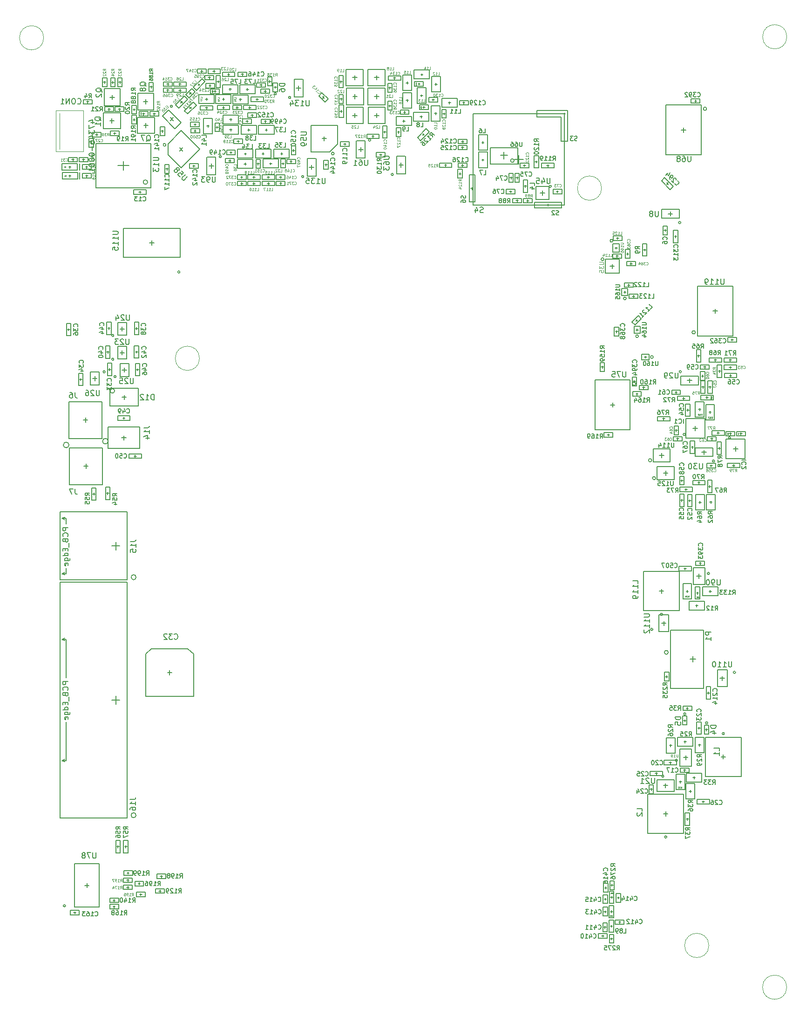
<source format=gbr>
G04 #@! TF.FileFunction,Other,Fab,Bot*
%FSLAX46Y46*%
G04 Gerber Fmt 4.6, Leading zero omitted, Abs format (unit mm)*
G04 Created by KiCad (PCBNEW 4.0.7) date Tue Nov 24 11:15:02 2020*
%MOMM*%
%LPD*%
G01*
G04 APERTURE LIST*
%ADD10C,0.150000*%
%ADD11C,0.200000*%
%ADD12C,0.100000*%
%ADD13C,0.125000*%
%ADD14C,0.075000*%
%ADD15C,0.031750*%
%ADD16C,0.050000*%
G04 APERTURE END LIST*
D10*
D11*
X128351740Y-63837420D02*
X127589740Y-63837420D01*
X127970740Y-64218420D02*
X127970740Y-63456420D01*
X129777240Y-66539420D02*
G75*
G03X129777240Y-66539420I-254000J0D01*
G01*
D10*
X130370740Y-64837420D02*
X130370740Y-61437420D01*
X130370740Y-61437420D02*
X125570740Y-61437420D01*
X125570740Y-61437420D02*
X125570740Y-66237420D01*
X125570740Y-66237420D02*
X128970740Y-66237420D01*
X128970740Y-66237420D02*
X130370740Y-64837420D01*
D11*
X181577280Y-85762520D02*
X181577280Y-88302520D01*
X181577280Y-88302520D02*
X179037280Y-88302520D01*
X179037280Y-88302520D02*
X179037280Y-85762520D01*
X179037280Y-85762520D02*
X181577280Y-85762520D01*
X178816300Y-85744740D02*
G75*
G03X178816300Y-85744740I-254000J0D01*
G01*
D10*
X180307280Y-86632520D02*
X180307280Y-87432520D01*
X179907280Y-87032520D02*
X180707280Y-87032520D01*
D11*
X80253780Y-154793980D02*
X80753780Y-154593980D01*
X81053780Y-154793980D02*
X80253780Y-154793980D01*
X80253780Y-154793980D02*
X80753780Y-154993980D01*
X80253780Y-176793980D02*
X80753780Y-176993980D01*
X81053780Y-176793980D02*
X80253780Y-176793980D01*
X80253780Y-176793980D02*
X80753780Y-176593980D01*
X81053780Y-169793980D02*
X81053780Y-176793980D01*
X81053780Y-161793980D02*
X81053780Y-154793980D01*
D10*
X90803780Y-165793980D02*
X89303780Y-165793980D01*
X90053780Y-166543980D02*
X90053780Y-165043980D01*
X93739994Y-186742980D02*
G75*
G03X93739994Y-186742980I-447214J0D01*
G01*
X92153780Y-144373980D02*
X92153780Y-187213980D01*
X92153780Y-187213980D02*
X79953780Y-187213980D01*
X79953780Y-187213980D02*
X79953780Y-144373980D01*
X92153780Y-144373980D02*
X79953780Y-144373980D01*
D12*
X178396680Y-72825480D02*
G75*
G03X178396680Y-72825480I-2200000J0D01*
G01*
X197903880Y-210391880D02*
G75*
G03X197903880Y-210391880I-2200000J0D01*
G01*
X76951680Y-45517380D02*
G75*
G03X76951680Y-45517380I-2200000J0D01*
G01*
X212079680Y-45326880D02*
G75*
G03X212079680Y-45326880I-2200000J0D01*
G01*
X105282780Y-103737280D02*
G75*
G03X105282780Y-103737280I-2200000J0D01*
G01*
X212066980Y-217983380D02*
G75*
G03X212066980Y-217983380I-2200000J0D01*
G01*
D10*
X89663780Y-62856480D02*
X90063780Y-62856480D01*
X89863780Y-63056480D02*
X89863780Y-62656480D01*
X89063780Y-63256480D02*
X90663780Y-63256480D01*
X90663780Y-63256480D02*
X90663780Y-62456480D01*
X90663780Y-62456480D02*
X89063780Y-62456480D01*
X89063780Y-62456480D02*
X89063780Y-63256480D01*
X90552780Y-58474980D02*
X90952780Y-58474980D01*
X90752780Y-58674980D02*
X90752780Y-58274980D01*
X89952780Y-58874980D02*
X91552780Y-58874980D01*
X91552780Y-58874980D02*
X91552780Y-58074980D01*
X91552780Y-58074980D02*
X89952780Y-58074980D01*
X89952780Y-58074980D02*
X89952780Y-58874980D01*
X89047780Y-58474980D02*
X88647780Y-58474980D01*
X88847780Y-58274980D02*
X88847780Y-58674980D01*
X89647780Y-58074980D02*
X88047780Y-58074980D01*
X88047780Y-58074980D02*
X88047780Y-58874980D01*
X88047780Y-58874980D02*
X89647780Y-58874980D01*
X89647780Y-58874980D02*
X89647780Y-58074980D01*
X88045980Y-53784980D02*
X88045980Y-53384980D01*
X88245980Y-53584980D02*
X87845980Y-53584980D01*
X88445980Y-54384980D02*
X88445980Y-52784980D01*
X88445980Y-52784980D02*
X87645980Y-52784980D01*
X87645980Y-52784980D02*
X87645980Y-54384980D01*
X87645980Y-54384980D02*
X88445980Y-54384980D01*
X90816280Y-53385480D02*
X90816280Y-53785480D01*
X90616280Y-53585480D02*
X91016280Y-53585480D01*
X90416280Y-52785480D02*
X90416280Y-54385480D01*
X90416280Y-54385480D02*
X91216280Y-54385480D01*
X91216280Y-54385480D02*
X91216280Y-52785480D01*
X91216280Y-52785480D02*
X90416280Y-52785480D01*
X89519180Y-53410380D02*
X89519180Y-53810380D01*
X89319180Y-53610380D02*
X89719180Y-53610380D01*
X89119180Y-52810380D02*
X89119180Y-54410380D01*
X89119180Y-54410380D02*
X89919180Y-54410380D01*
X89919180Y-54410380D02*
X89919180Y-52810380D01*
X89919180Y-52810380D02*
X89119180Y-52810380D01*
X195010780Y-157896580D02*
X195010780Y-158896580D01*
X194510780Y-158396580D02*
X195510780Y-158396580D01*
X190514333Y-157146580D02*
G75*
G03X190514333Y-157146580I-353553J0D01*
G01*
X190910780Y-153096580D02*
X190910780Y-163696580D01*
X190910780Y-163696580D02*
X196910780Y-163696580D01*
X196910780Y-163696580D02*
X196910780Y-153096580D01*
X196910780Y-153096580D02*
X190910780Y-153096580D01*
D11*
X163336660Y-68415940D02*
X163336660Y-66815940D01*
X162536660Y-67615940D02*
X164136660Y-67615940D01*
X155056660Y-59335940D02*
X171616660Y-59335940D01*
X171616660Y-59335940D02*
X171616660Y-75895940D01*
X171616660Y-75895940D02*
X155056660Y-75895940D01*
X155056660Y-75895940D02*
X155056660Y-59335940D01*
D12*
X79133780Y-58703980D02*
X79133780Y-66203980D01*
X84133780Y-58703980D02*
X79133780Y-58703980D01*
X84133780Y-66203980D02*
X84133780Y-58703980D01*
X79133780Y-66203980D02*
X84133780Y-66203980D01*
X79833780Y-65703980D02*
X79833780Y-59203980D01*
D10*
X202227260Y-123201300D02*
X202627260Y-123201300D01*
X202427260Y-123401300D02*
X202427260Y-123001300D01*
X201300260Y-123601300D02*
X203554260Y-123601300D01*
X203554260Y-123601300D02*
X203554260Y-122801300D01*
X203554260Y-122801300D02*
X201300260Y-122801300D01*
X201300260Y-122801300D02*
X201300260Y-123601300D01*
X198066740Y-129856100D02*
X198466740Y-129856100D01*
X198266740Y-129656100D02*
X198266740Y-130056100D01*
X197466740Y-128456100D02*
X197466740Y-131256100D01*
X197466740Y-131256100D02*
X199066740Y-131256100D01*
X199066740Y-131256100D02*
X199066740Y-128456100D01*
X199066740Y-128456100D02*
X197466740Y-128456100D01*
X197925180Y-113517400D02*
X198325180Y-113517400D01*
X198125180Y-113317400D02*
X198125180Y-113717400D01*
X197325180Y-112117400D02*
X197325180Y-114917400D01*
X197325180Y-114917400D02*
X198925180Y-114917400D01*
X198925180Y-114917400D02*
X198925180Y-112117400D01*
X198925180Y-112117400D02*
X197325180Y-112117400D01*
X196100780Y-129901820D02*
X196500780Y-129901820D01*
X196300780Y-129701820D02*
X196300780Y-130101820D01*
X195500780Y-128501820D02*
X195500780Y-131301820D01*
X195500780Y-131301820D02*
X197100780Y-131301820D01*
X197100780Y-131301820D02*
X197100780Y-128501820D01*
X197100780Y-128501820D02*
X195500780Y-128501820D01*
X196029660Y-113000660D02*
X196429660Y-113000660D01*
X196229660Y-112800660D02*
X196229660Y-113200660D01*
X195429660Y-111600660D02*
X195429660Y-114400660D01*
X195429660Y-114400660D02*
X197029660Y-114400660D01*
X197029660Y-114400660D02*
X197029660Y-111600660D01*
X197029660Y-111600660D02*
X195429660Y-111600660D01*
X196292500Y-126300100D02*
X195892500Y-126300100D01*
X196092500Y-126100100D02*
X196092500Y-126500100D01*
X197219500Y-125900100D02*
X194965500Y-125900100D01*
X194965500Y-125900100D02*
X194965500Y-126700100D01*
X194965500Y-126700100D02*
X197219500Y-126700100D01*
X197219500Y-126700100D02*
X197219500Y-125900100D01*
X201603100Y-104043200D02*
X202003100Y-104043200D01*
X201803100Y-104243200D02*
X201803100Y-103843200D01*
X200676100Y-104443200D02*
X202930100Y-104443200D01*
X202930100Y-104443200D02*
X202930100Y-103643200D01*
X202930100Y-103643200D02*
X200676100Y-103643200D01*
X200676100Y-103643200D02*
X200676100Y-104443200D01*
X193513740Y-111009300D02*
X193113740Y-111009300D01*
X193313740Y-110809300D02*
X193313740Y-111209300D01*
X194440740Y-110609300D02*
X192186740Y-110609300D01*
X192186740Y-110609300D02*
X192186740Y-111409300D01*
X192186740Y-111409300D02*
X194440740Y-111409300D01*
X194440740Y-111409300D02*
X194440740Y-110609300D01*
X189887200Y-114719100D02*
X189487200Y-114719100D01*
X189687200Y-114519100D02*
X189687200Y-114919100D01*
X190814200Y-114319100D02*
X188560200Y-114319100D01*
X188560200Y-114319100D02*
X188560200Y-115119100D01*
X188560200Y-115119100D02*
X190814200Y-115119100D01*
X190814200Y-115119100D02*
X190814200Y-114319100D01*
X196046780Y-103467380D02*
X196046780Y-103067380D01*
X196246780Y-103267380D02*
X195846780Y-103267380D01*
X196446780Y-104394380D02*
X196446780Y-102140380D01*
X196446780Y-102140380D02*
X195646780Y-102140380D01*
X195646780Y-102140380D02*
X195646780Y-104394380D01*
X195646780Y-104394380D02*
X196446780Y-104394380D01*
X198895460Y-104038120D02*
X199295460Y-104038120D01*
X199095460Y-104238120D02*
X199095460Y-103838120D01*
X197968460Y-104438120D02*
X200222460Y-104438120D01*
X200222460Y-104438120D02*
X200222460Y-103638120D01*
X200222460Y-103638120D02*
X197968460Y-103638120D01*
X197968460Y-103638120D02*
X197968460Y-104438120D01*
X199797700Y-117288180D02*
X199397700Y-117288180D01*
X199597700Y-117088180D02*
X199597700Y-117488180D01*
X200724700Y-116888180D02*
X198470700Y-116888180D01*
X198470700Y-116888180D02*
X198470700Y-117688180D01*
X198470700Y-117688180D02*
X200724700Y-117688180D01*
X200724700Y-117688180D02*
X200724700Y-116888180D01*
X199780580Y-120261860D02*
X199780580Y-119861860D01*
X199980580Y-120061860D02*
X199580580Y-120061860D01*
X200180580Y-121188860D02*
X200180580Y-118934860D01*
X200180580Y-118934860D02*
X199380580Y-118934860D01*
X199380580Y-118934860D02*
X199380580Y-121188860D01*
X199380580Y-121188860D02*
X200180580Y-121188860D01*
X191169680Y-174044180D02*
X190769680Y-174044180D01*
X190969680Y-174244180D02*
X190969680Y-173844180D01*
X191769680Y-175444180D02*
X191769680Y-172644180D01*
X191769680Y-172644180D02*
X190169680Y-172644180D01*
X190169680Y-172644180D02*
X190169680Y-175444180D01*
X190169680Y-175444180D02*
X191769680Y-175444180D01*
X196414780Y-173980680D02*
X196014780Y-173980680D01*
X196214780Y-174180680D02*
X196214780Y-173780680D01*
X197014780Y-175380680D02*
X197014780Y-172580680D01*
X197014780Y-172580680D02*
X195414780Y-172580680D01*
X195414780Y-172580680D02*
X195414780Y-175380680D01*
X195414780Y-175380680D02*
X197014780Y-175380680D01*
X195224180Y-179711580D02*
X195224180Y-180111580D01*
X195424180Y-179911580D02*
X195024180Y-179911580D01*
X196624180Y-179111580D02*
X193824180Y-179111580D01*
X193824180Y-179111580D02*
X193824180Y-180711580D01*
X193824180Y-180711580D02*
X196624180Y-180711580D01*
X196624180Y-180711580D02*
X196624180Y-179111580D01*
X194751080Y-182400780D02*
X194351080Y-182400780D01*
X194551080Y-182600780D02*
X194551080Y-182200780D01*
X195351080Y-183800780D02*
X195351080Y-181000780D01*
X195351080Y-181000780D02*
X193751080Y-181000780D01*
X193751080Y-181000780D02*
X193751080Y-183800780D01*
X193751080Y-183800780D02*
X195351080Y-183800780D01*
X95843780Y-71733980D02*
G75*
G03X95843780Y-71733980I-400000J0D01*
G01*
X92443780Y-68733980D02*
X90443780Y-68733980D01*
X91443780Y-67933980D02*
X91443780Y-69533980D01*
X96443780Y-64733980D02*
X86443780Y-64733980D01*
X86443780Y-64733980D02*
X86443780Y-72733980D01*
X86443780Y-72733980D02*
X96443780Y-72733980D01*
X96443780Y-72733980D02*
X96443780Y-64733980D01*
X192993700Y-126139420D02*
X192993700Y-125739420D01*
X193193700Y-125939420D02*
X192793700Y-125939420D01*
X193393700Y-126739420D02*
X193393700Y-125139420D01*
X193393700Y-125139420D02*
X192593700Y-125139420D01*
X192593700Y-125139420D02*
X192593700Y-126739420D01*
X192593700Y-126739420D02*
X193393700Y-126739420D01*
X197354220Y-105314620D02*
X196954220Y-105314620D01*
X197154220Y-105114620D02*
X197154220Y-105514620D01*
X197954220Y-104914620D02*
X196354220Y-104914620D01*
X196354220Y-104914620D02*
X196354220Y-105714620D01*
X196354220Y-105714620D02*
X197954220Y-105714620D01*
X197954220Y-105714620D02*
X197954220Y-104914620D01*
X196768820Y-107141340D02*
X196768820Y-106741340D01*
X196968820Y-106941340D02*
X196568820Y-106941340D01*
X197168820Y-107741340D02*
X197168820Y-106141340D01*
X197168820Y-106141340D02*
X196368820Y-106141340D01*
X196368820Y-106141340D02*
X196368820Y-107741340D01*
X196368820Y-107741340D02*
X197168820Y-107741340D01*
X192142140Y-109901860D02*
X191742140Y-109901860D01*
X191942140Y-109701860D02*
X191942140Y-110101860D01*
X192742140Y-109501860D02*
X191142140Y-109501860D01*
X191142140Y-109501860D02*
X191142140Y-110301860D01*
X191142140Y-110301860D02*
X192742140Y-110301860D01*
X192742140Y-110301860D02*
X192742140Y-109501860D01*
X198234380Y-118354980D02*
X198634380Y-118354980D01*
X198434380Y-118554980D02*
X198434380Y-118154980D01*
X197634380Y-118754980D02*
X199234380Y-118754980D01*
X199234380Y-118754980D02*
X199234380Y-117954980D01*
X199234380Y-117954980D02*
X197634380Y-117954980D01*
X197634380Y-117954980D02*
X197634380Y-118754980D01*
X192036780Y-118360060D02*
X192436780Y-118360060D01*
X192236780Y-118560060D02*
X192236780Y-118160060D01*
X191436780Y-118760060D02*
X193036780Y-118760060D01*
X193036780Y-118760060D02*
X193036780Y-117960060D01*
X193036780Y-117960060D02*
X191436780Y-117960060D01*
X191436780Y-117960060D02*
X191436780Y-118760060D01*
X191977700Y-117020820D02*
X191977700Y-116620820D01*
X192177700Y-116820820D02*
X191777700Y-116820820D01*
X192377700Y-117620820D02*
X192377700Y-116020820D01*
X192377700Y-116020820D02*
X191577700Y-116020820D01*
X191577700Y-116020820D02*
X191577700Y-117620820D01*
X191577700Y-117620820D02*
X192377700Y-117620820D01*
X201632900Y-117430420D02*
X202032900Y-117430420D01*
X201832900Y-117630420D02*
X201832900Y-117230420D01*
X201032900Y-117830420D02*
X202632900Y-117830420D01*
X202632900Y-117830420D02*
X202632900Y-117030420D01*
X202632900Y-117030420D02*
X201032900Y-117030420D01*
X201032900Y-117030420D02*
X201032900Y-117830420D01*
X203927740Y-117410100D02*
X203527740Y-117410100D01*
X203727740Y-117210100D02*
X203727740Y-117610100D01*
X204527740Y-117010100D02*
X202927740Y-117010100D01*
X202927740Y-117010100D02*
X202927740Y-117810100D01*
X202927740Y-117810100D02*
X204527740Y-117810100D01*
X204527740Y-117810100D02*
X204527740Y-117010100D01*
X198532780Y-123231780D02*
X198132780Y-123231780D01*
X198332780Y-123031780D02*
X198332780Y-123431780D01*
X199132780Y-122831780D02*
X197532780Y-122831780D01*
X197532780Y-122831780D02*
X197532780Y-123631780D01*
X197532780Y-123631780D02*
X199132780Y-123631780D01*
X199132780Y-123631780D02*
X199132780Y-122831780D01*
X193992280Y-187629980D02*
X193992280Y-187229980D01*
X194192280Y-187429980D02*
X193792280Y-187429980D01*
X194392280Y-188556980D02*
X194392280Y-186302980D01*
X194392280Y-186302980D02*
X193592280Y-186302980D01*
X193592280Y-186302980D02*
X193592280Y-188556980D01*
X193592280Y-188556980D02*
X194392280Y-188556980D01*
X106622540Y-70395500D02*
X106622540Y-67195500D01*
X106672540Y-70395500D02*
X108222540Y-70395500D01*
X106672540Y-67195500D02*
X108222540Y-67195500D01*
X107447540Y-68395500D02*
X107447540Y-69195500D01*
X107047540Y-68795500D02*
X107847540Y-68795500D01*
X109247540Y-67095500D02*
G75*
G03X109247540Y-67095500I-200000J0D01*
G01*
X108222540Y-70395500D02*
X108222540Y-67195500D01*
X106561080Y-56869540D02*
X106561080Y-56469540D01*
X106361080Y-56669540D02*
X106761080Y-56669540D01*
X105161080Y-57469540D02*
X107961080Y-57469540D01*
X107961080Y-57469540D02*
X107961080Y-55869540D01*
X107961080Y-55869540D02*
X105161080Y-55869540D01*
X105161080Y-55869540D02*
X105161080Y-57469540D01*
X109647180Y-56869540D02*
X109647180Y-56469540D01*
X109447180Y-56669540D02*
X109847180Y-56669540D01*
X108247180Y-57469540D02*
X111047180Y-57469540D01*
X111047180Y-57469540D02*
X111047180Y-55869540D01*
X111047180Y-55869540D02*
X108247180Y-55869540D01*
X108247180Y-55869540D02*
X108247180Y-57469540D01*
X110858760Y-55063600D02*
X110858760Y-54663600D01*
X110658760Y-54863600D02*
X111058760Y-54863600D01*
X109458760Y-55663600D02*
X112258760Y-55663600D01*
X112258760Y-55663600D02*
X112258760Y-54063600D01*
X112258760Y-54063600D02*
X109458760Y-54063600D01*
X109458760Y-54063600D02*
X109458760Y-55663600D01*
X112710420Y-56902560D02*
X112710420Y-56502560D01*
X112510420Y-56702560D02*
X112910420Y-56702560D01*
X111310420Y-57502560D02*
X114110420Y-57502560D01*
X114110420Y-57502560D02*
X114110420Y-55902560D01*
X114110420Y-55902560D02*
X111310420Y-55902560D01*
X111310420Y-55902560D02*
X111310420Y-57502560D01*
X114005820Y-55086460D02*
X114005820Y-54686460D01*
X113805820Y-54886460D02*
X114205820Y-54886460D01*
X112605820Y-55686460D02*
X115405820Y-55686460D01*
X115405820Y-55686460D02*
X115405820Y-54086460D01*
X115405820Y-54086460D02*
X112605820Y-54086460D01*
X112605820Y-54086460D02*
X112605820Y-55686460D01*
X108676900Y-53256440D02*
X108676900Y-53656440D01*
X108476900Y-53456440D02*
X108876900Y-53456440D01*
X108276900Y-52329440D02*
X108276900Y-54583440D01*
X108276900Y-54583440D02*
X109076900Y-54583440D01*
X109076900Y-54583440D02*
X109076900Y-52329440D01*
X109076900Y-52329440D02*
X108276900Y-52329440D01*
X103493579Y-55721301D02*
X103776421Y-55438459D01*
X103776421Y-55721301D02*
X103493579Y-55438459D01*
X103352157Y-56428408D02*
X104483528Y-55297037D01*
X104483528Y-55297037D02*
X103917843Y-54731352D01*
X103917843Y-54731352D02*
X102786472Y-55862723D01*
X102786472Y-55862723D02*
X103352157Y-56428408D01*
X99720200Y-55018540D02*
X99320200Y-55018540D01*
X99520200Y-54818540D02*
X99520200Y-55218540D01*
X100320200Y-54618540D02*
X98720200Y-54618540D01*
X98720200Y-54618540D02*
X98720200Y-55418540D01*
X98720200Y-55418540D02*
X100320200Y-55418540D01*
X100320200Y-55418540D02*
X100320200Y-54618540D01*
X107905400Y-55229360D02*
X108305400Y-55229360D01*
X108105400Y-55429360D02*
X108105400Y-55029360D01*
X107305400Y-55629360D02*
X108905400Y-55629360D01*
X108905400Y-55629360D02*
X108905400Y-54829360D01*
X108905400Y-54829360D02*
X107305400Y-54829360D01*
X107305400Y-54829360D02*
X107305400Y-55629360D01*
X109849720Y-58178300D02*
X109449720Y-58178300D01*
X109649720Y-57978300D02*
X109649720Y-58378300D01*
X110776720Y-57778300D02*
X108522720Y-57778300D01*
X108522720Y-57778300D02*
X108522720Y-58578300D01*
X108522720Y-58578300D02*
X110776720Y-58578300D01*
X110776720Y-58578300D02*
X110776720Y-57778300D01*
X111946540Y-58185920D02*
X112346540Y-58185920D01*
X112146540Y-58385920D02*
X112146540Y-57985920D01*
X111346540Y-58585920D02*
X112946540Y-58585920D01*
X112946540Y-58585920D02*
X112946540Y-57785920D01*
X112946540Y-57785920D02*
X111346540Y-57785920D01*
X111346540Y-57785920D02*
X111346540Y-58585920D01*
X114217300Y-58185920D02*
X114617300Y-58185920D01*
X114417300Y-58385920D02*
X114417300Y-57985920D01*
X113290300Y-58585920D02*
X115544300Y-58585920D01*
X115544300Y-58585920D02*
X115544300Y-57785920D01*
X115544300Y-57785920D02*
X113290300Y-57785920D01*
X113290300Y-57785920D02*
X113290300Y-58585920D01*
X116282320Y-54078740D02*
X116682320Y-54078740D01*
X116482320Y-54278740D02*
X116482320Y-53878740D01*
X115682320Y-54478740D02*
X117282320Y-54478740D01*
X117282320Y-54478740D02*
X117282320Y-53678740D01*
X117282320Y-53678740D02*
X115682320Y-53678740D01*
X115682320Y-53678740D02*
X115682320Y-54478740D01*
X117049400Y-55206500D02*
X117449400Y-55206500D01*
X117249400Y-55406500D02*
X117249400Y-55006500D01*
X116449400Y-55606500D02*
X118049400Y-55606500D01*
X118049400Y-55606500D02*
X118049400Y-54806500D01*
X118049400Y-54806500D02*
X116449400Y-54806500D01*
X116449400Y-54806500D02*
X116449400Y-55606500D01*
X99732900Y-53926340D02*
X99332900Y-53926340D01*
X99532900Y-53726340D02*
X99532900Y-54126340D01*
X100332900Y-53526340D02*
X98732900Y-53526340D01*
X98732900Y-53526340D02*
X98732900Y-54326340D01*
X98732900Y-54326340D02*
X100332900Y-54326340D01*
X100332900Y-54326340D02*
X100332900Y-53526340D01*
X106876700Y-52724920D02*
X107276700Y-52724920D01*
X107076700Y-52924920D02*
X107076700Y-52524920D01*
X106276700Y-53124920D02*
X107876700Y-53124920D01*
X107876700Y-53124920D02*
X107876700Y-52324920D01*
X107876700Y-52324920D02*
X106276700Y-52324920D01*
X106276700Y-52324920D02*
X106276700Y-53124920D01*
X107406240Y-54215900D02*
X107006240Y-54215900D01*
X107206240Y-54015900D02*
X107206240Y-54415900D01*
X108006240Y-53815900D02*
X106406240Y-53815900D01*
X106406240Y-53815900D02*
X106406240Y-54615900D01*
X106406240Y-54615900D02*
X108006240Y-54615900D01*
X108006240Y-54615900D02*
X108006240Y-53815900D01*
X106373780Y-58246880D02*
X106773780Y-58246880D01*
X106573780Y-58446880D02*
X106573780Y-58046880D01*
X105446780Y-58646880D02*
X107700780Y-58646880D01*
X107700780Y-58646880D02*
X107700780Y-57846880D01*
X107700780Y-57846880D02*
X105446780Y-57846880D01*
X105446780Y-57846880D02*
X105446780Y-58646880D01*
X124106900Y-53068020D02*
X124106900Y-56268020D01*
X124056900Y-53068020D02*
X122506900Y-53068020D01*
X124056900Y-56268020D02*
X122506900Y-56268020D01*
X123281900Y-55068020D02*
X123281900Y-54268020D01*
X123681900Y-54668020D02*
X122881900Y-54668020D01*
X121881900Y-56368020D02*
G75*
G03X121881900Y-56368020I-200000J0D01*
G01*
X122506900Y-53068020D02*
X122506900Y-56268020D01*
X105073459Y-54149041D02*
X105356301Y-53866199D01*
X105356301Y-54149041D02*
X105073459Y-53866199D01*
X104700813Y-55087372D02*
X106294632Y-53493553D01*
X106294632Y-53493553D02*
X105728947Y-52927868D01*
X105728947Y-52927868D02*
X104135128Y-54521687D01*
X104135128Y-54521687D02*
X104700813Y-55087372D01*
X101930000Y-53918720D02*
X101530000Y-53918720D01*
X101730000Y-53718720D02*
X101730000Y-54118720D01*
X102857000Y-53518720D02*
X100603000Y-53518720D01*
X100603000Y-53518720D02*
X100603000Y-54318720D01*
X100603000Y-54318720D02*
X102857000Y-54318720D01*
X102857000Y-54318720D02*
X102857000Y-53518720D01*
X101937620Y-55046480D02*
X101537620Y-55046480D01*
X101737620Y-54846480D02*
X101737620Y-55246480D01*
X102864620Y-54646480D02*
X100610620Y-54646480D01*
X100610620Y-54646480D02*
X100610620Y-55446480D01*
X100610620Y-55446480D02*
X102864620Y-55446480D01*
X102864620Y-55446480D02*
X102864620Y-54646480D01*
X101878139Y-57339281D02*
X102160981Y-57056439D01*
X102160981Y-57339281D02*
X101878139Y-57056439D01*
X101505493Y-58277612D02*
X103099312Y-56683793D01*
X103099312Y-56683793D02*
X102533627Y-56118108D01*
X102533627Y-56118108D02*
X100939808Y-57711927D01*
X100939808Y-57711927D02*
X101505493Y-58277612D01*
X100787028Y-62016474D02*
X98524286Y-59753732D01*
X100822383Y-61981119D02*
X101918399Y-60885103D01*
X98559641Y-59718377D02*
X99655657Y-58622361D01*
X99956177Y-60018897D02*
X100521863Y-60584583D01*
X99956177Y-60584583D02*
X100521863Y-60018897D01*
X100368309Y-57968288D02*
G75*
G03X100368309Y-57968288I-200000J0D01*
G01*
X101918399Y-60885103D02*
X99655657Y-58622361D01*
X191859360Y-81809800D02*
X191859360Y-81409800D01*
X192059360Y-81609800D02*
X191659360Y-81609800D01*
X192259360Y-82736800D02*
X192259360Y-80482800D01*
X192259360Y-80482800D02*
X191459360Y-80482800D01*
X191459360Y-80482800D02*
X191459360Y-82736800D01*
X191459360Y-82736800D02*
X192259360Y-82736800D01*
X190229499Y-71874799D02*
X190512341Y-72157641D01*
X190229499Y-72157641D02*
X190512341Y-71874799D01*
X189291168Y-71502153D02*
X190884987Y-73095972D01*
X190884987Y-73095972D02*
X191450672Y-72530287D01*
X191450672Y-72530287D02*
X189856853Y-70936468D01*
X189856853Y-70936468D02*
X189291168Y-71502153D01*
X113596880Y-68619580D02*
X113596880Y-68219580D01*
X113396880Y-68419580D02*
X113796880Y-68419580D01*
X112196880Y-69219580D02*
X114996880Y-69219580D01*
X114996880Y-69219580D02*
X114996880Y-67619580D01*
X114996880Y-67619580D02*
X112196880Y-67619580D01*
X112196880Y-67619580D02*
X112196880Y-69219580D01*
X120228820Y-66750140D02*
X120228820Y-66350140D01*
X120028820Y-66550140D02*
X120428820Y-66550140D01*
X118828820Y-67350140D02*
X121628820Y-67350140D01*
X121628820Y-67350140D02*
X121628820Y-65750140D01*
X121628820Y-65750140D02*
X118828820Y-65750140D01*
X118828820Y-65750140D02*
X118828820Y-67350140D01*
X113619740Y-66385700D02*
X113619740Y-66785700D01*
X113819740Y-66585700D02*
X113419740Y-66585700D01*
X115019740Y-65785700D02*
X112219740Y-65785700D01*
X112219740Y-65785700D02*
X112219740Y-67385700D01*
X112219740Y-67385700D02*
X115019740Y-67385700D01*
X115019740Y-67385700D02*
X115019740Y-65785700D01*
X116855700Y-66370460D02*
X116855700Y-66770460D01*
X117055700Y-66570460D02*
X116655700Y-66570460D01*
X118255700Y-65770460D02*
X115455700Y-65770460D01*
X115455700Y-65770460D02*
X115455700Y-67370460D01*
X115455700Y-67370460D02*
X118255700Y-67370460D01*
X118255700Y-67370460D02*
X118255700Y-65770460D01*
X118229840Y-68558620D02*
X118229840Y-68158620D01*
X118029840Y-68358620D02*
X118429840Y-68358620D01*
X116829840Y-69158620D02*
X119629840Y-69158620D01*
X119629840Y-69158620D02*
X119629840Y-67558620D01*
X119629840Y-67558620D02*
X116829840Y-67558620D01*
X116829840Y-67558620D02*
X116829840Y-69158620D01*
X133932070Y-59614670D02*
X133132070Y-59614670D01*
X133532070Y-59214670D02*
X133532070Y-60014670D01*
X135092070Y-58119670D02*
X131972070Y-58119670D01*
X131972070Y-58119670D02*
X131972070Y-61109670D01*
X135092070Y-61109670D02*
X131972070Y-61109670D01*
X135092070Y-61109670D02*
X135092070Y-58119670D01*
X137899550Y-59609590D02*
X137099550Y-59609590D01*
X137499550Y-59209590D02*
X137499550Y-60009590D01*
X139059550Y-58114590D02*
X135939550Y-58114590D01*
X135939550Y-58114590D02*
X135939550Y-61104590D01*
X139059550Y-61104590D02*
X135939550Y-61104590D01*
X139059550Y-61104590D02*
X139059550Y-58114590D01*
X133954930Y-56167890D02*
X133154930Y-56167890D01*
X133554930Y-55767890D02*
X133554930Y-56567890D01*
X135114930Y-54672890D02*
X131994930Y-54672890D01*
X131994930Y-54672890D02*
X131994930Y-57662890D01*
X135114930Y-57662890D02*
X131994930Y-57662890D01*
X135114930Y-57662890D02*
X135114930Y-54672890D01*
X137886850Y-56167890D02*
X137086850Y-56167890D01*
X137486850Y-55767890D02*
X137486850Y-56567890D01*
X139046850Y-54672890D02*
X135926850Y-54672890D01*
X135926850Y-54672890D02*
X135926850Y-57662890D01*
X139046850Y-57662890D02*
X135926850Y-57662890D01*
X139046850Y-57662890D02*
X139046850Y-54672890D01*
X133909210Y-52733810D02*
X133109210Y-52733810D01*
X133509210Y-52333810D02*
X133509210Y-53133810D01*
X135069210Y-51238810D02*
X131949210Y-51238810D01*
X131949210Y-51238810D02*
X131949210Y-54228810D01*
X135069210Y-54228810D02*
X131949210Y-54228810D01*
X135069210Y-54228810D02*
X135069210Y-51238810D01*
X137894470Y-52738890D02*
X137094470Y-52738890D01*
X137494470Y-52338890D02*
X137494470Y-53138890D01*
X139054470Y-51243890D02*
X135934470Y-51243890D01*
X135934470Y-51243890D02*
X135934470Y-54233890D01*
X139054470Y-54233890D02*
X135934470Y-54233890D01*
X139054470Y-54233890D02*
X139054470Y-51243890D01*
X142858340Y-56882900D02*
X143258340Y-56882900D01*
X143058340Y-56682900D02*
X143058340Y-57082900D01*
X142258340Y-55482900D02*
X142258340Y-58282900D01*
X142258340Y-58282900D02*
X143858340Y-58282900D01*
X143858340Y-58282900D02*
X143858340Y-55482900D01*
X143858340Y-55482900D02*
X142258340Y-55482900D01*
X142873580Y-53697740D02*
X143273580Y-53697740D01*
X143073580Y-53497740D02*
X143073580Y-53897740D01*
X142273580Y-52297740D02*
X142273580Y-55097740D01*
X142273580Y-55097740D02*
X143873580Y-55097740D01*
X143873580Y-55097740D02*
X143873580Y-52297740D01*
X143873580Y-52297740D02*
X142273580Y-52297740D01*
X145710100Y-52388980D02*
X145710100Y-51988980D01*
X145510100Y-52188980D02*
X145910100Y-52188980D01*
X144310100Y-52988980D02*
X147110100Y-52988980D01*
X147110100Y-52988980D02*
X147110100Y-51388980D01*
X147110100Y-51388980D02*
X144310100Y-51388980D01*
X144310100Y-51388980D02*
X144310100Y-52988980D01*
X145456760Y-56006600D02*
X145856760Y-56006600D01*
X145656760Y-55806600D02*
X145656760Y-56206600D01*
X144856760Y-54606600D02*
X144856760Y-57406600D01*
X144856760Y-57406600D02*
X146456760Y-57406600D01*
X146456760Y-57406600D02*
X146456760Y-54606600D01*
X146456760Y-54606600D02*
X144856760Y-54606600D01*
X148085660Y-53956820D02*
X148485660Y-53956820D01*
X148285660Y-53756820D02*
X148285660Y-54156820D01*
X147485660Y-52556820D02*
X147485660Y-55356820D01*
X147485660Y-55356820D02*
X149085660Y-55356820D01*
X149085660Y-55356820D02*
X149085660Y-52556820D01*
X149085660Y-52556820D02*
X147485660Y-52556820D01*
X150754540Y-57494380D02*
X150754540Y-57094380D01*
X150554540Y-57294380D02*
X150954540Y-57294380D01*
X149354540Y-58094380D02*
X152154540Y-58094380D01*
X152154540Y-58094380D02*
X152154540Y-56494380D01*
X152154540Y-56494380D02*
X149354540Y-56494380D01*
X149354540Y-56494380D02*
X149354540Y-58094380D01*
X148034860Y-59240020D02*
X148434860Y-59240020D01*
X148234860Y-59040020D02*
X148234860Y-59440020D01*
X147434860Y-57840020D02*
X147434860Y-60640020D01*
X147434860Y-60640020D02*
X149034860Y-60640020D01*
X149034860Y-60640020D02*
X149034860Y-57840020D01*
X149034860Y-57840020D02*
X147434860Y-57840020D01*
X142448740Y-60447180D02*
X142448740Y-60847180D01*
X142648740Y-60647180D02*
X142248740Y-60647180D01*
X143848740Y-59847180D02*
X141048740Y-59847180D01*
X141048740Y-59847180D02*
X141048740Y-61447180D01*
X141048740Y-61447180D02*
X143848740Y-61447180D01*
X143848740Y-61447180D02*
X143848740Y-59847180D01*
X145613580Y-59649620D02*
X145613580Y-60049620D01*
X145813580Y-59849620D02*
X145413580Y-59849620D01*
X147013580Y-59049620D02*
X144213580Y-59049620D01*
X144213580Y-59049620D02*
X144213580Y-60649620D01*
X144213580Y-60649620D02*
X147013580Y-60649620D01*
X147013580Y-60649620D02*
X147013580Y-59049620D01*
X115936220Y-68181480D02*
X115936220Y-68581480D01*
X115736220Y-68381480D02*
X116136220Y-68381480D01*
X115536220Y-67581480D02*
X115536220Y-69181480D01*
X115536220Y-69181480D02*
X116336220Y-69181480D01*
X116336220Y-69181480D02*
X116336220Y-67581480D01*
X116336220Y-67581480D02*
X115536220Y-67581480D01*
X122382740Y-66181180D02*
X122382740Y-65781180D01*
X122582740Y-65981180D02*
X122182740Y-65981180D01*
X122782740Y-66781180D02*
X122782740Y-65181180D01*
X122782740Y-65181180D02*
X121982740Y-65181180D01*
X121982740Y-65181180D02*
X121982740Y-66781180D01*
X121982740Y-66781180D02*
X122782740Y-66781180D01*
X111206080Y-66341860D02*
X110806080Y-66341860D01*
X111006080Y-66141860D02*
X111006080Y-66541860D01*
X111806080Y-65941860D02*
X110206080Y-65941860D01*
X110206080Y-65941860D02*
X110206080Y-66741860D01*
X110206080Y-66741860D02*
X111806080Y-66741860D01*
X111806080Y-66741860D02*
X111806080Y-65941860D01*
X120472660Y-68558620D02*
X120472660Y-68158620D01*
X120672660Y-68358620D02*
X120272660Y-68358620D01*
X120872660Y-69158620D02*
X120872660Y-67558620D01*
X120872660Y-67558620D02*
X120072660Y-67558620D01*
X120072660Y-67558620D02*
X120072660Y-69158620D01*
X120072660Y-69158620D02*
X120872660Y-69158620D01*
X105900020Y-51574300D02*
X105500020Y-51574300D01*
X105700020Y-51374300D02*
X105700020Y-51774300D01*
X106500020Y-51174300D02*
X104900020Y-51174300D01*
X104900020Y-51174300D02*
X104900020Y-51974300D01*
X104900020Y-51974300D02*
X106500020Y-51974300D01*
X106500020Y-51974300D02*
X106500020Y-51174300D01*
X112906660Y-52153420D02*
X113306660Y-52153420D01*
X113106660Y-52353420D02*
X113106660Y-51953420D01*
X112306660Y-52553420D02*
X113906660Y-52553420D01*
X113906660Y-52553420D02*
X113906660Y-51753420D01*
X113906660Y-51753420D02*
X112306660Y-51753420D01*
X112306660Y-51753420D02*
X112306660Y-52553420D01*
X131053030Y-59052670D02*
X131053030Y-58652670D01*
X131253030Y-58852670D02*
X130853030Y-58852670D01*
X131453030Y-59979670D02*
X131453030Y-57725670D01*
X131453030Y-57725670D02*
X130653030Y-57725670D01*
X130653030Y-57725670D02*
X130653030Y-59979670D01*
X130653030Y-59979670D02*
X131453030Y-59979670D01*
X139897310Y-58062070D02*
X139897310Y-57662070D01*
X140097310Y-57862070D02*
X139697310Y-57862070D01*
X140297310Y-58662070D02*
X140297310Y-57062070D01*
X140297310Y-57062070D02*
X139497310Y-57062070D01*
X139497310Y-57062070D02*
X139497310Y-58662070D01*
X139497310Y-58662070D02*
X140297310Y-58662070D01*
X131030170Y-56412390D02*
X131030170Y-56812390D01*
X130830170Y-56612390D02*
X131230170Y-56612390D01*
X130630170Y-55812390D02*
X130630170Y-57412390D01*
X130630170Y-57412390D02*
X131430170Y-57412390D01*
X131430170Y-57412390D02*
X131430170Y-55812390D01*
X131430170Y-55812390D02*
X130630170Y-55812390D01*
X139917630Y-54800710D02*
X139917630Y-54400710D01*
X140117630Y-54600710D02*
X139717630Y-54600710D01*
X140317630Y-55400710D02*
X140317630Y-53800710D01*
X140317630Y-53800710D02*
X139517630Y-53800710D01*
X139517630Y-53800710D02*
X139517630Y-55400710D01*
X139517630Y-55400710D02*
X140317630Y-55400710D01*
X131020010Y-53280570D02*
X131020010Y-53680570D01*
X130820010Y-53480570D02*
X131220010Y-53480570D01*
X130620010Y-52353570D02*
X130620010Y-54607570D01*
X130620010Y-54607570D02*
X131420010Y-54607570D01*
X131420010Y-54607570D02*
X131420010Y-52353570D01*
X131420010Y-52353570D02*
X130620010Y-52353570D01*
X140557100Y-52818900D02*
X140957100Y-52818900D01*
X140757100Y-53018900D02*
X140757100Y-52618900D01*
X139630100Y-53218900D02*
X141884100Y-53218900D01*
X141884100Y-53218900D02*
X141884100Y-52418900D01*
X141884100Y-52418900D02*
X139630100Y-52418900D01*
X139630100Y-52418900D02*
X139630100Y-53218900D01*
X142785900Y-59016500D02*
X142385900Y-59016500D01*
X142585900Y-58816500D02*
X142585900Y-59216500D01*
X143385900Y-58616500D02*
X141785900Y-58616500D01*
X141785900Y-58616500D02*
X141785900Y-59416500D01*
X141785900Y-59416500D02*
X143385900Y-59416500D01*
X143385900Y-59416500D02*
X143385900Y-58616500D01*
X144999560Y-53880620D02*
X145399560Y-53880620D01*
X145199560Y-54080620D02*
X145199560Y-53680620D01*
X144399560Y-54280620D02*
X145999560Y-54280620D01*
X145999560Y-54280620D02*
X145999560Y-53480620D01*
X145999560Y-53480620D02*
X144399560Y-53480620D01*
X144399560Y-53480620D02*
X144399560Y-54280620D01*
X145875860Y-58117340D02*
X146275860Y-58117340D01*
X146075860Y-58317340D02*
X146075860Y-57917340D01*
X145275860Y-58517340D02*
X146875860Y-58517340D01*
X146875860Y-58517340D02*
X146875860Y-57717340D01*
X146875860Y-57717340D02*
X145275860Y-57717340D01*
X145275860Y-57717340D02*
X145275860Y-58517340D01*
X147582740Y-56760980D02*
X147982740Y-56760980D01*
X147782740Y-56960980D02*
X147782740Y-56560980D01*
X146982740Y-57160980D02*
X148582740Y-57160980D01*
X148582740Y-57160980D02*
X148582740Y-56360980D01*
X148582740Y-56360980D02*
X146982740Y-56360980D01*
X146982740Y-56360980D02*
X146982740Y-57160980D01*
X153145340Y-57309620D02*
X153545340Y-57309620D01*
X153345340Y-57509620D02*
X153345340Y-57109620D01*
X152545340Y-57709620D02*
X154145340Y-57709620D01*
X154145340Y-57709620D02*
X154145340Y-56909620D01*
X154145340Y-56909620D02*
X152545340Y-56909620D01*
X152545340Y-56909620D02*
X152545340Y-57709620D01*
X149748700Y-59106060D02*
X149748700Y-59506060D01*
X149548700Y-59306060D02*
X149948700Y-59306060D01*
X149348700Y-58506060D02*
X149348700Y-60106060D01*
X149348700Y-60106060D02*
X150148700Y-60106060D01*
X150148700Y-60106060D02*
X150148700Y-58506060D01*
X150148700Y-58506060D02*
X149348700Y-58506060D01*
X141473380Y-62436000D02*
X141473380Y-62836000D01*
X141273380Y-62636000D02*
X141673380Y-62636000D01*
X141073380Y-61836000D02*
X141073380Y-63436000D01*
X141073380Y-63436000D02*
X141873380Y-63436000D01*
X141873380Y-63436000D02*
X141873380Y-61836000D01*
X141873380Y-61836000D02*
X141073380Y-61836000D01*
X180298740Y-199237620D02*
X180298740Y-199637620D01*
X180098740Y-199437620D02*
X180498740Y-199437620D01*
X179898740Y-198637620D02*
X179898740Y-200237620D01*
X179898740Y-200237620D02*
X180698740Y-200237620D01*
X180698740Y-200237620D02*
X180698740Y-198637620D01*
X180698740Y-198637620D02*
X179898740Y-198637620D01*
X180197140Y-208970900D02*
X180197140Y-209370900D01*
X179997140Y-209170900D02*
X180397140Y-209170900D01*
X179797140Y-208370900D02*
X179797140Y-209970900D01*
X179797140Y-209970900D02*
X180597140Y-209970900D01*
X180597140Y-209970900D02*
X180597140Y-208370900D01*
X180597140Y-208370900D02*
X179797140Y-208370900D01*
X152664620Y-70389960D02*
X152664620Y-69989960D01*
X152864620Y-70189960D02*
X152464620Y-70189960D01*
X153064620Y-70989960D02*
X153064620Y-69389960D01*
X153064620Y-69389960D02*
X152264620Y-69389960D01*
X152264620Y-69389960D02*
X152264620Y-70989960D01*
X152264620Y-70989960D02*
X153064620Y-70989960D01*
X180237780Y-201432180D02*
X180237780Y-201832180D01*
X180037780Y-201632180D02*
X180437780Y-201632180D01*
X179837780Y-200505180D02*
X179837780Y-202759180D01*
X179837780Y-202759180D02*
X180637780Y-202759180D01*
X180637780Y-202759180D02*
X180637780Y-200505180D01*
X180637780Y-200505180D02*
X179837780Y-200505180D01*
X180192060Y-204043300D02*
X180192060Y-204443300D01*
X179992060Y-204243300D02*
X180392060Y-204243300D01*
X179792060Y-203116300D02*
X179792060Y-205370300D01*
X179792060Y-205370300D02*
X180592060Y-205370300D01*
X180592060Y-205370300D02*
X180592060Y-203116300D01*
X180592060Y-203116300D02*
X179792060Y-203116300D01*
X180176820Y-206674740D02*
X180176820Y-207074740D01*
X179976820Y-206874740D02*
X180376820Y-206874740D01*
X179776820Y-205747740D02*
X179776820Y-208001740D01*
X179776820Y-208001740D02*
X180576820Y-208001740D01*
X180576820Y-208001740D02*
X180576820Y-205747740D01*
X180576820Y-205747740D02*
X179776820Y-205747740D01*
X106626520Y-61551700D02*
X107026520Y-61551700D01*
X106826520Y-61351700D02*
X106826520Y-61751700D01*
X106026520Y-60151700D02*
X106026520Y-62951700D01*
X106026520Y-62951700D02*
X107626520Y-62951700D01*
X107626520Y-62951700D02*
X107626520Y-60151700D01*
X107626520Y-60151700D02*
X106026520Y-60151700D01*
X110990840Y-60537300D02*
X110990840Y-60137300D01*
X110790840Y-60337300D02*
X111190840Y-60337300D01*
X109590840Y-61137300D02*
X112390840Y-61137300D01*
X112390840Y-61137300D02*
X112390840Y-59537300D01*
X112390840Y-59537300D02*
X109590840Y-59537300D01*
X109590840Y-59537300D02*
X109590840Y-61137300D01*
X110988300Y-62409280D02*
X110988300Y-62009280D01*
X110788300Y-62209280D02*
X111188300Y-62209280D01*
X109588300Y-63009280D02*
X112388300Y-63009280D01*
X112388300Y-63009280D02*
X112388300Y-61409280D01*
X112388300Y-61409280D02*
X109588300Y-61409280D01*
X109588300Y-61409280D02*
X109588300Y-63009280D01*
X114239500Y-62460080D02*
X114239500Y-62060080D01*
X114039500Y-62260080D02*
X114439500Y-62260080D01*
X112839500Y-63060080D02*
X115639500Y-63060080D01*
X115639500Y-63060080D02*
X115639500Y-61460080D01*
X115639500Y-61460080D02*
X112839500Y-61460080D01*
X112839500Y-61460080D02*
X112839500Y-63060080D01*
X117439900Y-62434680D02*
X117439900Y-62034680D01*
X117239900Y-62234680D02*
X117639900Y-62234680D01*
X116039900Y-63034680D02*
X118839900Y-63034680D01*
X118839900Y-63034680D02*
X118839900Y-61434680D01*
X118839900Y-61434680D02*
X116039900Y-61434680D01*
X116039900Y-61434680D02*
X116039900Y-63034680D01*
X179160820Y-200125300D02*
X179160820Y-199725300D01*
X179360820Y-199925300D02*
X178960820Y-199925300D01*
X179560820Y-200725300D02*
X179560820Y-199125300D01*
X179560820Y-199125300D02*
X178760820Y-199125300D01*
X178760820Y-199125300D02*
X178760820Y-200725300D01*
X178760820Y-200725300D02*
X179560820Y-200725300D01*
X179084620Y-201772540D02*
X179084620Y-202172540D01*
X178884620Y-201972540D02*
X179284620Y-201972540D01*
X178684620Y-201172540D02*
X178684620Y-202772540D01*
X178684620Y-202772540D02*
X179484620Y-202772540D01*
X179484620Y-202772540D02*
X179484620Y-201172540D01*
X179484620Y-201172540D02*
X178684620Y-201172540D01*
X181443780Y-201923980D02*
X181443780Y-201523980D01*
X181643780Y-201723980D02*
X181243780Y-201723980D01*
X181843780Y-202523980D02*
X181843780Y-200923980D01*
X181843780Y-200923980D02*
X181043780Y-200923980D01*
X181043780Y-200923980D02*
X181043780Y-202523980D01*
X181043780Y-202523980D02*
X181843780Y-202523980D01*
X179059220Y-204053460D02*
X179059220Y-204453460D01*
X178859220Y-204253460D02*
X179259220Y-204253460D01*
X178659220Y-203453460D02*
X178659220Y-205053460D01*
X178659220Y-205053460D02*
X179459220Y-205053460D01*
X179459220Y-205053460D02*
X179459220Y-203453460D01*
X179459220Y-203453460D02*
X178659220Y-203453460D01*
X181493780Y-206153980D02*
X181893780Y-206153980D01*
X181693780Y-206353980D02*
X181693780Y-205953980D01*
X180893780Y-206553980D02*
X182493780Y-206553980D01*
X182493780Y-206553980D02*
X182493780Y-205753980D01*
X182493780Y-205753980D02*
X180893780Y-205753980D01*
X180893780Y-205753980D02*
X180893780Y-206553980D01*
X179018580Y-206877940D02*
X179018580Y-207277940D01*
X178818580Y-207077940D02*
X179218580Y-207077940D01*
X178618580Y-206277940D02*
X178618580Y-207877940D01*
X178618580Y-207877940D02*
X179418580Y-207877940D01*
X179418580Y-207877940D02*
X179418580Y-206277940D01*
X179418580Y-206277940D02*
X178618580Y-206277940D01*
X178813780Y-208653980D02*
X178413780Y-208653980D01*
X178613780Y-208453980D02*
X178613780Y-208853980D01*
X179413780Y-208253980D02*
X177813780Y-208253980D01*
X177813780Y-208253980D02*
X177813780Y-209053980D01*
X177813780Y-209053980D02*
X179413780Y-209053980D01*
X179413780Y-209053980D02*
X179413780Y-208253980D01*
X104678280Y-61259320D02*
X104278280Y-61259320D01*
X104478280Y-61059320D02*
X104478280Y-61459320D01*
X105278280Y-60859320D02*
X103678280Y-60859320D01*
X103678280Y-60859320D02*
X103678280Y-61659320D01*
X103678280Y-61659320D02*
X105278280Y-61659320D01*
X105278280Y-61659320D02*
X105278280Y-60859320D01*
X108486520Y-61561700D02*
X108486520Y-61961700D01*
X108286520Y-61761700D02*
X108686520Y-61761700D01*
X108086520Y-60961700D02*
X108086520Y-62561700D01*
X108086520Y-62561700D02*
X108886520Y-62561700D01*
X108886520Y-62561700D02*
X108886520Y-60961700D01*
X108886520Y-60961700D02*
X108086520Y-60961700D01*
X113734700Y-60659880D02*
X114134700Y-60659880D01*
X113934700Y-60859880D02*
X113934700Y-60459880D01*
X113134700Y-61059880D02*
X114734700Y-61059880D01*
X114734700Y-61059880D02*
X114734700Y-60259880D01*
X114734700Y-60259880D02*
X113134700Y-60259880D01*
X113134700Y-60259880D02*
X113134700Y-61059880D01*
X114674500Y-59580380D02*
X115074500Y-59580380D01*
X114874500Y-59780380D02*
X114874500Y-59380380D01*
X114074500Y-59980380D02*
X115674500Y-59980380D01*
X115674500Y-59980380D02*
X115674500Y-59180380D01*
X115674500Y-59180380D02*
X114074500Y-59180380D01*
X114074500Y-59180380D02*
X114074500Y-59980380D01*
X138426800Y-66751200D02*
X138026800Y-66751200D01*
X138226800Y-66551200D02*
X138226800Y-66951200D01*
X139026800Y-66351200D02*
X137426800Y-66351200D01*
X137426800Y-66351200D02*
X137426800Y-67151200D01*
X137426800Y-67151200D02*
X139026800Y-67151200D01*
X139026800Y-67151200D02*
X139026800Y-66351200D01*
X162051280Y-73439440D02*
X161651280Y-73439440D01*
X161851280Y-73239440D02*
X161851280Y-73639440D01*
X162651280Y-73039440D02*
X161051280Y-73039440D01*
X161051280Y-73039440D02*
X161051280Y-73839440D01*
X161051280Y-73839440D02*
X162651280Y-73839440D01*
X162651280Y-73839440D02*
X162651280Y-73039440D01*
X163037980Y-71124020D02*
X163037980Y-70724020D01*
X163237980Y-70924020D02*
X162837980Y-70924020D01*
X163437980Y-71724020D02*
X163437980Y-70124020D01*
X163437980Y-70124020D02*
X162637980Y-70124020D01*
X162637980Y-70124020D02*
X162637980Y-71724020D01*
X162637980Y-71724020D02*
X163437980Y-71724020D01*
X170561280Y-73449440D02*
X170161280Y-73449440D01*
X170361280Y-73249440D02*
X170361280Y-73649440D01*
X171161280Y-73049440D02*
X169561280Y-73049440D01*
X169561280Y-73049440D02*
X169561280Y-73849440D01*
X169561280Y-73849440D02*
X171161280Y-73849440D01*
X171161280Y-73849440D02*
X171161280Y-73049440D01*
X156620060Y-64543540D02*
X157020060Y-64543540D01*
X156820060Y-64343540D02*
X156820060Y-64743540D01*
X156020060Y-63143540D02*
X156020060Y-65943540D01*
X156020060Y-65943540D02*
X157620060Y-65943540D01*
X157620060Y-65943540D02*
X157620060Y-63143540D01*
X157620060Y-63143540D02*
X156020060Y-63143540D01*
X156620060Y-67693140D02*
X157020060Y-67693140D01*
X156820060Y-67493140D02*
X156820060Y-67893140D01*
X156020060Y-66293140D02*
X156020060Y-69093140D01*
X156020060Y-69093140D02*
X157620060Y-69093140D01*
X157620060Y-69093140D02*
X157620060Y-66293140D01*
X157620060Y-66293140D02*
X156020060Y-66293140D01*
D11*
X162499068Y-67821940D02*
G75*
G03X162499068Y-67821940I-323788J0D01*
G01*
X160651280Y-66234440D02*
X160651280Y-67504440D01*
X161286280Y-66869440D02*
X160016280Y-66869440D01*
X163151280Y-68459440D02*
X158151280Y-68459440D01*
X158151280Y-68459440D02*
X158151280Y-65509440D01*
X158151280Y-65509440D02*
X163151280Y-65509440D01*
X163151280Y-65509440D02*
X163151280Y-68459440D01*
D10*
X126469100Y-67413940D02*
X126469100Y-70613940D01*
X126419100Y-67413940D02*
X124869100Y-67413940D01*
X126419100Y-70613940D02*
X124869100Y-70613940D01*
X125644100Y-69413940D02*
X125644100Y-68613940D01*
X126044100Y-69013940D02*
X125244100Y-69013940D01*
X124244100Y-70713940D02*
G75*
G03X124244100Y-70713940I-200000J0D01*
G01*
X124869100Y-67413940D02*
X124869100Y-70613940D01*
X166531280Y-67829440D02*
X166531280Y-68229440D01*
X166331280Y-68029440D02*
X166731280Y-68029440D01*
X166131280Y-66902440D02*
X166131280Y-69156440D01*
X166131280Y-69156440D02*
X166931280Y-69156440D01*
X166931280Y-69156440D02*
X166931280Y-66902440D01*
X166931280Y-66902440D02*
X166131280Y-66902440D01*
X110376820Y-52158500D02*
X110776820Y-52158500D01*
X110576820Y-52358500D02*
X110576820Y-51958500D01*
X109449820Y-52558500D02*
X111703820Y-52558500D01*
X111703820Y-52558500D02*
X111703820Y-51758500D01*
X111703820Y-51758500D02*
X109449820Y-51758500D01*
X109449820Y-51758500D02*
X109449820Y-52558500D01*
X108142840Y-51589540D02*
X107742840Y-51589540D01*
X107942840Y-51389540D02*
X107942840Y-51789540D01*
X109069840Y-51189540D02*
X106815840Y-51189540D01*
X106815840Y-51189540D02*
X106815840Y-51989540D01*
X106815840Y-51989540D02*
X109069840Y-51989540D01*
X109069840Y-51989540D02*
X109069840Y-51189540D01*
X189957280Y-80682520D02*
X189957280Y-80282520D01*
X190157280Y-80482520D02*
X189757280Y-80482520D01*
X190357280Y-81282520D02*
X190357280Y-79682520D01*
X190357280Y-79682520D02*
X189557280Y-79682520D01*
X189557280Y-79682520D02*
X189557280Y-81282520D01*
X189557280Y-81282520D02*
X190357280Y-81282520D01*
X99380500Y-69133980D02*
X99380500Y-69533980D01*
X99180500Y-69333980D02*
X99580500Y-69333980D01*
X98980500Y-68533980D02*
X98980500Y-70133980D01*
X98980500Y-70133980D02*
X99780500Y-70133980D01*
X99780500Y-70133980D02*
X99780500Y-68533980D01*
X99780500Y-68533980D02*
X98980500Y-68533980D01*
X152921820Y-65432540D02*
X153321820Y-65432540D01*
X153121820Y-65632540D02*
X153121820Y-65232540D01*
X152321820Y-65832540D02*
X153921820Y-65832540D01*
X153921820Y-65832540D02*
X153921820Y-65032540D01*
X153921820Y-65032540D02*
X152321820Y-65032540D01*
X152321820Y-65032540D02*
X152321820Y-65832540D01*
X183147160Y-84972100D02*
X183147160Y-84572100D01*
X183347160Y-84772100D02*
X182947160Y-84772100D01*
X183547160Y-85572100D02*
X183547160Y-83972100D01*
X183547160Y-83972100D02*
X182747160Y-83972100D01*
X182747160Y-83972100D02*
X182747160Y-85572100D01*
X182747160Y-85572100D02*
X183547160Y-85572100D01*
X183569000Y-86550500D02*
X183969000Y-86550500D01*
X183769000Y-86750500D02*
X183769000Y-86350500D01*
X182969000Y-86950500D02*
X184569000Y-86950500D01*
X184569000Y-86950500D02*
X184569000Y-86150500D01*
X184569000Y-86150500D02*
X182969000Y-86150500D01*
X182969000Y-86150500D02*
X182969000Y-86950500D01*
X189307280Y-76657520D02*
X192507280Y-76657520D01*
X189307280Y-76707520D02*
X189307280Y-78257520D01*
X192507280Y-76707520D02*
X192507280Y-78257520D01*
X191307280Y-77482520D02*
X190507280Y-77482520D01*
X190907280Y-77082520D02*
X190907280Y-77882520D01*
X192807280Y-79082520D02*
G75*
G03X192807280Y-79082520I-200000J0D01*
G01*
X189307280Y-78257520D02*
X192507280Y-78257520D01*
X120243400Y-70812260D02*
X119843400Y-70812260D01*
X120043400Y-70612260D02*
X120043400Y-71012260D01*
X120843400Y-70412260D02*
X119243400Y-70412260D01*
X119243400Y-70412260D02*
X119243400Y-71212260D01*
X119243400Y-71212260D02*
X120843400Y-71212260D01*
X120843400Y-71212260D02*
X120843400Y-70412260D01*
X113164420Y-71985740D02*
X112764420Y-71985740D01*
X112964420Y-71785740D02*
X112964420Y-72185740D01*
X113764420Y-71585740D02*
X112164420Y-71585740D01*
X112164420Y-71585740D02*
X112164420Y-72385740D01*
X112164420Y-72385740D02*
X113764420Y-72385740D01*
X113764420Y-72385740D02*
X113764420Y-71585740D01*
X119853560Y-71955260D02*
X120253560Y-71955260D01*
X120053560Y-72155260D02*
X120053560Y-71755260D01*
X119253560Y-72355260D02*
X120853560Y-72355260D01*
X120853560Y-72355260D02*
X120853560Y-71555260D01*
X120853560Y-71555260D02*
X119253560Y-71555260D01*
X119253560Y-71555260D02*
X119253560Y-72355260D01*
X112759340Y-70812260D02*
X113159340Y-70812260D01*
X112959340Y-71012260D02*
X112959340Y-70612260D01*
X112159340Y-71212260D02*
X113759340Y-71212260D01*
X113759340Y-71212260D02*
X113759340Y-70412260D01*
X113759340Y-70412260D02*
X112159340Y-70412260D01*
X112159340Y-70412260D02*
X112159340Y-71212260D01*
X117615820Y-70812260D02*
X118015820Y-70812260D01*
X117815820Y-71012260D02*
X117815820Y-70612260D01*
X116688820Y-71212260D02*
X118942820Y-71212260D01*
X118942820Y-71212260D02*
X118942820Y-70412260D01*
X118942820Y-70412260D02*
X116688820Y-70412260D01*
X116688820Y-70412260D02*
X116688820Y-71212260D01*
X114976760Y-71978120D02*
X115376760Y-71978120D01*
X115176760Y-72178120D02*
X115176760Y-71778120D01*
X114049760Y-72378120D02*
X116303760Y-72378120D01*
X116303760Y-72378120D02*
X116303760Y-71578120D01*
X116303760Y-71578120D02*
X114049760Y-71578120D01*
X114049760Y-71578120D02*
X114049760Y-72378120D01*
X118020900Y-71970500D02*
X117620900Y-71970500D01*
X117820900Y-71770500D02*
X117820900Y-72170500D01*
X118947900Y-71570500D02*
X116693900Y-71570500D01*
X116693900Y-71570500D02*
X116693900Y-72370500D01*
X116693900Y-72370500D02*
X118947900Y-72370500D01*
X118947900Y-72370500D02*
X118947900Y-71570500D01*
X114984380Y-70812260D02*
X115384380Y-70812260D01*
X115184380Y-71012260D02*
X115184380Y-70612260D01*
X114057380Y-71212260D02*
X116311380Y-71212260D01*
X116311380Y-71212260D02*
X116311380Y-70412260D01*
X116311380Y-70412260D02*
X114057380Y-70412260D01*
X114057380Y-70412260D02*
X114057380Y-71212260D01*
X161935620Y-71124020D02*
X161935620Y-70724020D01*
X162135620Y-70924020D02*
X161735620Y-70924020D01*
X162335620Y-71724020D02*
X162335620Y-70124020D01*
X162335620Y-70124020D02*
X161535620Y-70124020D01*
X161535620Y-70124020D02*
X161535620Y-71724020D01*
X161535620Y-71724020D02*
X162335620Y-71724020D01*
X112144660Y-64294620D02*
X112544660Y-64294620D01*
X112344660Y-64494620D02*
X112344660Y-64094620D01*
X111544660Y-64694620D02*
X113144660Y-64694620D01*
X113144660Y-64694620D02*
X113144660Y-63894620D01*
X113144660Y-63894620D02*
X111544660Y-63894620D01*
X111544660Y-63894620D02*
X111544660Y-64694620D01*
X131924860Y-64812780D02*
X131524860Y-64812780D01*
X131724860Y-64612780D02*
X131724860Y-65012780D01*
X132524860Y-64412780D02*
X130924860Y-64412780D01*
X130924860Y-64412780D02*
X130924860Y-65212780D01*
X130924860Y-65212780D02*
X132524860Y-65212780D01*
X132524860Y-65212780D02*
X132524860Y-64412780D01*
X164181280Y-68709440D02*
X164581280Y-68709440D01*
X164381280Y-68909440D02*
X164381280Y-68509440D01*
X163581280Y-69109440D02*
X165181280Y-69109440D01*
X165181280Y-69109440D02*
X165181280Y-68309440D01*
X165181280Y-68309440D02*
X163581280Y-68309440D01*
X163581280Y-68309440D02*
X163581280Y-69109440D01*
X152929440Y-64347960D02*
X153329440Y-64347960D01*
X153129440Y-64547960D02*
X153129440Y-64147960D01*
X152329440Y-64747960D02*
X153929440Y-64747960D01*
X153929440Y-64747960D02*
X153929440Y-63947960D01*
X153929440Y-63947960D02*
X152329440Y-63947960D01*
X152329440Y-63947960D02*
X152329440Y-64747960D01*
X152921820Y-68681200D02*
X153321820Y-68681200D01*
X153121820Y-68881200D02*
X153121820Y-68481200D01*
X152321820Y-69081200D02*
X153921820Y-69081200D01*
X153921820Y-69081200D02*
X153921820Y-68281200D01*
X153921820Y-68281200D02*
X152321820Y-68281200D01*
X152321820Y-68281200D02*
X152321820Y-69081200D01*
X98542300Y-62683600D02*
X98542300Y-62283600D01*
X98742300Y-62483600D02*
X98342300Y-62483600D01*
X98942300Y-63283600D02*
X98942300Y-61683600D01*
X98942300Y-61683600D02*
X98142300Y-61683600D01*
X98142300Y-61683600D02*
X98142300Y-63283600D01*
X98142300Y-63283600D02*
X98942300Y-63283600D01*
X104064920Y-68785340D02*
X104464920Y-68785340D01*
X104264920Y-68985340D02*
X104264920Y-68585340D01*
X103464920Y-69185340D02*
X105064920Y-69185340D01*
X105064920Y-69185340D02*
X105064920Y-68385340D01*
X105064920Y-68385340D02*
X103464920Y-68385340D01*
X103464920Y-68385340D02*
X103464920Y-69185340D01*
X127697239Y-56208079D02*
X127980081Y-56490921D01*
X127697239Y-56490921D02*
X127980081Y-56208079D01*
X126990132Y-56066657D02*
X128121503Y-57198028D01*
X128121503Y-57198028D02*
X128687188Y-56632343D01*
X128687188Y-56632343D02*
X127555817Y-55500972D01*
X127555817Y-55500972D02*
X126990132Y-56066657D01*
X128295860Y-68761820D02*
X128295860Y-68361820D01*
X128495860Y-68561820D02*
X128095860Y-68561820D01*
X128695860Y-69361820D02*
X128695860Y-67761820D01*
X128695860Y-67761820D02*
X127895860Y-67761820D01*
X127895860Y-67761820D02*
X127895860Y-69361820D01*
X127895860Y-69361820D02*
X128695860Y-69361820D01*
X122135700Y-67972540D02*
X121735700Y-67972540D01*
X121935700Y-67772540D02*
X121935700Y-68172540D01*
X122735700Y-67572540D02*
X121135700Y-67572540D01*
X121135700Y-67572540D02*
X121135700Y-68372540D01*
X121135700Y-68372540D02*
X122735700Y-68372540D01*
X122735700Y-68372540D02*
X122735700Y-67572540D01*
X111007960Y-67835380D02*
X110607960Y-67835380D01*
X110807960Y-67635380D02*
X110807960Y-68035380D01*
X111607960Y-67435380D02*
X110007960Y-67435380D01*
X110007960Y-67435380D02*
X110007960Y-68235380D01*
X110007960Y-68235380D02*
X111607960Y-68235380D01*
X111607960Y-68235380D02*
X111607960Y-67435380D01*
X117477340Y-60692900D02*
X117077340Y-60692900D01*
X117277340Y-60492900D02*
X117277340Y-60892900D01*
X118077340Y-60292900D02*
X116477340Y-60292900D01*
X116477340Y-60292900D02*
X116477340Y-61092900D01*
X116477340Y-61092900D02*
X118077340Y-61092900D01*
X118077340Y-61092900D02*
X118077340Y-60292900D01*
X104693520Y-62404860D02*
X104293520Y-62404860D01*
X104493520Y-62204860D02*
X104493520Y-62604860D01*
X105293520Y-62004860D02*
X103693520Y-62004860D01*
X103693520Y-62004860D02*
X103693520Y-62804860D01*
X103693520Y-62804860D02*
X105293520Y-62804860D01*
X105293520Y-62804860D02*
X105293520Y-62004860D01*
X138974020Y-62813140D02*
X138974020Y-62413140D01*
X139174020Y-62613140D02*
X138774020Y-62613140D01*
X139374020Y-63740140D02*
X139374020Y-61486140D01*
X139374020Y-61486140D02*
X138574020Y-61486140D01*
X138574020Y-61486140D02*
X138574020Y-63740140D01*
X138574020Y-63740140D02*
X139374020Y-63740140D01*
X186233260Y-84235500D02*
X186233260Y-83835500D01*
X186433260Y-84035500D02*
X186033260Y-84035500D01*
X186633260Y-85162500D02*
X186633260Y-82908500D01*
X186633260Y-82908500D02*
X185833260Y-82908500D01*
X185833260Y-82908500D02*
X185833260Y-85162500D01*
X185833260Y-85162500D02*
X186633260Y-85162500D01*
X168431280Y-68719440D02*
X168831280Y-68719440D01*
X168631280Y-68919440D02*
X168631280Y-68519440D01*
X167504280Y-69119440D02*
X169758280Y-69119440D01*
X169758280Y-69119440D02*
X169758280Y-68319440D01*
X169758280Y-68319440D02*
X167504280Y-68319440D01*
X167504280Y-68319440D02*
X167504280Y-69119440D01*
X149845880Y-68663420D02*
X150245880Y-68663420D01*
X150045880Y-68863420D02*
X150045880Y-68463420D01*
X148918880Y-69063420D02*
X151172880Y-69063420D01*
X151172880Y-69063420D02*
X151172880Y-68263420D01*
X151172880Y-68263420D02*
X148918880Y-68263420D01*
X148918880Y-68263420D02*
X148918880Y-69063420D01*
X146141081Y-62959399D02*
X145858239Y-63242241D01*
X145858239Y-62959399D02*
X146141081Y-63242241D01*
X146513727Y-62021068D02*
X144919908Y-63614887D01*
X144919908Y-63614887D02*
X145485593Y-64180572D01*
X145485593Y-64180572D02*
X147079412Y-62586753D01*
X147079412Y-62586753D02*
X146513727Y-62021068D01*
X136625180Y-63405620D02*
X137025180Y-63405620D01*
X136825180Y-63605620D02*
X136825180Y-63205620D01*
X135698180Y-63805620D02*
X137952180Y-63805620D01*
X137952180Y-63805620D02*
X137952180Y-63005620D01*
X137952180Y-63005620D02*
X135698180Y-63005620D01*
X135698180Y-63005620D02*
X135698180Y-63805620D01*
X115573660Y-56692400D02*
X115973660Y-56692400D01*
X115773660Y-56892400D02*
X115773660Y-56492400D01*
X114646660Y-57092400D02*
X116900660Y-57092400D01*
X116900660Y-57092400D02*
X116900660Y-56292400D01*
X116900660Y-56292400D02*
X114646660Y-56292400D01*
X114646660Y-56292400D02*
X114646660Y-57092400D01*
X103485959Y-58403541D02*
X103768801Y-58120699D01*
X103768801Y-58403541D02*
X103485959Y-58120699D01*
X103113313Y-59341872D02*
X104707132Y-57748053D01*
X104707132Y-57748053D02*
X104141447Y-57182368D01*
X104141447Y-57182368D02*
X102547628Y-58776187D01*
X102547628Y-58776187D02*
X103113313Y-59341872D01*
X92457300Y-199833100D02*
X92057300Y-199833100D01*
X92257300Y-199633100D02*
X92257300Y-200033100D01*
X93057300Y-199433100D02*
X91457300Y-199433100D01*
X91457300Y-199433100D02*
X91457300Y-200233100D01*
X91457300Y-200233100D02*
X93057300Y-200233100D01*
X93057300Y-200233100D02*
X93057300Y-199433100D01*
X94273780Y-73533980D02*
X94673780Y-73533980D01*
X94473780Y-73733980D02*
X94473780Y-73333980D01*
X93346780Y-73933980D02*
X95600780Y-73933980D01*
X95600780Y-73933980D02*
X95600780Y-73133980D01*
X95600780Y-73133980D02*
X93346780Y-73133980D01*
X93346780Y-73133980D02*
X93346780Y-73933980D01*
X193696980Y-178552680D02*
X193296980Y-178552680D01*
X193496980Y-178352680D02*
X193496980Y-178752680D01*
X194296980Y-178152680D02*
X192696980Y-178152680D01*
X192696980Y-178152680D02*
X192696980Y-178952680D01*
X192696980Y-178952680D02*
X194296980Y-178952680D01*
X194296980Y-178952680D02*
X194296980Y-178152680D01*
X190693480Y-177181080D02*
X191093480Y-177181080D01*
X190893480Y-177381080D02*
X190893480Y-176981080D01*
X189766480Y-177581080D02*
X192020480Y-177581080D01*
X192020480Y-177581080D02*
X192020480Y-176781080D01*
X192020480Y-176781080D02*
X189766480Y-176781080D01*
X189766480Y-176781080D02*
X189766480Y-177581080D01*
X196113180Y-170707280D02*
X196113180Y-171107280D01*
X195913180Y-170907280D02*
X196313180Y-170907280D01*
X195713180Y-169780280D02*
X195713180Y-172034280D01*
X195713180Y-172034280D02*
X196513180Y-172034280D01*
X196513180Y-172034280D02*
X196513180Y-169780280D01*
X196513180Y-169780280D02*
X195713180Y-169780280D01*
X187436180Y-181832780D02*
X187436180Y-182232780D01*
X187236180Y-182032780D02*
X187636180Y-182032780D01*
X187036180Y-181232780D02*
X187036180Y-182832780D01*
X187036180Y-182832780D02*
X187836180Y-182832780D01*
X187836180Y-182832780D02*
X187836180Y-181232780D01*
X187836180Y-181232780D02*
X187036180Y-181232780D01*
X188153480Y-179149580D02*
X188553480Y-179149580D01*
X188353480Y-179349580D02*
X188353480Y-178949580D01*
X187226480Y-179549580D02*
X189480480Y-179549580D01*
X189480480Y-179549580D02*
X189480480Y-178749580D01*
X189480480Y-178749580D02*
X187226480Y-178749580D01*
X187226480Y-178749580D02*
X187226480Y-179549580D01*
X197087880Y-184280380D02*
X196687880Y-184280380D01*
X196887880Y-184080380D02*
X196887880Y-184480380D01*
X198014880Y-183880380D02*
X195760880Y-183880380D01*
X195760880Y-183880380D02*
X195760880Y-184680380D01*
X195760880Y-184680380D02*
X198014880Y-184680380D01*
X198014880Y-184680380D02*
X198014880Y-183880380D01*
X85603780Y-64413980D02*
X85603780Y-64813980D01*
X85403780Y-64613980D02*
X85803780Y-64613980D01*
X85203780Y-63813980D02*
X85203780Y-65413980D01*
X85203780Y-65413980D02*
X86003780Y-65413980D01*
X86003780Y-65413980D02*
X86003780Y-63813980D01*
X86003780Y-63813980D02*
X85203780Y-63813980D01*
X82483780Y-67643980D02*
X82083780Y-67643980D01*
X82283780Y-67443980D02*
X82283780Y-67843980D01*
X83083780Y-67243980D02*
X81483780Y-67243980D01*
X81483780Y-67243980D02*
X81483780Y-68043980D01*
X81483780Y-68043980D02*
X83083780Y-68043980D01*
X83083780Y-68043980D02*
X83083780Y-67243980D01*
X194436420Y-129381780D02*
X194436420Y-129781780D01*
X194236420Y-129581780D02*
X194636420Y-129581780D01*
X194036420Y-128454780D02*
X194036420Y-130708780D01*
X194036420Y-130708780D02*
X194836420Y-130708780D01*
X194836420Y-130708780D02*
X194836420Y-128454780D01*
X194836420Y-128454780D02*
X194036420Y-128454780D01*
X201618340Y-105369080D02*
X202018340Y-105369080D01*
X201818340Y-105569080D02*
X201818340Y-105169080D01*
X200691340Y-105769080D02*
X202945340Y-105769080D01*
X202945340Y-105769080D02*
X202945340Y-104969080D01*
X202945340Y-104969080D02*
X200691340Y-104969080D01*
X200691340Y-104969080D02*
X200691340Y-105769080D01*
X194075740Y-112942900D02*
X194075740Y-113342900D01*
X193875740Y-113142900D02*
X194275740Y-113142900D01*
X193675740Y-112015900D02*
X193675740Y-114269900D01*
X193675740Y-114269900D02*
X194475740Y-114269900D01*
X194475740Y-114269900D02*
X194475740Y-112015900D01*
X194475740Y-112015900D02*
X193675740Y-112015900D01*
X192983540Y-129315740D02*
X192983540Y-129715740D01*
X192783540Y-129515740D02*
X193183540Y-129515740D01*
X192583540Y-128388740D02*
X192583540Y-130642740D01*
X192583540Y-130642740D02*
X193383540Y-130642740D01*
X193383540Y-130642740D02*
X193383540Y-128388740D01*
X193383540Y-128388740D02*
X192583540Y-128388740D01*
X201643740Y-106862600D02*
X202043740Y-106862600D01*
X201843740Y-107062600D02*
X201843740Y-106662600D01*
X200716740Y-107262600D02*
X202970740Y-107262600D01*
X202970740Y-107262600D02*
X202970740Y-106462600D01*
X202970740Y-106462600D02*
X200716740Y-106462600D01*
X200716740Y-106462600D02*
X200716740Y-107262600D01*
X198114340Y-108741740D02*
X198114340Y-109141740D01*
X197914340Y-108941740D02*
X198314340Y-108941740D01*
X197714340Y-107814740D02*
X197714340Y-110068740D01*
X197714340Y-110068740D02*
X198514340Y-110068740D01*
X198514340Y-110068740D02*
X198514340Y-107814740D01*
X198514340Y-107814740D02*
X197714340Y-107814740D01*
X194909540Y-120072480D02*
X194909540Y-119672480D01*
X195109540Y-119872480D02*
X194709540Y-119872480D01*
X195309540Y-120999480D02*
X195309540Y-118745480D01*
X195309540Y-118745480D02*
X194509540Y-118745480D01*
X194509540Y-118745480D02*
X194509540Y-120999480D01*
X194509540Y-120999480D02*
X195309540Y-120999480D01*
X197824780Y-164332180D02*
X197824780Y-164732180D01*
X197624780Y-164532180D02*
X198024780Y-164532180D01*
X197424780Y-163405180D02*
X197424780Y-165659180D01*
X197424780Y-165659180D02*
X198224780Y-165659180D01*
X198224780Y-165659180D02*
X198224780Y-163405180D01*
X198224780Y-163405180D02*
X197424780Y-163405180D01*
X83513780Y-71183980D02*
X83513780Y-69983980D01*
X81513780Y-70583980D02*
X81913780Y-70583980D01*
X81713780Y-70783980D02*
X81713780Y-70383980D01*
X80313780Y-71183980D02*
X83113780Y-71183980D01*
X83113780Y-71183980D02*
X83113780Y-69983980D01*
X83113780Y-69983980D02*
X80313780Y-69983980D01*
X80313780Y-69983980D02*
X80313780Y-71183980D01*
X83503780Y-69573980D02*
X83503780Y-68373980D01*
X81503780Y-68973980D02*
X81903780Y-68973980D01*
X81703780Y-69173980D02*
X81703780Y-68773980D01*
X80303780Y-69573980D02*
X83103780Y-69573980D01*
X83103780Y-69573980D02*
X83103780Y-68373980D01*
X83103780Y-68373980D02*
X80303780Y-68373980D01*
X80303780Y-68373980D02*
X80303780Y-69573980D01*
X193682100Y-118210140D02*
X193682100Y-114710140D01*
X197182100Y-118210140D02*
X193682100Y-118210140D01*
X197182100Y-118210140D02*
X197182100Y-114710140D01*
X195032100Y-116460140D02*
X195832100Y-116460140D01*
X195432100Y-116860140D02*
X195432100Y-116060140D01*
X193632100Y-117560140D02*
G75*
G03X193632100Y-117560140I-200000J0D01*
G01*
X197182100Y-114710140D02*
X193682100Y-114710140D01*
X201017620Y-118433780D02*
X204517620Y-118433780D01*
X201017620Y-121933780D02*
X201017620Y-118433780D01*
X201017620Y-121933780D02*
X204517620Y-121933780D01*
X202767620Y-119783780D02*
X202767620Y-120583780D01*
X202367620Y-120183780D02*
X203167620Y-120183780D01*
X201867620Y-118183780D02*
G75*
G03X201867620Y-118183780I-200000J0D01*
G01*
X204517620Y-121933780D02*
X204517620Y-118433780D01*
X84763780Y-57143980D02*
X85163780Y-57143980D01*
X84963780Y-57343980D02*
X84963780Y-56943980D01*
X84163780Y-57543980D02*
X85763780Y-57543980D01*
X85763780Y-57543980D02*
X85763780Y-56743980D01*
X85763780Y-56743980D02*
X84163780Y-56743980D01*
X84163780Y-56743980D02*
X84163780Y-57543980D01*
X84993780Y-70583980D02*
X84593780Y-70583980D01*
X84793780Y-70383980D02*
X84793780Y-70783980D01*
X85593780Y-70183980D02*
X83993780Y-70183980D01*
X83993780Y-70183980D02*
X83993780Y-70983980D01*
X83993780Y-70983980D02*
X85593780Y-70983980D01*
X85593780Y-70983980D02*
X85593780Y-70183980D01*
X84969380Y-68977380D02*
X84569380Y-68977380D01*
X84769380Y-68777380D02*
X84769380Y-69177380D01*
X85569380Y-68577380D02*
X83969380Y-68577380D01*
X83969380Y-68577380D02*
X83969380Y-69377380D01*
X83969380Y-69377380D02*
X85569380Y-69377380D01*
X85569380Y-69377380D02*
X85569380Y-68577380D01*
X193585880Y-173596480D02*
X193585880Y-173196480D01*
X193385880Y-173396480D02*
X193785880Y-173396480D01*
X192185880Y-174196480D02*
X194985880Y-174196480D01*
X194985880Y-174196480D02*
X194985880Y-172596480D01*
X194985880Y-172596480D02*
X192185880Y-172596480D01*
X192185880Y-172596480D02*
X192185880Y-174196480D01*
X192522280Y-180648180D02*
X192922280Y-180648180D01*
X192722280Y-180448180D02*
X192722280Y-180848180D01*
X191922280Y-179248180D02*
X191922280Y-182048180D01*
X191922280Y-182048180D02*
X193522280Y-182048180D01*
X193522280Y-182048180D02*
X193522280Y-179248180D01*
X193522280Y-179248180D02*
X191922280Y-179248180D01*
X194184300Y-167310940D02*
X193784300Y-167310940D01*
X193984300Y-167110940D02*
X193984300Y-167510940D01*
X194784300Y-166910940D02*
X193184300Y-166910940D01*
X193184300Y-166910940D02*
X193184300Y-167710940D01*
X193184300Y-167710940D02*
X194784300Y-167710940D01*
X194784300Y-167710940D02*
X194784300Y-166910940D01*
X86783780Y-63103980D02*
X86383780Y-63103980D01*
X86583780Y-62903980D02*
X86583780Y-63303980D01*
X87383780Y-62703980D02*
X85783780Y-62703980D01*
X85783780Y-62703980D02*
X85783780Y-63503980D01*
X85783780Y-63503980D02*
X87383780Y-63503980D01*
X87383780Y-63503980D02*
X87383780Y-62703980D01*
X198068620Y-126821460D02*
X198068620Y-127221460D01*
X197868620Y-127021460D02*
X198268620Y-127021460D01*
X197668620Y-125894460D02*
X197668620Y-128148460D01*
X197668620Y-128148460D02*
X198468620Y-128148460D01*
X198468620Y-128148460D02*
X198468620Y-125894460D01*
X198468620Y-125894460D02*
X197668620Y-125894460D01*
X197350460Y-110856900D02*
X197750460Y-110856900D01*
X197550460Y-111056900D02*
X197550460Y-110656900D01*
X196423460Y-111256900D02*
X198677460Y-111256900D01*
X198677460Y-111256900D02*
X198677460Y-110456900D01*
X198677460Y-110456900D02*
X196423460Y-110456900D01*
X196423460Y-110456900D02*
X196423460Y-111256900D01*
X193550620Y-127549780D02*
X193950620Y-127549780D01*
X193750620Y-127749780D02*
X193750620Y-127349780D01*
X192623620Y-127949780D02*
X194877620Y-127949780D01*
X194877620Y-127949780D02*
X194877620Y-127149780D01*
X194877620Y-127149780D02*
X192623620Y-127149780D01*
X192623620Y-127149780D02*
X192623620Y-127949780D01*
X199836460Y-106286780D02*
X199836460Y-105886780D01*
X200036460Y-106086780D02*
X199636460Y-106086780D01*
X200236460Y-107213780D02*
X200236460Y-104959780D01*
X200236460Y-104959780D02*
X199436460Y-104959780D01*
X199436460Y-104959780D02*
X199436460Y-107213780D01*
X199436460Y-107213780D02*
X200236460Y-107213780D01*
X96499280Y-54635480D02*
X96499280Y-54235480D01*
X96699280Y-54435480D02*
X96299280Y-54435480D01*
X96899280Y-55235480D02*
X96899280Y-53635480D01*
X96899280Y-53635480D02*
X96099280Y-53635480D01*
X96099280Y-53635480D02*
X96099280Y-55235480D01*
X96099280Y-55235480D02*
X96899280Y-55235480D01*
X95302280Y-59324980D02*
X94902280Y-59324980D01*
X95102280Y-59124980D02*
X95102280Y-59524980D01*
X95902280Y-58924980D02*
X94302280Y-58924980D01*
X94302280Y-58924980D02*
X94302280Y-59724980D01*
X94302280Y-59724980D02*
X95902280Y-59724980D01*
X95902280Y-59724980D02*
X95902280Y-58924980D01*
X93400480Y-58350280D02*
X93400480Y-58750280D01*
X93200480Y-58550280D02*
X93600480Y-58550280D01*
X93000480Y-57750280D02*
X93000480Y-59350280D01*
X93000480Y-59350280D02*
X93800480Y-59350280D01*
X93800480Y-59350280D02*
X93800480Y-57750280D01*
X93800480Y-57750280D02*
X93000480Y-57750280D01*
X93400480Y-60579080D02*
X93400480Y-60179080D01*
X93600480Y-60379080D02*
X93200480Y-60379080D01*
X93800480Y-61179080D02*
X93800480Y-59579080D01*
X93800480Y-59579080D02*
X93000480Y-59579080D01*
X93000480Y-59579080D02*
X93000480Y-61179080D01*
X93000480Y-61179080D02*
X93800480Y-61179080D01*
X97270780Y-59324980D02*
X96870780Y-59324980D01*
X97070780Y-59124980D02*
X97070780Y-59524980D01*
X97870780Y-58924980D02*
X96270780Y-58924980D01*
X96270780Y-58924980D02*
X96270780Y-59724980D01*
X96270780Y-59724980D02*
X97870780Y-59724980D01*
X97870780Y-59724980D02*
X97870780Y-58924980D01*
X190235580Y-161346180D02*
X190235580Y-161746180D01*
X190035580Y-161546180D02*
X190435580Y-161546180D01*
X189835580Y-160746180D02*
X189835580Y-162346180D01*
X189835580Y-162346180D02*
X190635580Y-162346180D01*
X190635580Y-162346180D02*
X190635580Y-160746180D01*
X190635580Y-160746180D02*
X189835580Y-160746180D01*
X192650180Y-174716680D02*
X194750180Y-174716680D01*
X194750180Y-177816680D02*
X194750180Y-174716680D01*
X192650180Y-177816680D02*
X194750180Y-177816680D01*
X192650180Y-177816680D02*
X192650180Y-174716680D01*
X193300180Y-176266680D02*
X194100180Y-176266680D01*
X193700180Y-176666680D02*
X193700180Y-175866680D01*
X192200180Y-176766680D02*
G75*
G03X192200180Y-176766680I-200000J0D01*
G01*
X191579880Y-180296680D02*
X191579880Y-182396680D01*
X188479880Y-182396680D02*
X191579880Y-182396680D01*
X188479880Y-180296680D02*
X188479880Y-182396680D01*
X188479880Y-180296680D02*
X191579880Y-180296680D01*
X190029880Y-180946680D02*
X190029880Y-181746680D01*
X189629880Y-181346680D02*
X190429880Y-181346680D01*
X189729880Y-179646680D02*
G75*
G03X189729880Y-179646680I-200000J0D01*
G01*
X196006620Y-108591840D02*
X192806620Y-108591840D01*
X196006620Y-108541840D02*
X196006620Y-106991840D01*
X192806620Y-108541840D02*
X192806620Y-106991840D01*
X194006620Y-107766840D02*
X194806620Y-107766840D01*
X194406620Y-108166840D02*
X194406620Y-107366840D01*
X192906620Y-106166840D02*
G75*
G03X192906620Y-106166840I-200000J0D01*
G01*
X196006620Y-106991840D02*
X192806620Y-106991840D01*
X195443140Y-119977120D02*
X198643140Y-119977120D01*
X195443140Y-120027120D02*
X195443140Y-121577120D01*
X198643140Y-120027120D02*
X198643140Y-121577120D01*
X197443140Y-120802120D02*
X196643140Y-120802120D01*
X197043140Y-120402120D02*
X197043140Y-121202120D01*
X198943140Y-122402120D02*
G75*
G03X198943140Y-122402120I-200000J0D01*
G01*
X195443140Y-121577120D02*
X198643140Y-121577120D01*
X201219780Y-163401380D02*
X199469780Y-163401380D01*
X199469780Y-160351380D02*
X199469780Y-163401380D01*
X201219780Y-160351380D02*
X199469780Y-160351380D01*
X201219780Y-160351380D02*
X201219780Y-163401380D01*
X200744780Y-161876380D02*
X199944780Y-161876380D01*
X200344780Y-161476380D02*
X200344780Y-162276380D01*
X202744780Y-160776380D02*
G75*
G03X202744780Y-160776380I-200000J0D01*
G01*
X94529940Y-199162540D02*
X94129940Y-199162540D01*
X94329940Y-198962540D02*
X94329940Y-199362540D01*
X95129940Y-198762540D02*
X93529940Y-198762540D01*
X93529940Y-198762540D02*
X93529940Y-199562540D01*
X93529940Y-199562540D02*
X95129940Y-199562540D01*
X95129940Y-199562540D02*
X95129940Y-198762540D01*
X92467460Y-198522460D02*
X92067460Y-198522460D01*
X92267460Y-198322460D02*
X92267460Y-198722460D01*
X93067460Y-198122460D02*
X91467460Y-198122460D01*
X91467460Y-198122460D02*
X91467460Y-198922460D01*
X91467460Y-198922460D02*
X93067460Y-198922460D01*
X93067460Y-198922460D02*
X93067460Y-198122460D01*
X98563460Y-197841740D02*
X98163460Y-197841740D01*
X98363460Y-197641740D02*
X98363460Y-198041740D01*
X99163460Y-197441740D02*
X97563460Y-197441740D01*
X97563460Y-197441740D02*
X97563460Y-198241740D01*
X97563460Y-198241740D02*
X99163460Y-198241740D01*
X99163460Y-198241740D02*
X99163460Y-197441740D01*
X92503020Y-197242300D02*
X92103020Y-197242300D01*
X92303020Y-197042300D02*
X92303020Y-197442300D01*
X93103020Y-196842300D02*
X91503020Y-196842300D01*
X91503020Y-196842300D02*
X91503020Y-197642300D01*
X91503020Y-197642300D02*
X93103020Y-197642300D01*
X93103020Y-197642300D02*
X93103020Y-196842300D01*
X88933780Y-105963980D02*
X88933780Y-105563980D01*
X89133780Y-105763980D02*
X88733780Y-105763980D01*
X89333780Y-106890980D02*
X89333780Y-104636980D01*
X89333780Y-104636980D02*
X88533780Y-104636980D01*
X88533780Y-104636980D02*
X88533780Y-106890980D01*
X88533780Y-106890980D02*
X89333780Y-106890980D01*
X83692420Y-107380300D02*
X83692420Y-107780300D01*
X83492420Y-107580300D02*
X83892420Y-107580300D01*
X83292420Y-106453300D02*
X83292420Y-108707300D01*
X83292420Y-108707300D02*
X84092420Y-108707300D01*
X84092420Y-108707300D02*
X84092420Y-106453300D01*
X84092420Y-106453300D02*
X83292420Y-106453300D01*
X81493780Y-98703980D02*
X81493780Y-98303980D01*
X81693780Y-98503980D02*
X81293780Y-98503980D01*
X81893780Y-99630980D02*
X81893780Y-97376980D01*
X81893780Y-97376980D02*
X81093780Y-97376980D01*
X81093780Y-97376980D02*
X81093780Y-99630980D01*
X81093780Y-99630980D02*
X81893780Y-99630980D01*
X93853780Y-98523980D02*
X93853780Y-98123980D01*
X94053780Y-98323980D02*
X93653780Y-98323980D01*
X94253780Y-99450980D02*
X94253780Y-97196980D01*
X94253780Y-97196980D02*
X93453780Y-97196980D01*
X93453780Y-97196980D02*
X93453780Y-99450980D01*
X93453780Y-99450980D02*
X94253780Y-99450980D01*
X88630180Y-102806980D02*
X88630180Y-102406980D01*
X88830180Y-102606980D02*
X88430180Y-102606980D01*
X89030180Y-103733980D02*
X89030180Y-101479980D01*
X89030180Y-101479980D02*
X88230180Y-101479980D01*
X88230180Y-101479980D02*
X88230180Y-103733980D01*
X88230180Y-103733980D02*
X89030180Y-103733980D01*
X93833780Y-102783980D02*
X93833780Y-102383980D01*
X94033780Y-102583980D02*
X93633780Y-102583980D01*
X94233780Y-103710980D02*
X94233780Y-101456980D01*
X94233780Y-101456980D02*
X93433780Y-101456980D01*
X93433780Y-101456980D02*
X93433780Y-103710980D01*
X93433780Y-103710980D02*
X94233780Y-103710980D01*
X88823780Y-98483980D02*
X88823780Y-98083980D01*
X89023780Y-98283980D02*
X88623780Y-98283980D01*
X89223780Y-99410980D02*
X89223780Y-97156980D01*
X89223780Y-97156980D02*
X88423780Y-97156980D01*
X88423780Y-97156980D02*
X88423780Y-99410980D01*
X88423780Y-99410980D02*
X89223780Y-99410980D01*
X94013780Y-105983980D02*
X94013780Y-105583980D01*
X94213780Y-105783980D02*
X93813780Y-105783980D01*
X94413780Y-106910980D02*
X94413780Y-104656980D01*
X94413780Y-104656980D02*
X93613780Y-104656980D01*
X93613780Y-104656980D02*
X93613780Y-106910980D01*
X93613780Y-106910980D02*
X94413780Y-106910980D01*
X93403780Y-121513980D02*
X93803780Y-121513980D01*
X93603780Y-121713980D02*
X93603780Y-121313980D01*
X92476780Y-121913980D02*
X94730780Y-121913980D01*
X94730780Y-121913980D02*
X94730780Y-121113980D01*
X94730780Y-121113980D02*
X92476780Y-121113980D01*
X92476780Y-121113980D02*
X92476780Y-121913980D01*
X202342780Y-100371780D02*
X201942780Y-100371780D01*
X202142780Y-100171780D02*
X202142780Y-100571780D01*
X202942780Y-99971780D02*
X201342780Y-99971780D01*
X201342780Y-99971780D02*
X201342780Y-100771780D01*
X201342780Y-100771780D02*
X202942780Y-100771780D01*
X202942780Y-100771780D02*
X202942780Y-99971780D01*
X181123780Y-98663980D02*
X181123780Y-99063980D01*
X180923780Y-98863980D02*
X181323780Y-98863980D01*
X180723780Y-98063980D02*
X180723780Y-99663980D01*
X180723780Y-99663980D02*
X181523780Y-99663980D01*
X181523780Y-99663980D02*
X181523780Y-98063980D01*
X181523780Y-98063980D02*
X180723780Y-98063980D01*
X195293780Y-56983980D02*
X195693780Y-56983980D01*
X195493780Y-57183980D02*
X195493780Y-56783980D01*
X194693780Y-57383980D02*
X196293780Y-57383980D01*
X196293780Y-57383980D02*
X196293780Y-56583980D01*
X196293780Y-56583980D02*
X194693780Y-56583980D01*
X194693780Y-56583980D02*
X194693780Y-57383980D01*
X83993780Y-67633980D02*
X84393780Y-67633980D01*
X84193780Y-67833980D02*
X84193780Y-67433980D01*
X83393780Y-68033980D02*
X84993780Y-68033980D01*
X84993780Y-68033980D02*
X84993780Y-67233980D01*
X84993780Y-67233980D02*
X83393780Y-67233980D01*
X83393780Y-67233980D02*
X83393780Y-68033980D01*
X88604780Y-128045740D02*
X88604780Y-128445740D01*
X88404780Y-128245740D02*
X88804780Y-128245740D01*
X88204780Y-127118740D02*
X88204780Y-129372740D01*
X88204780Y-129372740D02*
X89004780Y-129372740D01*
X89004780Y-129372740D02*
X89004780Y-127118740D01*
X89004780Y-127118740D02*
X88204780Y-127118740D01*
X86085100Y-128182900D02*
X86085100Y-128582900D01*
X85885100Y-128382900D02*
X86285100Y-128382900D01*
X85685100Y-127255900D02*
X85685100Y-129509900D01*
X85685100Y-129509900D02*
X86485100Y-129509900D01*
X86485100Y-129509900D02*
X86485100Y-127255900D01*
X86485100Y-127255900D02*
X85685100Y-127255900D01*
X90453780Y-192643980D02*
X90453780Y-192243980D01*
X90653780Y-192443980D02*
X90253780Y-192443980D01*
X90853780Y-193570980D02*
X90853780Y-191316980D01*
X90853780Y-191316980D02*
X90053780Y-191316980D01*
X90053780Y-191316980D02*
X90053780Y-193570980D01*
X90053780Y-193570980D02*
X90853780Y-193570980D01*
X91883780Y-192633980D02*
X91883780Y-192233980D01*
X92083780Y-192433980D02*
X91683780Y-192433980D01*
X92283780Y-193560980D02*
X92283780Y-191306980D01*
X92283780Y-191306980D02*
X91483780Y-191306980D01*
X91483780Y-191306980D02*
X91483780Y-193560980D01*
X91483780Y-193560980D02*
X92283780Y-193560980D01*
X98294220Y-200503660D02*
X97894220Y-200503660D01*
X98094220Y-200303660D02*
X98094220Y-200703660D01*
X98894220Y-200103660D02*
X97294220Y-200103660D01*
X97294220Y-200103660D02*
X97294220Y-200903660D01*
X97294220Y-200903660D02*
X98894220Y-200903660D01*
X98894220Y-200903660D02*
X98894220Y-200103660D01*
X178546180Y-105099380D02*
X178546180Y-105499380D01*
X178346180Y-105299380D02*
X178746180Y-105299380D01*
X178146180Y-104499380D02*
X178146180Y-106099380D01*
X178146180Y-106099380D02*
X178946180Y-106099380D01*
X178946180Y-106099380D02*
X178946180Y-104499380D01*
X178946180Y-104499380D02*
X178146180Y-104499380D01*
X186244260Y-109048420D02*
X185844260Y-109048420D01*
X186044260Y-108848420D02*
X186044260Y-109248420D01*
X186844260Y-108648420D02*
X185244260Y-108648420D01*
X185244260Y-108648420D02*
X185244260Y-109448420D01*
X185244260Y-109448420D02*
X186844260Y-109448420D01*
X186844260Y-109448420D02*
X186844260Y-108648420D01*
X185035220Y-110206660D02*
X184635220Y-110206660D01*
X184835220Y-110006660D02*
X184835220Y-110406660D01*
X185635220Y-109806660D02*
X184035220Y-109806660D01*
X184035220Y-109806660D02*
X184035220Y-110606660D01*
X184035220Y-110606660D02*
X185635220Y-110606660D01*
X185635220Y-110606660D02*
X185635220Y-109806660D01*
X179448540Y-117653940D02*
X179848540Y-117653940D01*
X179648540Y-117853940D02*
X179648540Y-117453940D01*
X178848540Y-118053940D02*
X180448540Y-118053940D01*
X180448540Y-118053940D02*
X180448540Y-117253940D01*
X180448540Y-117253940D02*
X178848540Y-117253940D01*
X178848540Y-117253940D02*
X178848540Y-118053940D01*
X94819500Y-201128500D02*
X94419500Y-201128500D01*
X94619500Y-200928500D02*
X94619500Y-201328500D01*
X95419500Y-200728500D02*
X93819500Y-200728500D01*
X93819500Y-200728500D02*
X93819500Y-201528500D01*
X93819500Y-201528500D02*
X95419500Y-201528500D01*
X95419500Y-201528500D02*
X95419500Y-200728500D01*
X90413780Y-103878980D02*
X92013780Y-103878980D01*
X92013780Y-103878980D02*
X92013780Y-101528980D01*
X90413780Y-103878980D02*
X90413780Y-101528980D01*
X90813780Y-102703980D02*
X91613780Y-102703980D01*
X91213780Y-103103980D02*
X91213780Y-102303980D01*
X89713780Y-103903980D02*
G75*
G03X89713780Y-103903980I-200000J0D01*
G01*
X90413780Y-101528980D02*
X92013780Y-101528980D01*
X90413780Y-99558980D02*
X92013780Y-99558980D01*
X92013780Y-99558980D02*
X92013780Y-97208980D01*
X90413780Y-99558980D02*
X90413780Y-97208980D01*
X90813780Y-98383980D02*
X91613780Y-98383980D01*
X91213780Y-98783980D02*
X91213780Y-97983980D01*
X89713780Y-99583980D02*
G75*
G03X89713780Y-99583980I-200000J0D01*
G01*
X90413780Y-97208980D02*
X92013780Y-97208980D01*
X90823780Y-107028980D02*
X92423780Y-107028980D01*
X92423780Y-107028980D02*
X92423780Y-104678980D01*
X90823780Y-107028980D02*
X90823780Y-104678980D01*
X91223780Y-105853980D02*
X92023780Y-105853980D01*
X91623780Y-106253980D02*
X91623780Y-105453980D01*
X90123780Y-107053980D02*
G75*
G03X90123780Y-107053980I-200000J0D01*
G01*
X90823780Y-104678980D02*
X92423780Y-104678980D01*
X87042580Y-106207180D02*
X85442580Y-106207180D01*
X85442580Y-106207180D02*
X85442580Y-108557180D01*
X87042580Y-106207180D02*
X87042580Y-108557180D01*
X86642580Y-107382180D02*
X85842580Y-107382180D01*
X86242580Y-106982180D02*
X86242580Y-107782180D01*
X88142580Y-106182180D02*
G75*
G03X88142580Y-106182180I-200000J0D01*
G01*
X87042580Y-108557180D02*
X85442580Y-108557180D01*
X91341600Y-114604800D02*
X91741600Y-114604800D01*
X91541600Y-114804800D02*
X91541600Y-114404800D01*
X90414600Y-115004800D02*
X92668600Y-115004800D01*
X92668600Y-115004800D02*
X92668600Y-114204800D01*
X92668600Y-114204800D02*
X90414600Y-114204800D01*
X90414600Y-114204800D02*
X90414600Y-115004800D01*
X82823780Y-204433980D02*
X82423780Y-204433980D01*
X82623780Y-204233980D02*
X82623780Y-204633980D01*
X83423780Y-204033980D02*
X81823780Y-204033980D01*
X81823780Y-204033980D02*
X81823780Y-204833980D01*
X81823780Y-204833980D02*
X83423780Y-204833980D01*
X83423780Y-204833980D02*
X83423780Y-204033980D01*
X184347540Y-107740980D02*
X184347540Y-108140980D01*
X184147540Y-107940980D02*
X184547540Y-107940980D01*
X183947540Y-107140980D02*
X183947540Y-108740980D01*
X183947540Y-108740980D02*
X184747540Y-108740980D01*
X184747540Y-108740980D02*
X184747540Y-107140980D01*
X184747540Y-107140980D02*
X183947540Y-107140980D01*
X165163780Y-75103980D02*
X164763780Y-75103980D01*
X164963780Y-74903980D02*
X164963780Y-75303980D01*
X165763780Y-74703980D02*
X164163780Y-74703980D01*
X164163780Y-74703980D02*
X164163780Y-75503980D01*
X164163780Y-75503980D02*
X165763780Y-75503980D01*
X165763780Y-75503980D02*
X165763780Y-74703980D01*
X162833780Y-75083980D02*
X163233780Y-75083980D01*
X163033780Y-75283980D02*
X163033780Y-74883980D01*
X162233780Y-75483980D02*
X163833780Y-75483980D01*
X163833780Y-75483980D02*
X163833780Y-74683980D01*
X163833780Y-74683980D02*
X162233780Y-74683980D01*
X162233780Y-74683980D02*
X162233780Y-75483980D01*
X89563780Y-202193980D02*
X89963780Y-202193980D01*
X89763780Y-202393980D02*
X89763780Y-201993980D01*
X88963780Y-202593980D02*
X90563780Y-202593980D01*
X90563780Y-202593980D02*
X90563780Y-201793980D01*
X90563780Y-201793980D02*
X88963780Y-201793980D01*
X88963780Y-201793980D02*
X88963780Y-202593980D01*
X89963780Y-203343980D02*
X89563780Y-203343980D01*
X89763780Y-203143980D02*
X89763780Y-203543980D01*
X90563780Y-202943980D02*
X88963780Y-202943980D01*
X88963780Y-202943980D02*
X88963780Y-203743980D01*
X88963780Y-203743980D02*
X90563780Y-203743980D01*
X90563780Y-203743980D02*
X90563780Y-202943980D01*
D11*
X95513780Y-157473980D02*
X96563780Y-156473980D01*
X104213780Y-157473980D02*
X103163780Y-156473980D01*
X96563780Y-156473980D02*
X103163780Y-156473980D01*
X104213780Y-165173980D02*
X104213780Y-157473980D01*
X95513780Y-165173980D02*
X104213780Y-165173980D01*
X95513780Y-165173980D02*
X95513780Y-157473980D01*
D10*
X99463780Y-160823980D02*
X100263780Y-160823980D01*
X99863780Y-161223980D02*
X99863780Y-160423980D01*
D11*
X101668872Y-66047388D02*
X102207688Y-65508572D01*
X101668872Y-65508572D02*
X102207688Y-66047388D01*
X99183894Y-64965161D02*
G75*
G03X99183894Y-64965161I-254000J0D01*
G01*
D10*
X99534117Y-66767929D02*
X101938280Y-69172093D01*
X101938280Y-69172093D02*
X105332393Y-65777980D01*
X105332393Y-65777980D02*
X101938280Y-62383867D01*
X101938280Y-62383867D02*
X99534117Y-64788031D01*
X99534117Y-64788031D02*
X99534117Y-66767929D01*
X171100340Y-76386180D02*
X171100340Y-75386180D01*
X168450340Y-75886180D02*
X168850340Y-75886180D01*
X168650340Y-76086180D02*
X168650340Y-75686180D01*
X166200340Y-76386180D02*
X171100340Y-76386180D01*
X166200340Y-75386180D02*
X171100340Y-75386180D01*
X166200340Y-75386180D02*
X166200340Y-76386180D01*
X171017060Y-64335540D02*
X172217060Y-64335540D01*
X171017060Y-59935540D02*
X171017060Y-64335540D01*
X171417060Y-59335540D02*
X171817060Y-59335540D01*
X171617060Y-59535540D02*
X171617060Y-59135540D01*
X166617060Y-59935540D02*
X171017060Y-59935540D01*
X172217060Y-64335540D02*
X172217060Y-58735540D01*
X172217060Y-58735540D02*
X166617060Y-58735540D01*
X166617060Y-58735540D02*
X166617060Y-59935540D01*
X154347980Y-75333900D02*
X155347980Y-75333900D01*
X154847980Y-72683900D02*
X154847980Y-73083900D01*
X154647980Y-72883900D02*
X155047980Y-72883900D01*
X154347980Y-70433900D02*
X154347980Y-75333900D01*
X155347980Y-70433900D02*
X155347980Y-75333900D01*
X155347980Y-70433900D02*
X154347980Y-70433900D01*
X196138880Y-140948280D02*
X196538880Y-140948280D01*
X196338880Y-141148280D02*
X196338880Y-140748280D01*
X195538880Y-141348280D02*
X197138880Y-141348280D01*
X197138880Y-141348280D02*
X197138880Y-140548280D01*
X197138880Y-140548280D02*
X195538880Y-140548280D01*
X195538880Y-140548280D02*
X195538880Y-141348280D01*
X193395680Y-141938880D02*
X193795680Y-141938880D01*
X193595680Y-142138880D02*
X193595680Y-141738880D01*
X192468680Y-142338880D02*
X194722680Y-142338880D01*
X194722680Y-142338880D02*
X194722680Y-141538880D01*
X194722680Y-141538880D02*
X192468680Y-141538880D01*
X192468680Y-141538880D02*
X192468680Y-142338880D01*
X195830880Y-146558480D02*
X195830880Y-146158480D01*
X196030880Y-146358480D02*
X195630880Y-146358480D01*
X196230880Y-147485480D02*
X196230880Y-145231480D01*
X196230880Y-145231480D02*
X195430880Y-145231480D01*
X195430880Y-145231480D02*
X195430880Y-147485480D01*
X195430880Y-147485480D02*
X196230880Y-147485480D01*
X195703880Y-148444480D02*
X195703880Y-148844480D01*
X195903880Y-148644480D02*
X195503880Y-148644480D01*
X197103880Y-147844480D02*
X194303880Y-147844480D01*
X194303880Y-147844480D02*
X194303880Y-149444480D01*
X194303880Y-149444480D02*
X197103880Y-149444480D01*
X197103880Y-149444480D02*
X197103880Y-147844480D01*
X198167680Y-145879080D02*
X198167680Y-146279080D01*
X198367680Y-146079080D02*
X197967680Y-146079080D01*
X199567680Y-145279080D02*
X196767680Y-145279080D01*
X196767680Y-145279080D02*
X196767680Y-146879080D01*
X196767680Y-146879080D02*
X199567680Y-146879080D01*
X199567680Y-146879080D02*
X199567680Y-145279080D01*
X193776680Y-146053680D02*
X194176680Y-146053680D01*
X193976680Y-145853680D02*
X193976680Y-146253680D01*
X193176680Y-144653680D02*
X193176680Y-147453680D01*
X193176680Y-147453680D02*
X194776680Y-147453680D01*
X194776680Y-147453680D02*
X194776680Y-144653680D01*
X194776680Y-144653680D02*
X193176680Y-144653680D01*
X197160280Y-144860480D02*
X195060280Y-144860480D01*
X195060280Y-141760480D02*
X195060280Y-144860480D01*
X197160280Y-141760480D02*
X195060280Y-141760480D01*
X197160280Y-141760480D02*
X197160280Y-144860480D01*
X196510280Y-143310480D02*
X195710280Y-143310480D01*
X196110280Y-142910480D02*
X196110280Y-143710480D01*
X198010280Y-142810480D02*
G75*
G03X198010280Y-142810480I-200000J0D01*
G01*
D11*
X80253780Y-132833980D02*
X80753780Y-132633980D01*
X81053780Y-132833980D02*
X80253780Y-132833980D01*
X80253780Y-132833980D02*
X80753780Y-133033980D01*
X80253780Y-142833980D02*
X80753780Y-143033980D01*
X81053780Y-142833980D02*
X80253780Y-142833980D01*
X80253780Y-142833980D02*
X80753780Y-142633980D01*
X81053780Y-141833980D02*
X81053780Y-142833980D01*
X81053780Y-133833980D02*
X81053780Y-132833980D01*
D10*
X90803780Y-137833980D02*
X89303780Y-137833980D01*
X90053780Y-138583980D02*
X90053780Y-137083980D01*
X93755994Y-143505980D02*
G75*
G03X93755994Y-143505980I-447214J0D01*
G01*
X92153780Y-131653980D02*
X92153780Y-144013980D01*
X92153780Y-144013980D02*
X79953780Y-144013980D01*
X79953780Y-144013980D02*
X79953780Y-131653980D01*
X92153780Y-131653980D02*
X79953780Y-131653980D01*
X203770080Y-172564280D02*
X203770080Y-179664280D01*
X197270080Y-179664280D02*
X203770080Y-179664280D01*
X197270080Y-172564280D02*
X197270080Y-179664280D01*
X197270080Y-172564280D02*
X203770080Y-172564280D01*
X200520080Y-175714280D02*
X200520080Y-176514280D01*
X200120080Y-176114280D02*
X200920080Y-176114280D01*
X200720080Y-171914280D02*
G75*
G03X200720080Y-171914280I-200000J0D01*
G01*
X186805280Y-190027480D02*
X186805280Y-182927480D01*
X193305280Y-182927480D02*
X186805280Y-182927480D01*
X193305280Y-190027480D02*
X193305280Y-182927480D01*
X193305280Y-190027480D02*
X186805280Y-190027480D01*
X190055280Y-186877480D02*
X190055280Y-186077480D01*
X190455280Y-186477480D02*
X189655280Y-186477480D01*
X190255280Y-190677480D02*
G75*
G03X190255280Y-190677480I-200000J0D01*
G01*
X164541280Y-72249440D02*
X164541280Y-72649440D01*
X164341280Y-72449440D02*
X164741280Y-72449440D01*
X164141280Y-71322440D02*
X164141280Y-73576440D01*
X164141280Y-73576440D02*
X164941280Y-73576440D01*
X164941280Y-73576440D02*
X164941280Y-71322440D01*
X164941280Y-71322440D02*
X164141280Y-71322440D01*
X186040380Y-149590980D02*
X186040380Y-142490980D01*
X192540380Y-142490980D02*
X186040380Y-142490980D01*
X192540380Y-149590980D02*
X192540380Y-142490980D01*
X192540380Y-149590980D02*
X186040380Y-149590980D01*
X189290380Y-146440980D02*
X189290380Y-145640980D01*
X189690380Y-146040980D02*
X188890380Y-146040980D01*
X189490380Y-150240980D02*
G75*
G03X189490380Y-150240980I-200000J0D01*
G01*
X196818940Y-108741740D02*
X196818940Y-109141740D01*
X196618940Y-108941740D02*
X197018940Y-108941740D01*
X196418940Y-107814740D02*
X196418940Y-110068740D01*
X196418940Y-110068740D02*
X197218940Y-110068740D01*
X197218940Y-110068740D02*
X197218940Y-107814740D01*
X197218940Y-107814740D02*
X196418940Y-107814740D01*
X187506623Y-122253980D02*
G75*
G03X187506623Y-122253980I-282843J0D01*
G01*
X188923780Y-121353980D02*
X189723780Y-121353980D01*
X189323780Y-121753980D02*
X189323780Y-120953980D01*
X187773780Y-122553980D02*
X190873780Y-122553980D01*
X190873780Y-122553980D02*
X190873780Y-120153980D01*
X190873780Y-120153980D02*
X187773780Y-120153980D01*
X187773780Y-120153980D02*
X187773780Y-122553980D01*
X188225063Y-125503380D02*
G75*
G03X188225063Y-125503380I-282843J0D01*
G01*
X189642220Y-124603380D02*
X190442220Y-124603380D01*
X190042220Y-125003380D02*
X190042220Y-124203380D01*
X188492220Y-125803380D02*
X191592220Y-125803380D01*
X191592220Y-125803380D02*
X191592220Y-123403380D01*
X191592220Y-123403380D02*
X188492220Y-123403380D01*
X188492220Y-123403380D02*
X188492220Y-125803380D01*
D11*
X88666274Y-118793980D02*
G75*
G03X88666274Y-118793980I-502494J0D01*
G01*
D10*
X84563780Y-114543980D02*
X84563780Y-115343980D01*
X84163780Y-114943980D02*
X84963780Y-114943980D01*
D11*
X81563780Y-118293980D02*
X81563780Y-111593980D01*
X81563780Y-118293980D02*
X87563780Y-118293980D01*
X87563780Y-111593980D02*
X87563780Y-118293980D01*
X87563780Y-111593980D02*
X81563780Y-111593980D01*
X81544874Y-119483380D02*
G75*
G03X81544874Y-119483380I-502494J0D01*
G01*
D10*
X84642380Y-123733380D02*
X84642380Y-122933380D01*
X85042380Y-123333380D02*
X84242380Y-123333380D01*
D11*
X87642380Y-119983380D02*
X87642380Y-126683380D01*
X87642380Y-119983380D02*
X81642380Y-119983380D01*
X81642380Y-126683380D02*
X81642380Y-119983380D01*
X81642380Y-126683380D02*
X87642380Y-126683380D01*
X88625780Y-116227180D02*
X94425780Y-116227180D01*
X94425780Y-120127180D02*
X94425780Y-116227180D01*
D10*
X91525780Y-118577180D02*
X91525780Y-117777180D01*
X91925780Y-118177180D02*
X91125780Y-118177180D01*
D11*
X88625780Y-120127180D02*
X88625780Y-116227180D01*
X88625780Y-120127180D02*
X94425780Y-120127180D01*
D10*
X168861280Y-72499440D02*
X168861280Y-74899440D01*
X166461280Y-72499440D02*
X166461280Y-74899440D01*
X166461280Y-74899440D02*
X168861280Y-74899440D01*
X166461280Y-72499440D02*
X168861280Y-72499440D01*
X167661280Y-73299440D02*
X167661280Y-74099440D01*
X167261280Y-73699440D02*
X168061280Y-73699440D01*
X169261280Y-72499440D02*
G75*
G03X169261280Y-72499440I-200000J0D01*
G01*
D11*
X197493780Y-58403980D02*
G75*
G03X197493780Y-58403980I-300000J0D01*
G01*
D10*
X190093780Y-57728980D02*
X190093780Y-66778980D01*
X196493780Y-66778980D02*
X190093780Y-66778980D01*
X196493780Y-57728980D02*
X190093780Y-57728980D01*
X196493780Y-57728980D02*
X196493780Y-66778980D01*
X193693780Y-62253980D02*
X192893780Y-62253980D01*
X193293780Y-61853980D02*
X193293780Y-62653980D01*
D11*
X184603780Y-108353980D02*
G75*
G03X184603780Y-108353980I-300000J0D01*
G01*
D10*
X177203780Y-107678980D02*
X177203780Y-116728980D01*
X183603780Y-116728980D02*
X177203780Y-116728980D01*
X183603780Y-107678980D02*
X177203780Y-107678980D01*
X183603780Y-107678980D02*
X183603780Y-116728980D01*
X180803780Y-112203980D02*
X180003780Y-112203980D01*
X180403780Y-111803980D02*
X180403780Y-112603980D01*
X82573780Y-203443980D02*
X82573780Y-195543980D01*
X87073780Y-203443980D02*
X87073780Y-195543980D01*
X82573780Y-195543980D02*
X87073780Y-195543980D01*
X82573780Y-203443980D02*
X87073780Y-203443980D01*
X84423780Y-199493980D02*
X85223780Y-199493980D01*
X84823780Y-199893980D02*
X84823780Y-199093980D01*
X80923780Y-203193980D02*
G75*
G03X80923780Y-203193980I-200000J0D01*
G01*
X101773780Y-80103980D02*
X91473780Y-80103980D01*
X91473780Y-85403980D02*
X91473780Y-80103980D01*
X101773780Y-85403980D02*
X91473780Y-85403980D01*
X96623780Y-83153980D02*
X96623780Y-82353980D01*
X97023780Y-82753980D02*
X96223780Y-82753980D01*
X101723780Y-88053980D02*
G75*
G03X101723780Y-88053980I-200000J0D01*
G01*
X101773780Y-85403980D02*
X101773780Y-80103980D01*
D11*
X195443980Y-99014780D02*
G75*
G03X195443980Y-99014780I-300000J0D01*
G01*
D10*
X202243980Y-99689780D02*
X202243980Y-90639780D01*
X195843980Y-90639780D02*
X202243980Y-90639780D01*
X195843980Y-99689780D02*
X202243980Y-99689780D01*
X195843980Y-99689780D02*
X195843980Y-90639780D01*
X198643980Y-95164780D02*
X199443980Y-95164780D01*
X199043980Y-95564780D02*
X199043980Y-94764780D01*
X87969280Y-54765980D02*
X90869280Y-54765980D01*
X90869280Y-54765980D02*
X90869280Y-57865980D01*
X89419280Y-55915980D02*
X89419280Y-56715980D01*
X89019280Y-56315980D02*
X89819280Y-56315980D01*
X87969280Y-54765980D02*
X87969280Y-57865980D01*
X87969280Y-57865980D02*
X90869280Y-57865980D01*
X90905780Y-59120480D02*
X90905780Y-62020480D01*
X90905780Y-62020480D02*
X87805780Y-62020480D01*
X89755780Y-60570480D02*
X88955780Y-60570480D01*
X89355780Y-60170480D02*
X89355780Y-60970480D01*
X90905780Y-59120480D02*
X87805780Y-59120480D01*
X87805780Y-59120480D02*
X87805780Y-62020480D01*
X94033280Y-55552480D02*
X96933280Y-55552480D01*
X96933280Y-55552480D02*
X96933280Y-58652480D01*
X95483280Y-56702480D02*
X95483280Y-57502480D01*
X95083280Y-57102480D02*
X95883280Y-57102480D01*
X94033280Y-55552480D02*
X94033280Y-58652480D01*
X94033280Y-58652480D02*
X96933280Y-58652480D01*
X97096780Y-59970480D02*
X97096780Y-62870480D01*
X97096780Y-62870480D02*
X93996780Y-62870480D01*
X95946780Y-61420480D02*
X95146780Y-61420480D01*
X95546780Y-61020480D02*
X95546780Y-61820480D01*
X97096780Y-59970480D02*
X93996780Y-59970480D01*
X93996780Y-59970480D02*
X93996780Y-62870480D01*
X188850300Y-150354300D02*
X190600300Y-150354300D01*
X190600300Y-153404300D02*
X190600300Y-150354300D01*
X188850300Y-153404300D02*
X190600300Y-153404300D01*
X188850300Y-153404300D02*
X188850300Y-150354300D01*
X189325300Y-151879300D02*
X190125300Y-151879300D01*
X189725300Y-152279300D02*
X189725300Y-151479300D01*
X187725300Y-152979300D02*
G75*
G03X187725300Y-152979300I-200000J0D01*
G01*
D11*
X89842400Y-109657500D02*
G75*
G03X89842400Y-109657500I-400000J0D01*
G01*
D10*
X91192400Y-110807500D02*
X91992400Y-110807500D01*
X91592400Y-111207500D02*
X91592400Y-110407500D01*
X88992400Y-112407500D02*
X94192400Y-112407500D01*
X94192400Y-112407500D02*
X94192400Y-109207500D01*
X94192400Y-109207500D02*
X88992400Y-109207500D01*
X88992400Y-109207500D02*
X88992400Y-112407500D01*
X118664460Y-55289220D02*
X118664460Y-53689220D01*
X119464460Y-53689220D02*
X118664460Y-53689220D01*
X119464460Y-55289220D02*
X119464460Y-53689220D01*
X119464460Y-55289220D02*
X118664460Y-55289220D01*
X119064460Y-54689220D02*
X119064460Y-54289220D01*
X119264460Y-54489220D02*
X118864460Y-54489220D01*
X119264460Y-55689220D02*
G75*
G03X119264460Y-55689220I-200000J0D01*
G01*
X193922380Y-168735680D02*
X193922380Y-170335680D01*
X193122380Y-170335680D02*
X193922380Y-170335680D01*
X193122380Y-168735680D02*
X193122380Y-170335680D01*
X193122380Y-168735680D02*
X193922380Y-168735680D01*
X193522380Y-169335680D02*
X193522380Y-169735680D01*
X193322380Y-169535680D02*
X193722380Y-169535680D01*
X193722380Y-168335680D02*
G75*
G03X193722380Y-168335680I-200000J0D01*
G01*
X197884780Y-170373980D02*
X197884780Y-171973980D01*
X197084780Y-171973980D02*
X197884780Y-171973980D01*
X197084780Y-170373980D02*
X197084780Y-171973980D01*
X197084780Y-170373980D02*
X197884780Y-170373980D01*
X197484780Y-170973980D02*
X197484780Y-171373980D01*
X197284780Y-171173980D02*
X197684780Y-171173980D01*
X197684780Y-169973980D02*
G75*
G03X197684780Y-169973980I-200000J0D01*
G01*
X184926421Y-96696079D02*
X184643579Y-96978921D01*
X184643579Y-96696079D02*
X184926421Y-96978921D01*
X185067843Y-95988972D02*
X183936472Y-97120343D01*
X183936472Y-97120343D02*
X184502157Y-97686028D01*
X184502157Y-97686028D02*
X185633528Y-96554657D01*
X185633528Y-96554657D02*
X185067843Y-95988972D01*
X183524500Y-90424000D02*
X183124500Y-90424000D01*
X183324500Y-90224000D02*
X183324500Y-90624000D01*
X184124500Y-90024000D02*
X182524500Y-90024000D01*
X182524500Y-90024000D02*
X182524500Y-90824000D01*
X182524500Y-90824000D02*
X184124500Y-90824000D01*
X184124500Y-90824000D02*
X184124500Y-90024000D01*
X184413500Y-92456000D02*
X184013500Y-92456000D01*
X184213500Y-92256000D02*
X184213500Y-92656000D01*
X185013500Y-92056000D02*
X183413500Y-92056000D01*
X183413500Y-92056000D02*
X183413500Y-92856000D01*
X183413500Y-92856000D02*
X185013500Y-92856000D01*
X185013500Y-92856000D02*
X185013500Y-92056000D01*
X181429000Y-85153500D02*
X181029000Y-85153500D01*
X181229000Y-84953500D02*
X181229000Y-85353500D01*
X182029000Y-84753500D02*
X180429000Y-84753500D01*
X180429000Y-84753500D02*
X180429000Y-85553500D01*
X180429000Y-85553500D02*
X182029000Y-85553500D01*
X182029000Y-85553500D02*
X182029000Y-84753500D01*
X181492500Y-81915000D02*
X181092500Y-81915000D01*
X181292500Y-81715000D02*
X181292500Y-82115000D01*
X182092500Y-81515000D02*
X180492500Y-81515000D01*
X180492500Y-81515000D02*
X180492500Y-82315000D01*
X180492500Y-82315000D02*
X182092500Y-82315000D01*
X182092500Y-82315000D02*
X182092500Y-81515000D01*
D11*
X180438500Y-82893000D02*
X180438500Y-84493000D01*
X180438500Y-84493000D02*
X181638500Y-84493000D01*
X181638500Y-82893000D02*
X181638500Y-84493000D01*
X180438500Y-82893000D02*
X181638500Y-82893000D01*
X180442500Y-82383000D02*
G75*
G03X180442500Y-82383000I-254000J0D01*
G01*
D10*
X181038500Y-83493000D02*
X181038500Y-83893000D01*
X180838500Y-83693000D02*
X181238500Y-83693000D01*
D11*
X187022500Y-102955000D02*
X185722500Y-102955000D01*
X185722500Y-102955000D02*
X185722500Y-104055000D01*
X187022500Y-104055000D02*
X185722500Y-104055000D01*
X187022500Y-102955000D02*
X187022500Y-104055000D01*
X187796500Y-103505000D02*
G75*
G03X187796500Y-103505000I-254000J0D01*
G01*
D10*
X186572500Y-103505000D02*
X186172500Y-103505000D01*
X186372500Y-103305000D02*
X186372500Y-103705000D01*
D11*
X185398500Y-99202000D02*
X185398500Y-97902000D01*
X185398500Y-97902000D02*
X184298500Y-97902000D01*
X184298500Y-99202000D02*
X184298500Y-97902000D01*
X185398500Y-99202000D02*
X184298500Y-99202000D01*
X185102500Y-99722000D02*
G75*
G03X185102500Y-99722000I-254000J0D01*
G01*
D10*
X184848500Y-98752000D02*
X184848500Y-98352000D01*
X185048500Y-98552000D02*
X184648500Y-98552000D01*
D11*
X183176000Y-92344000D02*
X183176000Y-91044000D01*
X183176000Y-91044000D02*
X182076000Y-91044000D01*
X182076000Y-92344000D02*
X182076000Y-91044000D01*
X183176000Y-92344000D02*
X182076000Y-92344000D01*
X182880000Y-92864000D02*
G75*
G03X182880000Y-92864000I-254000J0D01*
G01*
D10*
X182626000Y-91894000D02*
X182626000Y-91494000D01*
X182826000Y-91694000D02*
X182426000Y-91694000D01*
X118071900Y-53628900D02*
X118071900Y-53228900D01*
X118271900Y-53428900D02*
X117871900Y-53428900D01*
X118471900Y-54228900D02*
X118471900Y-52628900D01*
X118471900Y-52628900D02*
X117671900Y-52628900D01*
X117671900Y-52628900D02*
X117671900Y-54228900D01*
X117671900Y-54228900D02*
X118471900Y-54228900D01*
X133795000Y-67386000D02*
X133795000Y-64186000D01*
X133845000Y-67386000D02*
X135395000Y-67386000D01*
X133845000Y-64186000D02*
X135395000Y-64186000D01*
X134620000Y-65386000D02*
X134620000Y-66186000D01*
X134220000Y-65786000D02*
X135020000Y-65786000D01*
X136420000Y-64086000D02*
G75*
G03X136420000Y-64086000I-200000J0D01*
G01*
X135395000Y-67386000D02*
X135395000Y-64186000D01*
X142760200Y-67030800D02*
X142760200Y-70230800D01*
X142710200Y-67030800D02*
X141160200Y-67030800D01*
X142710200Y-70230800D02*
X141160200Y-70230800D01*
X141935200Y-69030800D02*
X141935200Y-68230800D01*
X142335200Y-68630800D02*
X141535200Y-68630800D01*
X140535200Y-70330800D02*
G75*
G03X140535200Y-70330800I-200000J0D01*
G01*
X141160200Y-67030800D02*
X141160200Y-70230800D01*
X123740121Y-62599325D02*
X124549645Y-62599325D01*
X124644883Y-62646944D01*
X124692502Y-62694563D01*
X124740121Y-62789801D01*
X124740121Y-62980278D01*
X124692502Y-63075516D01*
X124644883Y-63123135D01*
X124549645Y-63170754D01*
X123740121Y-63170754D01*
X123740121Y-64123135D02*
X123740121Y-63646944D01*
X124216311Y-63599325D01*
X124168692Y-63646944D01*
X124121073Y-63742182D01*
X124121073Y-63980278D01*
X124168692Y-64075516D01*
X124216311Y-64123135D01*
X124311550Y-64170754D01*
X124549645Y-64170754D01*
X124644883Y-64123135D01*
X124692502Y-64075516D01*
X124740121Y-63980278D01*
X124740121Y-63742182D01*
X124692502Y-63646944D01*
X124644883Y-63599325D01*
X124740121Y-64646944D02*
X124740121Y-64837420D01*
X124692502Y-64932659D01*
X124644883Y-64980278D01*
X124502026Y-65075516D01*
X124311550Y-65123135D01*
X123930597Y-65123135D01*
X123835359Y-65075516D01*
X123787740Y-65027897D01*
X123740121Y-64932659D01*
X123740121Y-64742182D01*
X123787740Y-64646944D01*
X123835359Y-64599325D01*
X123930597Y-64551706D01*
X124168692Y-64551706D01*
X124263930Y-64599325D01*
X124311550Y-64646944D01*
X124359169Y-64742182D01*
X124359169Y-64932659D01*
X124311550Y-65027897D01*
X124263930Y-65075516D01*
X124168692Y-65123135D01*
D13*
X178003226Y-86259888D02*
X178610369Y-86259888D01*
X178681797Y-86295603D01*
X178717511Y-86331317D01*
X178753226Y-86402746D01*
X178753226Y-86545603D01*
X178717511Y-86617031D01*
X178681797Y-86652746D01*
X178610369Y-86688460D01*
X178003226Y-86688460D01*
X178003226Y-86974174D02*
X178003226Y-87438460D01*
X178288940Y-87188460D01*
X178288940Y-87295602D01*
X178324654Y-87367031D01*
X178360369Y-87402745D01*
X178431797Y-87438460D01*
X178610369Y-87438460D01*
X178681797Y-87402745D01*
X178717511Y-87367031D01*
X178753226Y-87295602D01*
X178753226Y-87081317D01*
X178717511Y-87009888D01*
X178681797Y-86974174D01*
X178003226Y-88117031D02*
X178003226Y-87759888D01*
X178360369Y-87724174D01*
X178324654Y-87759888D01*
X178288940Y-87831317D01*
X178288940Y-88009888D01*
X178324654Y-88081317D01*
X178360369Y-88117031D01*
X178431797Y-88152746D01*
X178610369Y-88152746D01*
X178681797Y-88117031D01*
X178717511Y-88081317D01*
X178753226Y-88009888D01*
X178753226Y-87831317D01*
X178717511Y-87759888D01*
X178681797Y-87724174D01*
D10*
X81406161Y-162465408D02*
X80406161Y-162465408D01*
X80406161Y-162846361D01*
X80453780Y-162941599D01*
X80501399Y-162989218D01*
X80596637Y-163036837D01*
X80739494Y-163036837D01*
X80834732Y-162989218D01*
X80882351Y-162941599D01*
X80929970Y-162846361D01*
X80929970Y-162465408D01*
X81310923Y-164036837D02*
X81358542Y-163989218D01*
X81406161Y-163846361D01*
X81406161Y-163751123D01*
X81358542Y-163608265D01*
X81263304Y-163513027D01*
X81168066Y-163465408D01*
X80977590Y-163417789D01*
X80834732Y-163417789D01*
X80644256Y-163465408D01*
X80549018Y-163513027D01*
X80453780Y-163608265D01*
X80406161Y-163751123D01*
X80406161Y-163846361D01*
X80453780Y-163989218D01*
X80501399Y-164036837D01*
X80882351Y-164798742D02*
X80929970Y-164941599D01*
X80977590Y-164989218D01*
X81072828Y-165036837D01*
X81215685Y-165036837D01*
X81310923Y-164989218D01*
X81358542Y-164941599D01*
X81406161Y-164846361D01*
X81406161Y-164465408D01*
X80406161Y-164465408D01*
X80406161Y-164798742D01*
X80453780Y-164893980D01*
X80501399Y-164941599D01*
X80596637Y-164989218D01*
X80691875Y-164989218D01*
X80787113Y-164941599D01*
X80834732Y-164893980D01*
X80882351Y-164798742D01*
X80882351Y-164465408D01*
X81501399Y-165227313D02*
X81501399Y-165989218D01*
X80882351Y-166227313D02*
X80882351Y-166560647D01*
X81406161Y-166703504D02*
X81406161Y-166227313D01*
X80406161Y-166227313D01*
X80406161Y-166703504D01*
X81406161Y-167560647D02*
X80406161Y-167560647D01*
X81358542Y-167560647D02*
X81406161Y-167465409D01*
X81406161Y-167274932D01*
X81358542Y-167179694D01*
X81310923Y-167132075D01*
X81215685Y-167084456D01*
X80929970Y-167084456D01*
X80834732Y-167132075D01*
X80787113Y-167179694D01*
X80739494Y-167274932D01*
X80739494Y-167465409D01*
X80787113Y-167560647D01*
X80739494Y-168465409D02*
X81549018Y-168465409D01*
X81644256Y-168417790D01*
X81691875Y-168370171D01*
X81739494Y-168274932D01*
X81739494Y-168132075D01*
X81691875Y-168036837D01*
X81358542Y-168465409D02*
X81406161Y-168370171D01*
X81406161Y-168179694D01*
X81358542Y-168084456D01*
X81310923Y-168036837D01*
X81215685Y-167989218D01*
X80929970Y-167989218D01*
X80834732Y-168036837D01*
X80787113Y-168084456D01*
X80739494Y-168179694D01*
X80739494Y-168370171D01*
X80787113Y-168465409D01*
X81358542Y-169322552D02*
X81406161Y-169227314D01*
X81406161Y-169036837D01*
X81358542Y-168941599D01*
X81263304Y-168893980D01*
X80882351Y-168893980D01*
X80787113Y-168941599D01*
X80739494Y-169036837D01*
X80739494Y-169227314D01*
X80787113Y-169322552D01*
X80882351Y-169370171D01*
X80977590Y-169370171D01*
X81072828Y-168893980D01*
X92655761Y-183882057D02*
X93370047Y-183882057D01*
X93512904Y-183834437D01*
X93608142Y-183739199D01*
X93655761Y-183596342D01*
X93655761Y-183501104D01*
X93655761Y-184882057D02*
X93655761Y-184310628D01*
X93655761Y-184596342D02*
X92655761Y-184596342D01*
X92798618Y-184501104D01*
X92893856Y-184405866D01*
X92941475Y-184310628D01*
X92655761Y-185739200D02*
X92655761Y-185548723D01*
X92703380Y-185453485D01*
X92750999Y-185405866D01*
X92893856Y-185310628D01*
X93084332Y-185263009D01*
X93465285Y-185263009D01*
X93560523Y-185310628D01*
X93608142Y-185358247D01*
X93655761Y-185453485D01*
X93655761Y-185643962D01*
X93608142Y-185739200D01*
X93560523Y-185786819D01*
X93465285Y-185834438D01*
X93227190Y-185834438D01*
X93131951Y-185786819D01*
X93084332Y-185739200D01*
X93036713Y-185643962D01*
X93036713Y-185453485D01*
X93084332Y-185358247D01*
X93131951Y-185310628D01*
X93227190Y-185263009D01*
X91838066Y-64245885D02*
X92104733Y-63864932D01*
X92295209Y-64245885D02*
X92295209Y-63445885D01*
X91990447Y-63445885D01*
X91914256Y-63483980D01*
X91876161Y-63522075D01*
X91838066Y-63598266D01*
X91838066Y-63712551D01*
X91876161Y-63788742D01*
X91914256Y-63826837D01*
X91990447Y-63864932D01*
X92295209Y-63864932D01*
X91076161Y-64245885D02*
X91533304Y-64245885D01*
X91304733Y-64245885D02*
X91304733Y-63445885D01*
X91380923Y-63560170D01*
X91457114Y-63636361D01*
X91533304Y-63674456D01*
X90695209Y-64245885D02*
X90542828Y-64245885D01*
X90466637Y-64207790D01*
X90428542Y-64169694D01*
X90352351Y-64055409D01*
X90314256Y-63903028D01*
X90314256Y-63598266D01*
X90352351Y-63522075D01*
X90390447Y-63483980D01*
X90466637Y-63445885D01*
X90619018Y-63445885D01*
X90695209Y-63483980D01*
X90733304Y-63522075D01*
X90771399Y-63598266D01*
X90771399Y-63788742D01*
X90733304Y-63864932D01*
X90695209Y-63903028D01*
X90619018Y-63941123D01*
X90466637Y-63941123D01*
X90390447Y-63903028D01*
X90352351Y-63864932D01*
X90314256Y-63788742D01*
X92585685Y-57769694D02*
X92204732Y-57503027D01*
X92585685Y-57312551D02*
X91785685Y-57312551D01*
X91785685Y-57617313D01*
X91823780Y-57693504D01*
X91861875Y-57731599D01*
X91938066Y-57769694D01*
X92052351Y-57769694D01*
X92128542Y-57731599D01*
X92166637Y-57693504D01*
X92204732Y-57617313D01*
X92204732Y-57312551D01*
X91861875Y-58074456D02*
X91823780Y-58112551D01*
X91785685Y-58188742D01*
X91785685Y-58379218D01*
X91823780Y-58455408D01*
X91861875Y-58493504D01*
X91938066Y-58531599D01*
X92014256Y-58531599D01*
X92128542Y-58493504D01*
X92585685Y-58036361D01*
X92585685Y-58531599D01*
X91785685Y-59026837D02*
X91785685Y-59103028D01*
X91823780Y-59179218D01*
X91861875Y-59217313D01*
X91938066Y-59255409D01*
X92090447Y-59293504D01*
X92280923Y-59293504D01*
X92433304Y-59255409D01*
X92509494Y-59217313D01*
X92547590Y-59179218D01*
X92585685Y-59103028D01*
X92585685Y-59026837D01*
X92547590Y-58950647D01*
X92509494Y-58912551D01*
X92433304Y-58874456D01*
X92280923Y-58836361D01*
X92090447Y-58836361D01*
X91938066Y-58874456D01*
X91861875Y-58912551D01*
X91823780Y-58950647D01*
X91785685Y-59026837D01*
X87162066Y-58836885D02*
X87428733Y-58455932D01*
X87619209Y-58836885D02*
X87619209Y-58036885D01*
X87314447Y-58036885D01*
X87238256Y-58074980D01*
X87200161Y-58113075D01*
X87162066Y-58189266D01*
X87162066Y-58303551D01*
X87200161Y-58379742D01*
X87238256Y-58417837D01*
X87314447Y-58455932D01*
X87619209Y-58455932D01*
X86857304Y-58113075D02*
X86819209Y-58074980D01*
X86743018Y-58036885D01*
X86552542Y-58036885D01*
X86476352Y-58074980D01*
X86438256Y-58113075D01*
X86400161Y-58189266D01*
X86400161Y-58265456D01*
X86438256Y-58379742D01*
X86895399Y-58836885D01*
X86400161Y-58836885D01*
X85638256Y-58836885D02*
X86095399Y-58836885D01*
X85866828Y-58836885D02*
X85866828Y-58036885D01*
X85943018Y-58151170D01*
X86019209Y-58227361D01*
X86095399Y-58265456D01*
D13*
X88249970Y-51462552D02*
X88011875Y-51295885D01*
X88249970Y-51176838D02*
X87749970Y-51176838D01*
X87749970Y-51367314D01*
X87773780Y-51414933D01*
X87797590Y-51438742D01*
X87845209Y-51462552D01*
X87916637Y-51462552D01*
X87964256Y-51438742D01*
X87988066Y-51414933D01*
X88011875Y-51367314D01*
X88011875Y-51176838D01*
X87797590Y-51653028D02*
X87773780Y-51676838D01*
X87749970Y-51724457D01*
X87749970Y-51843504D01*
X87773780Y-51891123D01*
X87797590Y-51914933D01*
X87845209Y-51938742D01*
X87892828Y-51938742D01*
X87964256Y-51914933D01*
X88249970Y-51629219D01*
X88249970Y-51938742D01*
X87797590Y-52129218D02*
X87773780Y-52153028D01*
X87749970Y-52200647D01*
X87749970Y-52319694D01*
X87773780Y-52367313D01*
X87797590Y-52391123D01*
X87845209Y-52414932D01*
X87892828Y-52414932D01*
X87964256Y-52391123D01*
X88249970Y-52105409D01*
X88249970Y-52414932D01*
X91049970Y-51462552D02*
X90811875Y-51295885D01*
X91049970Y-51176838D02*
X90549970Y-51176838D01*
X90549970Y-51367314D01*
X90573780Y-51414933D01*
X90597590Y-51438742D01*
X90645209Y-51462552D01*
X90716637Y-51462552D01*
X90764256Y-51438742D01*
X90788066Y-51414933D01*
X90811875Y-51367314D01*
X90811875Y-51176838D01*
X90597590Y-51653028D02*
X90573780Y-51676838D01*
X90549970Y-51724457D01*
X90549970Y-51843504D01*
X90573780Y-51891123D01*
X90597590Y-51914933D01*
X90645209Y-51938742D01*
X90692828Y-51938742D01*
X90764256Y-51914933D01*
X91049970Y-51629219D01*
X91049970Y-51938742D01*
X90549970Y-52105409D02*
X90549970Y-52414932D01*
X90740447Y-52248266D01*
X90740447Y-52319694D01*
X90764256Y-52367313D01*
X90788066Y-52391123D01*
X90835685Y-52414932D01*
X90954732Y-52414932D01*
X91002351Y-52391123D01*
X91026161Y-52367313D01*
X91049970Y-52319694D01*
X91049970Y-52176837D01*
X91026161Y-52129218D01*
X91002351Y-52105409D01*
X89749970Y-51462552D02*
X89511875Y-51295885D01*
X89749970Y-51176838D02*
X89249970Y-51176838D01*
X89249970Y-51367314D01*
X89273780Y-51414933D01*
X89297590Y-51438742D01*
X89345209Y-51462552D01*
X89416637Y-51462552D01*
X89464256Y-51438742D01*
X89488066Y-51414933D01*
X89511875Y-51367314D01*
X89511875Y-51176838D01*
X89297590Y-51653028D02*
X89273780Y-51676838D01*
X89249970Y-51724457D01*
X89249970Y-51843504D01*
X89273780Y-51891123D01*
X89297590Y-51914933D01*
X89345209Y-51938742D01*
X89392828Y-51938742D01*
X89464256Y-51914933D01*
X89749970Y-51629219D01*
X89749970Y-51938742D01*
X89416637Y-52367313D02*
X89749970Y-52367313D01*
X89226161Y-52248266D02*
X89583304Y-52129218D01*
X89583304Y-52438742D01*
D10*
X198313161Y-153458485D02*
X197313161Y-153458485D01*
X197313161Y-153839438D01*
X197360780Y-153934676D01*
X197408399Y-153982295D01*
X197503637Y-154029914D01*
X197646494Y-154029914D01*
X197741732Y-153982295D01*
X197789351Y-153934676D01*
X197836970Y-153839438D01*
X197836970Y-153458485D01*
X198313161Y-154982295D02*
X198313161Y-154410866D01*
X198313161Y-154696580D02*
X197313161Y-154696580D01*
X197456018Y-154601342D01*
X197551256Y-154506104D01*
X197598875Y-154410866D01*
X156855685Y-77218742D02*
X156712828Y-77266361D01*
X156474732Y-77266361D01*
X156379494Y-77218742D01*
X156331875Y-77171123D01*
X156284256Y-77075885D01*
X156284256Y-76980647D01*
X156331875Y-76885409D01*
X156379494Y-76837790D01*
X156474732Y-76790170D01*
X156665209Y-76742551D01*
X156760447Y-76694932D01*
X156808066Y-76647313D01*
X156855685Y-76552075D01*
X156855685Y-76456837D01*
X156808066Y-76361599D01*
X156760447Y-76313980D01*
X156665209Y-76266361D01*
X156427113Y-76266361D01*
X156284256Y-76313980D01*
X155427113Y-76599694D02*
X155427113Y-77266361D01*
X155665209Y-76218742D02*
X155903304Y-76933028D01*
X155284256Y-76933028D01*
X85514494Y-60920985D02*
X86181161Y-60920985D01*
X85133542Y-60682889D02*
X85847828Y-60444794D01*
X85847828Y-61063842D01*
X85181161Y-61349556D02*
X85181161Y-62016223D01*
X86181161Y-61587651D01*
X85181161Y-62301937D02*
X85181161Y-62920985D01*
X85562113Y-62587651D01*
X85562113Y-62730509D01*
X85609732Y-62825747D01*
X85657351Y-62873366D01*
X85752590Y-62920985D01*
X85990685Y-62920985D01*
X86085923Y-62873366D01*
X86133542Y-62825747D01*
X86181161Y-62730509D01*
X86181161Y-62444794D01*
X86133542Y-62349556D01*
X86085923Y-62301937D01*
X85514494Y-63778128D02*
X86181161Y-63778128D01*
X85133542Y-63540032D02*
X85847828Y-63301937D01*
X85847828Y-63920985D01*
X85181161Y-64730509D02*
X85181161Y-64540032D01*
X85228780Y-64444794D01*
X85276399Y-64397175D01*
X85419256Y-64301937D01*
X85609732Y-64254318D01*
X85990685Y-64254318D01*
X86085923Y-64301937D01*
X86133542Y-64349556D01*
X86181161Y-64444794D01*
X86181161Y-64635271D01*
X86133542Y-64730509D01*
X86085923Y-64778128D01*
X85990685Y-64825747D01*
X85752590Y-64825747D01*
X85657351Y-64778128D01*
X85609732Y-64730509D01*
X85562113Y-64635271D01*
X85562113Y-64444794D01*
X85609732Y-64349556D01*
X85657351Y-64301937D01*
X85752590Y-64254318D01*
X85800209Y-65254318D02*
X85800209Y-66016223D01*
X85181161Y-66682889D02*
X85181161Y-66778128D01*
X85228780Y-66873366D01*
X85276399Y-66920985D01*
X85371637Y-66968604D01*
X85562113Y-67016223D01*
X85800209Y-67016223D01*
X85990685Y-66968604D01*
X86085923Y-66920985D01*
X86133542Y-66873366D01*
X86181161Y-66778128D01*
X86181161Y-66682889D01*
X86133542Y-66587651D01*
X86085923Y-66540032D01*
X85990685Y-66492413D01*
X85800209Y-66444794D01*
X85562113Y-66444794D01*
X85371637Y-66492413D01*
X85276399Y-66540032D01*
X85228780Y-66587651D01*
X85181161Y-66682889D01*
X85181161Y-67635270D02*
X85181161Y-67730509D01*
X85228780Y-67825747D01*
X85276399Y-67873366D01*
X85371637Y-67920985D01*
X85562113Y-67968604D01*
X85800209Y-67968604D01*
X85990685Y-67920985D01*
X86085923Y-67873366D01*
X86133542Y-67825747D01*
X86181161Y-67730509D01*
X86181161Y-67635270D01*
X86133542Y-67540032D01*
X86085923Y-67492413D01*
X85990685Y-67444794D01*
X85800209Y-67397175D01*
X85562113Y-67397175D01*
X85371637Y-67444794D01*
X85276399Y-67492413D01*
X85228780Y-67540032D01*
X85181161Y-67635270D01*
X85181161Y-68587651D02*
X85181161Y-68682890D01*
X85228780Y-68778128D01*
X85276399Y-68825747D01*
X85371637Y-68873366D01*
X85562113Y-68920985D01*
X85800209Y-68920985D01*
X85990685Y-68873366D01*
X86085923Y-68825747D01*
X86133542Y-68778128D01*
X86181161Y-68682890D01*
X86181161Y-68587651D01*
X86133542Y-68492413D01*
X86085923Y-68444794D01*
X85990685Y-68397175D01*
X85800209Y-68349556D01*
X85562113Y-68349556D01*
X85371637Y-68397175D01*
X85276399Y-68444794D01*
X85228780Y-68492413D01*
X85181161Y-68587651D01*
X86181161Y-69873366D02*
X86181161Y-69301937D01*
X86181161Y-69587651D02*
X85181161Y-69587651D01*
X85324018Y-69492413D01*
X85419256Y-69397175D01*
X85466875Y-69301937D01*
X83108065Y-57441123D02*
X83155684Y-57488742D01*
X83298541Y-57536361D01*
X83393779Y-57536361D01*
X83536637Y-57488742D01*
X83631875Y-57393504D01*
X83679494Y-57298266D01*
X83727113Y-57107790D01*
X83727113Y-56964932D01*
X83679494Y-56774456D01*
X83631875Y-56679218D01*
X83536637Y-56583980D01*
X83393779Y-56536361D01*
X83298541Y-56536361D01*
X83155684Y-56583980D01*
X83108065Y-56631599D01*
X82489018Y-56536361D02*
X82298541Y-56536361D01*
X82203303Y-56583980D01*
X82108065Y-56679218D01*
X82060446Y-56869694D01*
X82060446Y-57203028D01*
X82108065Y-57393504D01*
X82203303Y-57488742D01*
X82298541Y-57536361D01*
X82489018Y-57536361D01*
X82584256Y-57488742D01*
X82679494Y-57393504D01*
X82727113Y-57203028D01*
X82727113Y-56869694D01*
X82679494Y-56679218D01*
X82584256Y-56583980D01*
X82489018Y-56536361D01*
X81631875Y-57536361D02*
X81631875Y-56536361D01*
X81060446Y-57536361D01*
X81060446Y-56536361D01*
X80060446Y-57536361D02*
X80631875Y-57536361D01*
X80346161Y-57536361D02*
X80346161Y-56536361D01*
X80441399Y-56679218D01*
X80536637Y-56774456D01*
X80631875Y-56822075D01*
D13*
X202672488Y-124311410D02*
X202839155Y-124073315D01*
X202958202Y-124311410D02*
X202958202Y-123811410D01*
X202767726Y-123811410D01*
X202720107Y-123835220D01*
X202696298Y-123859030D01*
X202672488Y-123906649D01*
X202672488Y-123978077D01*
X202696298Y-124025696D01*
X202720107Y-124049506D01*
X202767726Y-124073315D01*
X202958202Y-124073315D01*
X202505821Y-123811410D02*
X202172488Y-123811410D01*
X202386774Y-124311410D01*
X201958203Y-124311410D02*
X201862965Y-124311410D01*
X201815346Y-124287601D01*
X201791536Y-124263791D01*
X201743917Y-124192363D01*
X201720108Y-124097125D01*
X201720108Y-123906649D01*
X201743917Y-123859030D01*
X201767727Y-123835220D01*
X201815346Y-123811410D01*
X201910584Y-123811410D01*
X201958203Y-123835220D01*
X201982012Y-123859030D01*
X202005822Y-123906649D01*
X202005822Y-124025696D01*
X201982012Y-124073315D01*
X201958203Y-124097125D01*
X201910584Y-124120934D01*
X201815346Y-124120934D01*
X201767727Y-124097125D01*
X201743917Y-124073315D01*
X201720108Y-124025696D01*
D10*
X198585685Y-132019694D02*
X198204732Y-131753027D01*
X198585685Y-131562551D02*
X197785685Y-131562551D01*
X197785685Y-131867313D01*
X197823780Y-131943504D01*
X197861875Y-131981599D01*
X197938066Y-132019694D01*
X198052351Y-132019694D01*
X198128542Y-131981599D01*
X198166637Y-131943504D01*
X198204732Y-131867313D01*
X198204732Y-131562551D01*
X197785685Y-132705408D02*
X197785685Y-132553027D01*
X197823780Y-132476837D01*
X197861875Y-132438742D01*
X197976161Y-132362551D01*
X198128542Y-132324456D01*
X198433304Y-132324456D01*
X198509494Y-132362551D01*
X198547590Y-132400646D01*
X198585685Y-132476837D01*
X198585685Y-132629218D01*
X198547590Y-132705408D01*
X198509494Y-132743504D01*
X198433304Y-132781599D01*
X198242828Y-132781599D01*
X198166637Y-132743504D01*
X198128542Y-132705408D01*
X198090447Y-132629218D01*
X198090447Y-132476837D01*
X198128542Y-132400646D01*
X198166637Y-132362551D01*
X198242828Y-132324456D01*
X197861875Y-133086361D02*
X197823780Y-133124456D01*
X197785685Y-133200647D01*
X197785685Y-133391123D01*
X197823780Y-133467313D01*
X197861875Y-133505409D01*
X197938066Y-133543504D01*
X198014256Y-133543504D01*
X198128542Y-133505409D01*
X198585685Y-133048266D01*
X198585685Y-133543504D01*
D14*
X198366637Y-114639694D02*
X198466637Y-114496837D01*
X198538065Y-114639694D02*
X198538065Y-114339694D01*
X198423780Y-114339694D01*
X198395208Y-114353980D01*
X198380923Y-114368266D01*
X198366637Y-114396837D01*
X198366637Y-114439694D01*
X198380923Y-114468266D01*
X198395208Y-114482551D01*
X198423780Y-114496837D01*
X198538065Y-114496837D01*
X198109494Y-114339694D02*
X198166637Y-114339694D01*
X198195208Y-114353980D01*
X198209494Y-114368266D01*
X198238065Y-114411123D01*
X198252351Y-114468266D01*
X198252351Y-114582551D01*
X198238065Y-114611123D01*
X198223780Y-114625409D01*
X198195208Y-114639694D01*
X198138065Y-114639694D01*
X198109494Y-114625409D01*
X198095208Y-114611123D01*
X198080923Y-114582551D01*
X198080923Y-114511123D01*
X198095208Y-114482551D01*
X198109494Y-114468266D01*
X198138065Y-114453980D01*
X198195208Y-114453980D01*
X198223780Y-114468266D01*
X198238065Y-114482551D01*
X198252351Y-114511123D01*
X197980923Y-114339694D02*
X197795209Y-114339694D01*
X197895209Y-114453980D01*
X197852351Y-114453980D01*
X197823780Y-114468266D01*
X197809494Y-114482551D01*
X197795209Y-114511123D01*
X197795209Y-114582551D01*
X197809494Y-114611123D01*
X197823780Y-114625409D01*
X197852351Y-114639694D01*
X197938066Y-114639694D01*
X197966637Y-114625409D01*
X197980923Y-114611123D01*
D10*
X196635685Y-132039694D02*
X196254732Y-131773027D01*
X196635685Y-131582551D02*
X195835685Y-131582551D01*
X195835685Y-131887313D01*
X195873780Y-131963504D01*
X195911875Y-132001599D01*
X195988066Y-132039694D01*
X196102351Y-132039694D01*
X196178542Y-132001599D01*
X196216637Y-131963504D01*
X196254732Y-131887313D01*
X196254732Y-131582551D01*
X195835685Y-132725408D02*
X195835685Y-132573027D01*
X195873780Y-132496837D01*
X195911875Y-132458742D01*
X196026161Y-132382551D01*
X196178542Y-132344456D01*
X196483304Y-132344456D01*
X196559494Y-132382551D01*
X196597590Y-132420646D01*
X196635685Y-132496837D01*
X196635685Y-132649218D01*
X196597590Y-132725408D01*
X196559494Y-132763504D01*
X196483304Y-132801599D01*
X196292828Y-132801599D01*
X196216637Y-132763504D01*
X196178542Y-132725408D01*
X196140447Y-132649218D01*
X196140447Y-132496837D01*
X196178542Y-132420646D01*
X196216637Y-132382551D01*
X196292828Y-132344456D01*
X196102351Y-133487313D02*
X196635685Y-133487313D01*
X195797590Y-133296837D02*
X196369018Y-133106361D01*
X196369018Y-133601599D01*
D14*
X196496637Y-114129694D02*
X196596637Y-113986837D01*
X196668065Y-114129694D02*
X196668065Y-113829694D01*
X196553780Y-113829694D01*
X196525208Y-113843980D01*
X196510923Y-113858266D01*
X196496637Y-113886837D01*
X196496637Y-113929694D01*
X196510923Y-113958266D01*
X196525208Y-113972551D01*
X196553780Y-113986837D01*
X196668065Y-113986837D01*
X196239494Y-113829694D02*
X196296637Y-113829694D01*
X196325208Y-113843980D01*
X196339494Y-113858266D01*
X196368065Y-113901123D01*
X196382351Y-113958266D01*
X196382351Y-114072551D01*
X196368065Y-114101123D01*
X196353780Y-114115409D01*
X196325208Y-114129694D01*
X196268065Y-114129694D01*
X196239494Y-114115409D01*
X196225208Y-114101123D01*
X196210923Y-114072551D01*
X196210923Y-114001123D01*
X196225208Y-113972551D01*
X196239494Y-113958266D01*
X196268065Y-113943980D01*
X196325208Y-113943980D01*
X196353780Y-113958266D01*
X196368065Y-113972551D01*
X196382351Y-114001123D01*
X195953780Y-113829694D02*
X196010923Y-113829694D01*
X196039494Y-113843980D01*
X196053780Y-113858266D01*
X196082351Y-113901123D01*
X196096637Y-113958266D01*
X196096637Y-114072551D01*
X196082351Y-114101123D01*
X196068066Y-114115409D01*
X196039494Y-114129694D01*
X195982351Y-114129694D01*
X195953780Y-114115409D01*
X195939494Y-114101123D01*
X195925209Y-114072551D01*
X195925209Y-114001123D01*
X195939494Y-113972551D01*
X195953780Y-113958266D01*
X195982351Y-113943980D01*
X196039494Y-113943980D01*
X196068066Y-113958266D01*
X196082351Y-113972551D01*
X196096637Y-114001123D01*
D10*
X196553446Y-125610445D02*
X196820113Y-125229492D01*
X197010589Y-125610445D02*
X197010589Y-124810445D01*
X196705827Y-124810445D01*
X196629636Y-124848540D01*
X196591541Y-124886635D01*
X196553446Y-124962826D01*
X196553446Y-125077111D01*
X196591541Y-125153302D01*
X196629636Y-125191397D01*
X196705827Y-125229492D01*
X197010589Y-125229492D01*
X196286779Y-124810445D02*
X195753446Y-124810445D01*
X196096303Y-125610445D01*
X195296303Y-124810445D02*
X195220112Y-124810445D01*
X195143922Y-124848540D01*
X195105827Y-124886635D01*
X195067731Y-124962826D01*
X195029636Y-125115207D01*
X195029636Y-125305683D01*
X195067731Y-125458064D01*
X195105827Y-125534254D01*
X195143922Y-125572350D01*
X195220112Y-125610445D01*
X195296303Y-125610445D01*
X195372493Y-125572350D01*
X195410589Y-125534254D01*
X195448684Y-125458064D01*
X195486779Y-125305683D01*
X195486779Y-125115207D01*
X195448684Y-124962826D01*
X195410589Y-124886635D01*
X195372493Y-124848540D01*
X195296303Y-124810445D01*
X202339386Y-103135105D02*
X202606053Y-102754152D01*
X202796529Y-103135105D02*
X202796529Y-102335105D01*
X202491767Y-102335105D01*
X202415576Y-102373200D01*
X202377481Y-102411295D01*
X202339386Y-102487486D01*
X202339386Y-102601771D01*
X202377481Y-102677962D01*
X202415576Y-102716057D01*
X202491767Y-102754152D01*
X202796529Y-102754152D01*
X202072719Y-102335105D02*
X201539386Y-102335105D01*
X201882243Y-103135105D01*
X200815576Y-103135105D02*
X201272719Y-103135105D01*
X201044148Y-103135105D02*
X201044148Y-102335105D01*
X201120338Y-102449390D01*
X201196529Y-102525581D01*
X201272719Y-102563676D01*
X191209286Y-111640445D02*
X191475953Y-111259492D01*
X191666429Y-111640445D02*
X191666429Y-110840445D01*
X191361667Y-110840445D01*
X191285476Y-110878540D01*
X191247381Y-110916635D01*
X191209286Y-110992826D01*
X191209286Y-111107111D01*
X191247381Y-111183302D01*
X191285476Y-111221397D01*
X191361667Y-111259492D01*
X191666429Y-111259492D01*
X190942619Y-110840445D02*
X190409286Y-110840445D01*
X190752143Y-111640445D01*
X190142619Y-110916635D02*
X190104524Y-110878540D01*
X190028333Y-110840445D01*
X189837857Y-110840445D01*
X189761667Y-110878540D01*
X189723571Y-110916635D01*
X189685476Y-110992826D01*
X189685476Y-111069016D01*
X189723571Y-111183302D01*
X190180714Y-111640445D01*
X189685476Y-111640445D01*
X190110646Y-113931085D02*
X190377313Y-113550132D01*
X190567789Y-113931085D02*
X190567789Y-113131085D01*
X190263027Y-113131085D01*
X190186836Y-113169180D01*
X190148741Y-113207275D01*
X190110646Y-113283466D01*
X190110646Y-113397751D01*
X190148741Y-113473942D01*
X190186836Y-113512037D01*
X190263027Y-113550132D01*
X190567789Y-113550132D01*
X189843979Y-113131085D02*
X189310646Y-113131085D01*
X189653503Y-113931085D01*
X188663027Y-113131085D02*
X188815408Y-113131085D01*
X188891598Y-113169180D01*
X188929693Y-113207275D01*
X189005884Y-113321561D01*
X189043979Y-113473942D01*
X189043979Y-113778704D01*
X189005884Y-113854894D01*
X188967789Y-113892990D01*
X188891598Y-113931085D01*
X188739217Y-113931085D01*
X188663027Y-113892990D01*
X188624931Y-113854894D01*
X188586836Y-113778704D01*
X188586836Y-113588228D01*
X188624931Y-113512037D01*
X188663027Y-113473942D01*
X188739217Y-113435847D01*
X188891598Y-113435847D01*
X188967789Y-113473942D01*
X189005884Y-113512037D01*
X189043979Y-113588228D01*
X196468066Y-101915885D02*
X196734733Y-101534932D01*
X196925209Y-101915885D02*
X196925209Y-101115885D01*
X196620447Y-101115885D01*
X196544256Y-101153980D01*
X196506161Y-101192075D01*
X196468066Y-101268266D01*
X196468066Y-101382551D01*
X196506161Y-101458742D01*
X196544256Y-101496837D01*
X196620447Y-101534932D01*
X196925209Y-101534932D01*
X195782352Y-101115885D02*
X195934733Y-101115885D01*
X196010923Y-101153980D01*
X196049018Y-101192075D01*
X196125209Y-101306361D01*
X196163304Y-101458742D01*
X196163304Y-101763504D01*
X196125209Y-101839694D01*
X196087114Y-101877790D01*
X196010923Y-101915885D01*
X195858542Y-101915885D01*
X195782352Y-101877790D01*
X195744256Y-101839694D01*
X195706161Y-101763504D01*
X195706161Y-101573028D01*
X195744256Y-101496837D01*
X195782352Y-101458742D01*
X195858542Y-101420647D01*
X196010923Y-101420647D01*
X196087114Y-101458742D01*
X196125209Y-101496837D01*
X196163304Y-101573028D01*
X194982351Y-101115885D02*
X195363304Y-101115885D01*
X195401399Y-101496837D01*
X195363304Y-101458742D01*
X195287113Y-101420647D01*
X195096637Y-101420647D01*
X195020447Y-101458742D01*
X194982351Y-101496837D01*
X194944256Y-101573028D01*
X194944256Y-101763504D01*
X194982351Y-101839694D01*
X195020447Y-101877790D01*
X195096637Y-101915885D01*
X195287113Y-101915885D01*
X195363304Y-101877790D01*
X195401399Y-101839694D01*
X199558066Y-103085885D02*
X199824733Y-102704932D01*
X200015209Y-103085885D02*
X200015209Y-102285885D01*
X199710447Y-102285885D01*
X199634256Y-102323980D01*
X199596161Y-102362075D01*
X199558066Y-102438266D01*
X199558066Y-102552551D01*
X199596161Y-102628742D01*
X199634256Y-102666837D01*
X199710447Y-102704932D01*
X200015209Y-102704932D01*
X198872352Y-102285885D02*
X199024733Y-102285885D01*
X199100923Y-102323980D01*
X199139018Y-102362075D01*
X199215209Y-102476361D01*
X199253304Y-102628742D01*
X199253304Y-102933504D01*
X199215209Y-103009694D01*
X199177114Y-103047790D01*
X199100923Y-103085885D01*
X198948542Y-103085885D01*
X198872352Y-103047790D01*
X198834256Y-103009694D01*
X198796161Y-102933504D01*
X198796161Y-102743028D01*
X198834256Y-102666837D01*
X198872352Y-102628742D01*
X198948542Y-102590647D01*
X199100923Y-102590647D01*
X199177114Y-102628742D01*
X199215209Y-102666837D01*
X199253304Y-102743028D01*
X198339018Y-102628742D02*
X198415209Y-102590647D01*
X198453304Y-102552551D01*
X198491399Y-102476361D01*
X198491399Y-102438266D01*
X198453304Y-102362075D01*
X198415209Y-102323980D01*
X198339018Y-102285885D01*
X198186637Y-102285885D01*
X198110447Y-102323980D01*
X198072351Y-102362075D01*
X198034256Y-102438266D01*
X198034256Y-102476361D01*
X198072351Y-102552551D01*
X198110447Y-102590647D01*
X198186637Y-102628742D01*
X198339018Y-102628742D01*
X198415209Y-102666837D01*
X198453304Y-102704932D01*
X198491399Y-102781123D01*
X198491399Y-102933504D01*
X198453304Y-103009694D01*
X198415209Y-103047790D01*
X198339018Y-103085885D01*
X198186637Y-103085885D01*
X198110447Y-103047790D01*
X198072351Y-103009694D01*
X198034256Y-102933504D01*
X198034256Y-102781123D01*
X198072351Y-102704932D01*
X198110447Y-102666837D01*
X198186637Y-102628742D01*
D13*
X198655208Y-116660170D02*
X198821875Y-116422075D01*
X198940922Y-116660170D02*
X198940922Y-116160170D01*
X198750446Y-116160170D01*
X198702827Y-116183980D01*
X198679018Y-116207790D01*
X198655208Y-116255409D01*
X198655208Y-116326837D01*
X198679018Y-116374456D01*
X198702827Y-116398266D01*
X198750446Y-116422075D01*
X198940922Y-116422075D01*
X198488541Y-116160170D02*
X198155208Y-116160170D01*
X198369494Y-116660170D01*
X198012351Y-116160170D02*
X197679018Y-116160170D01*
X197893304Y-116660170D01*
D10*
X200325685Y-121879694D02*
X199944732Y-121613027D01*
X200325685Y-121422551D02*
X199525685Y-121422551D01*
X199525685Y-121727313D01*
X199563780Y-121803504D01*
X199601875Y-121841599D01*
X199678066Y-121879694D01*
X199792351Y-121879694D01*
X199868542Y-121841599D01*
X199906637Y-121803504D01*
X199944732Y-121727313D01*
X199944732Y-121422551D01*
X199525685Y-122146361D02*
X199525685Y-122679694D01*
X200325685Y-122336837D01*
X199868542Y-123098742D02*
X199830447Y-123022551D01*
X199792351Y-122984456D01*
X199716161Y-122946361D01*
X199678066Y-122946361D01*
X199601875Y-122984456D01*
X199563780Y-123022551D01*
X199525685Y-123098742D01*
X199525685Y-123251123D01*
X199563780Y-123327313D01*
X199601875Y-123365409D01*
X199678066Y-123403504D01*
X199716161Y-123403504D01*
X199792351Y-123365409D01*
X199830447Y-123327313D01*
X199868542Y-123251123D01*
X199868542Y-123098742D01*
X199906637Y-123022551D01*
X199944732Y-122984456D01*
X200020923Y-122946361D01*
X200173304Y-122946361D01*
X200249494Y-122984456D01*
X200287590Y-123022551D01*
X200325685Y-123098742D01*
X200325685Y-123251123D01*
X200287590Y-123327313D01*
X200249494Y-123365409D01*
X200173304Y-123403504D01*
X200020923Y-123403504D01*
X199944732Y-123365409D01*
X199906637Y-123327313D01*
X199868542Y-123251123D01*
X191339205Y-170796854D02*
X190958252Y-170530187D01*
X191339205Y-170339711D02*
X190539205Y-170339711D01*
X190539205Y-170644473D01*
X190577300Y-170720664D01*
X190615395Y-170758759D01*
X190691586Y-170796854D01*
X190805871Y-170796854D01*
X190882062Y-170758759D01*
X190920157Y-170720664D01*
X190958252Y-170644473D01*
X190958252Y-170339711D01*
X190615395Y-171101616D02*
X190577300Y-171139711D01*
X190539205Y-171215902D01*
X190539205Y-171406378D01*
X190577300Y-171482568D01*
X190615395Y-171520664D01*
X190691586Y-171558759D01*
X190767776Y-171558759D01*
X190882062Y-171520664D01*
X191339205Y-171063521D01*
X191339205Y-171558759D01*
X190539205Y-172244473D02*
X190539205Y-172092092D01*
X190577300Y-172015902D01*
X190615395Y-171977807D01*
X190729681Y-171901616D01*
X190882062Y-171863521D01*
X191186824Y-171863521D01*
X191263014Y-171901616D01*
X191301110Y-171939711D01*
X191339205Y-172015902D01*
X191339205Y-172168283D01*
X191301110Y-172244473D01*
X191263014Y-172282569D01*
X191186824Y-172320664D01*
X190996348Y-172320664D01*
X190920157Y-172282569D01*
X190882062Y-172244473D01*
X190843967Y-172168283D01*
X190843967Y-172015902D01*
X190882062Y-171939711D01*
X190920157Y-171901616D01*
X190996348Y-171863521D01*
X196565685Y-176189694D02*
X196184732Y-175923027D01*
X196565685Y-175732551D02*
X195765685Y-175732551D01*
X195765685Y-176037313D01*
X195803780Y-176113504D01*
X195841875Y-176151599D01*
X195918066Y-176189694D01*
X196032351Y-176189694D01*
X196108542Y-176151599D01*
X196146637Y-176113504D01*
X196184732Y-176037313D01*
X196184732Y-175732551D01*
X195841875Y-176494456D02*
X195803780Y-176532551D01*
X195765685Y-176608742D01*
X195765685Y-176799218D01*
X195803780Y-176875408D01*
X195841875Y-176913504D01*
X195918066Y-176951599D01*
X195994256Y-176951599D01*
X196108542Y-176913504D01*
X196565685Y-176456361D01*
X196565685Y-176951599D01*
X196565685Y-177332551D02*
X196565685Y-177484932D01*
X196527590Y-177561123D01*
X196489494Y-177599218D01*
X196375209Y-177675409D01*
X196222828Y-177713504D01*
X195918066Y-177713504D01*
X195841875Y-177675409D01*
X195803780Y-177637313D01*
X195765685Y-177561123D01*
X195765685Y-177408742D01*
X195803780Y-177332551D01*
X195841875Y-177294456D01*
X195918066Y-177256361D01*
X196108542Y-177256361D01*
X196184732Y-177294456D01*
X196222828Y-177332551D01*
X196260923Y-177408742D01*
X196260923Y-177561123D01*
X196222828Y-177637313D01*
X196184732Y-177675409D01*
X196108542Y-177713504D01*
X198588066Y-181135885D02*
X198854733Y-180754932D01*
X199045209Y-181135885D02*
X199045209Y-180335885D01*
X198740447Y-180335885D01*
X198664256Y-180373980D01*
X198626161Y-180412075D01*
X198588066Y-180488266D01*
X198588066Y-180602551D01*
X198626161Y-180678742D01*
X198664256Y-180716837D01*
X198740447Y-180754932D01*
X199045209Y-180754932D01*
X198321399Y-180335885D02*
X197826161Y-180335885D01*
X198092828Y-180640647D01*
X197978542Y-180640647D01*
X197902352Y-180678742D01*
X197864256Y-180716837D01*
X197826161Y-180793028D01*
X197826161Y-180983504D01*
X197864256Y-181059694D01*
X197902352Y-181097790D01*
X197978542Y-181135885D01*
X198207114Y-181135885D01*
X198283304Y-181097790D01*
X198321399Y-181059694D01*
X197559494Y-180335885D02*
X197064256Y-180335885D01*
X197330923Y-180640647D01*
X197216637Y-180640647D01*
X197140447Y-180678742D01*
X197102351Y-180716837D01*
X197064256Y-180793028D01*
X197064256Y-180983504D01*
X197102351Y-181059694D01*
X197140447Y-181097790D01*
X197216637Y-181135885D01*
X197445209Y-181135885D01*
X197521399Y-181097790D01*
X197559494Y-181059694D01*
X194975685Y-184469694D02*
X194594732Y-184203027D01*
X194975685Y-184012551D02*
X194175685Y-184012551D01*
X194175685Y-184317313D01*
X194213780Y-184393504D01*
X194251875Y-184431599D01*
X194328066Y-184469694D01*
X194442351Y-184469694D01*
X194518542Y-184431599D01*
X194556637Y-184393504D01*
X194594732Y-184317313D01*
X194594732Y-184012551D01*
X194175685Y-184736361D02*
X194175685Y-185231599D01*
X194480447Y-184964932D01*
X194480447Y-185079218D01*
X194518542Y-185155408D01*
X194556637Y-185193504D01*
X194632828Y-185231599D01*
X194823304Y-185231599D01*
X194899494Y-185193504D01*
X194937590Y-185155408D01*
X194975685Y-185079218D01*
X194975685Y-184850646D01*
X194937590Y-184774456D01*
X194899494Y-184736361D01*
X194175685Y-185917313D02*
X194175685Y-185764932D01*
X194213780Y-185688742D01*
X194251875Y-185650647D01*
X194366161Y-185574456D01*
X194518542Y-185536361D01*
X194823304Y-185536361D01*
X194899494Y-185574456D01*
X194937590Y-185612551D01*
X194975685Y-185688742D01*
X194975685Y-185841123D01*
X194937590Y-185917313D01*
X194899494Y-185955409D01*
X194823304Y-185993504D01*
X194632828Y-185993504D01*
X194556637Y-185955409D01*
X194518542Y-185917313D01*
X194480447Y-185841123D01*
X194480447Y-185688742D01*
X194518542Y-185612551D01*
X194556637Y-185574456D01*
X194632828Y-185536361D01*
X96876161Y-67245885D02*
X97685685Y-67245885D01*
X97780923Y-67293504D01*
X97828542Y-67341123D01*
X97876161Y-67436361D01*
X97876161Y-67626838D01*
X97828542Y-67722076D01*
X97780923Y-67769695D01*
X97685685Y-67817314D01*
X96876161Y-67817314D01*
X97876161Y-68817314D02*
X97876161Y-68245885D01*
X97876161Y-68531599D02*
X96876161Y-68531599D01*
X97019018Y-68436361D01*
X97114256Y-68341123D01*
X97161875Y-68245885D01*
X96876161Y-69150647D02*
X96876161Y-69769695D01*
X97257113Y-69436361D01*
X97257113Y-69579219D01*
X97304732Y-69674457D01*
X97352351Y-69722076D01*
X97447590Y-69769695D01*
X97685685Y-69769695D01*
X97780923Y-69722076D01*
X97828542Y-69674457D01*
X97876161Y-69579219D01*
X97876161Y-69293504D01*
X97828542Y-69198266D01*
X97780923Y-69150647D01*
X193279414Y-123225134D02*
X193317510Y-123187039D01*
X193355605Y-123072753D01*
X193355605Y-122996563D01*
X193317510Y-122882277D01*
X193241319Y-122806086D01*
X193165129Y-122767991D01*
X193012748Y-122729896D01*
X192898462Y-122729896D01*
X192746081Y-122767991D01*
X192669890Y-122806086D01*
X192593700Y-122882277D01*
X192555605Y-122996563D01*
X192555605Y-123072753D01*
X192593700Y-123187039D01*
X192631795Y-123225134D01*
X192555605Y-123948944D02*
X192555605Y-123567991D01*
X192936557Y-123529896D01*
X192898462Y-123567991D01*
X192860367Y-123644182D01*
X192860367Y-123834658D01*
X192898462Y-123910848D01*
X192936557Y-123948944D01*
X193012748Y-123987039D01*
X193203224Y-123987039D01*
X193279414Y-123948944D01*
X193317510Y-123910848D01*
X193355605Y-123834658D01*
X193355605Y-123644182D01*
X193317510Y-123567991D01*
X193279414Y-123529896D01*
X192898462Y-124444182D02*
X192860367Y-124367991D01*
X192822271Y-124329896D01*
X192746081Y-124291801D01*
X192707986Y-124291801D01*
X192631795Y-124329896D01*
X192593700Y-124367991D01*
X192555605Y-124444182D01*
X192555605Y-124596563D01*
X192593700Y-124672753D01*
X192631795Y-124710849D01*
X192707986Y-124748944D01*
X192746081Y-124748944D01*
X192822271Y-124710849D01*
X192860367Y-124672753D01*
X192898462Y-124596563D01*
X192898462Y-124444182D01*
X192936557Y-124367991D01*
X192974652Y-124329896D01*
X193050843Y-124291801D01*
X193203224Y-124291801D01*
X193279414Y-124329896D01*
X193317510Y-124367991D01*
X193355605Y-124444182D01*
X193355605Y-124596563D01*
X193317510Y-124672753D01*
X193279414Y-124710849D01*
X193203224Y-124748944D01*
X193050843Y-124748944D01*
X192974652Y-124710849D01*
X192936557Y-124672753D01*
X192898462Y-124596563D01*
X195468506Y-105600334D02*
X195506601Y-105638430D01*
X195620887Y-105676525D01*
X195697077Y-105676525D01*
X195811363Y-105638430D01*
X195887554Y-105562239D01*
X195925649Y-105486049D01*
X195963744Y-105333668D01*
X195963744Y-105219382D01*
X195925649Y-105067001D01*
X195887554Y-104990810D01*
X195811363Y-104914620D01*
X195697077Y-104876525D01*
X195620887Y-104876525D01*
X195506601Y-104914620D01*
X195468506Y-104952715D01*
X194744696Y-104876525D02*
X195125649Y-104876525D01*
X195163744Y-105257477D01*
X195125649Y-105219382D01*
X195049458Y-105181287D01*
X194858982Y-105181287D01*
X194782792Y-105219382D01*
X194744696Y-105257477D01*
X194706601Y-105333668D01*
X194706601Y-105524144D01*
X194744696Y-105600334D01*
X194782792Y-105638430D01*
X194858982Y-105676525D01*
X195049458Y-105676525D01*
X195125649Y-105638430D01*
X195163744Y-105600334D01*
X194325649Y-105676525D02*
X194173268Y-105676525D01*
X194097077Y-105638430D01*
X194058982Y-105600334D01*
X193982791Y-105486049D01*
X193944696Y-105333668D01*
X193944696Y-105028906D01*
X193982791Y-104952715D01*
X194020887Y-104914620D01*
X194097077Y-104876525D01*
X194249458Y-104876525D01*
X194325649Y-104914620D01*
X194363744Y-104952715D01*
X194401839Y-105028906D01*
X194401839Y-105219382D01*
X194363744Y-105295572D01*
X194325649Y-105333668D01*
X194249458Y-105371763D01*
X194097077Y-105371763D01*
X194020887Y-105333668D01*
X193982791Y-105295572D01*
X193944696Y-105219382D01*
D13*
X197822351Y-106482552D02*
X197846161Y-106458742D01*
X197869970Y-106387314D01*
X197869970Y-106339695D01*
X197846161Y-106268266D01*
X197798542Y-106220647D01*
X197750923Y-106196838D01*
X197655685Y-106173028D01*
X197584256Y-106173028D01*
X197489018Y-106196838D01*
X197441399Y-106220647D01*
X197393780Y-106268266D01*
X197369970Y-106339695D01*
X197369970Y-106387314D01*
X197393780Y-106458742D01*
X197417590Y-106482552D01*
X197369970Y-106911123D02*
X197369970Y-106815885D01*
X197393780Y-106768266D01*
X197417590Y-106744457D01*
X197489018Y-106696838D01*
X197584256Y-106673028D01*
X197774732Y-106673028D01*
X197822351Y-106696838D01*
X197846161Y-106720647D01*
X197869970Y-106768266D01*
X197869970Y-106863504D01*
X197846161Y-106911123D01*
X197822351Y-106934933D01*
X197774732Y-106958742D01*
X197655685Y-106958742D01*
X197608066Y-106934933D01*
X197584256Y-106911123D01*
X197560447Y-106863504D01*
X197560447Y-106768266D01*
X197584256Y-106720647D01*
X197608066Y-106696838D01*
X197655685Y-106673028D01*
X197369970Y-107268266D02*
X197369970Y-107315885D01*
X197393780Y-107363504D01*
X197417590Y-107387313D01*
X197465209Y-107411123D01*
X197560447Y-107434932D01*
X197679494Y-107434932D01*
X197774732Y-107411123D01*
X197822351Y-107387313D01*
X197846161Y-107363504D01*
X197869970Y-107315885D01*
X197869970Y-107268266D01*
X197846161Y-107220647D01*
X197822351Y-107196837D01*
X197774732Y-107173028D01*
X197679494Y-107149218D01*
X197560447Y-107149218D01*
X197465209Y-107173028D01*
X197417590Y-107196837D01*
X197393780Y-107220647D01*
X197369970Y-107268266D01*
D10*
X190256426Y-110187574D02*
X190294521Y-110225670D01*
X190408807Y-110263765D01*
X190484997Y-110263765D01*
X190599283Y-110225670D01*
X190675474Y-110149479D01*
X190713569Y-110073289D01*
X190751664Y-109920908D01*
X190751664Y-109806622D01*
X190713569Y-109654241D01*
X190675474Y-109578050D01*
X190599283Y-109501860D01*
X190484997Y-109463765D01*
X190408807Y-109463765D01*
X190294521Y-109501860D01*
X190256426Y-109539955D01*
X189570712Y-109463765D02*
X189723093Y-109463765D01*
X189799283Y-109501860D01*
X189837378Y-109539955D01*
X189913569Y-109654241D01*
X189951664Y-109806622D01*
X189951664Y-110111384D01*
X189913569Y-110187574D01*
X189875474Y-110225670D01*
X189799283Y-110263765D01*
X189646902Y-110263765D01*
X189570712Y-110225670D01*
X189532616Y-110187574D01*
X189494521Y-110111384D01*
X189494521Y-109920908D01*
X189532616Y-109844717D01*
X189570712Y-109806622D01*
X189646902Y-109768527D01*
X189799283Y-109768527D01*
X189875474Y-109806622D01*
X189913569Y-109844717D01*
X189951664Y-109920908D01*
X188732616Y-110263765D02*
X189189759Y-110263765D01*
X188961188Y-110263765D02*
X188961188Y-109463765D01*
X189037378Y-109578050D01*
X189113569Y-109654241D01*
X189189759Y-109692336D01*
D13*
X197115208Y-118812551D02*
X197139018Y-118836361D01*
X197210446Y-118860170D01*
X197258065Y-118860170D01*
X197329494Y-118836361D01*
X197377113Y-118788742D01*
X197400922Y-118741123D01*
X197424732Y-118645885D01*
X197424732Y-118574456D01*
X197400922Y-118479218D01*
X197377113Y-118431599D01*
X197329494Y-118383980D01*
X197258065Y-118360170D01*
X197210446Y-118360170D01*
X197139018Y-118383980D01*
X197115208Y-118407790D01*
X196686637Y-118360170D02*
X196781875Y-118360170D01*
X196829494Y-118383980D01*
X196853303Y-118407790D01*
X196900922Y-118479218D01*
X196924732Y-118574456D01*
X196924732Y-118764932D01*
X196900922Y-118812551D01*
X196877113Y-118836361D01*
X196829494Y-118860170D01*
X196734256Y-118860170D01*
X196686637Y-118836361D01*
X196662827Y-118812551D01*
X196639018Y-118764932D01*
X196639018Y-118645885D01*
X196662827Y-118598266D01*
X196686637Y-118574456D01*
X196734256Y-118550647D01*
X196829494Y-118550647D01*
X196877113Y-118574456D01*
X196900922Y-118598266D01*
X196924732Y-118645885D01*
X196448542Y-118407790D02*
X196424732Y-118383980D01*
X196377113Y-118360170D01*
X196258066Y-118360170D01*
X196210447Y-118383980D01*
X196186637Y-118407790D01*
X196162828Y-118455409D01*
X196162828Y-118503028D01*
X196186637Y-118574456D01*
X196472351Y-118860170D01*
X196162828Y-118860170D01*
X190825208Y-118602551D02*
X190849018Y-118626361D01*
X190920446Y-118650170D01*
X190968065Y-118650170D01*
X191039494Y-118626361D01*
X191087113Y-118578742D01*
X191110922Y-118531123D01*
X191134732Y-118435885D01*
X191134732Y-118364456D01*
X191110922Y-118269218D01*
X191087113Y-118221599D01*
X191039494Y-118173980D01*
X190968065Y-118150170D01*
X190920446Y-118150170D01*
X190849018Y-118173980D01*
X190825208Y-118197790D01*
X190396637Y-118150170D02*
X190491875Y-118150170D01*
X190539494Y-118173980D01*
X190563303Y-118197790D01*
X190610922Y-118269218D01*
X190634732Y-118364456D01*
X190634732Y-118554932D01*
X190610922Y-118602551D01*
X190587113Y-118626361D01*
X190539494Y-118650170D01*
X190444256Y-118650170D01*
X190396637Y-118626361D01*
X190372827Y-118602551D01*
X190349018Y-118554932D01*
X190349018Y-118435885D01*
X190372827Y-118388266D01*
X190396637Y-118364456D01*
X190444256Y-118340647D01*
X190539494Y-118340647D01*
X190587113Y-118364456D01*
X190610922Y-118388266D01*
X190634732Y-118435885D01*
X190182351Y-118150170D02*
X189872828Y-118150170D01*
X190039494Y-118340647D01*
X189968066Y-118340647D01*
X189920447Y-118364456D01*
X189896637Y-118388266D01*
X189872828Y-118435885D01*
X189872828Y-118554932D01*
X189896637Y-118602551D01*
X189920447Y-118626361D01*
X189968066Y-118650170D01*
X190110923Y-118650170D01*
X190158542Y-118626361D01*
X190182351Y-118602551D01*
X191222351Y-116442552D02*
X191246161Y-116418742D01*
X191269970Y-116347314D01*
X191269970Y-116299695D01*
X191246161Y-116228266D01*
X191198542Y-116180647D01*
X191150923Y-116156838D01*
X191055685Y-116133028D01*
X190984256Y-116133028D01*
X190889018Y-116156838D01*
X190841399Y-116180647D01*
X190793780Y-116228266D01*
X190769970Y-116299695D01*
X190769970Y-116347314D01*
X190793780Y-116418742D01*
X190817590Y-116442552D01*
X190769970Y-116871123D02*
X190769970Y-116775885D01*
X190793780Y-116728266D01*
X190817590Y-116704457D01*
X190889018Y-116656838D01*
X190984256Y-116633028D01*
X191174732Y-116633028D01*
X191222351Y-116656838D01*
X191246161Y-116680647D01*
X191269970Y-116728266D01*
X191269970Y-116823504D01*
X191246161Y-116871123D01*
X191222351Y-116894933D01*
X191174732Y-116918742D01*
X191055685Y-116918742D01*
X191008066Y-116894933D01*
X190984256Y-116871123D01*
X190960447Y-116823504D01*
X190960447Y-116728266D01*
X190984256Y-116680647D01*
X191008066Y-116656838D01*
X191055685Y-116633028D01*
X190936637Y-117347313D02*
X191269970Y-117347313D01*
X190746161Y-117228266D02*
X191103304Y-117109218D01*
X191103304Y-117418742D01*
D15*
X201389137Y-117342338D02*
X201395185Y-117336290D01*
X201401232Y-117318147D01*
X201401232Y-117306052D01*
X201395185Y-117287909D01*
X201383090Y-117275814D01*
X201370994Y-117269766D01*
X201346804Y-117263718D01*
X201328661Y-117263718D01*
X201304470Y-117269766D01*
X201292375Y-117275814D01*
X201280280Y-117287909D01*
X201274232Y-117306052D01*
X201274232Y-117318147D01*
X201280280Y-117336290D01*
X201286328Y-117342338D01*
X201274232Y-117451195D02*
X201274232Y-117427004D01*
X201280280Y-117414909D01*
X201286328Y-117408861D01*
X201304470Y-117396766D01*
X201328661Y-117390718D01*
X201377042Y-117390718D01*
X201389137Y-117396766D01*
X201395185Y-117402814D01*
X201401232Y-117414909D01*
X201401232Y-117439099D01*
X201395185Y-117451195D01*
X201389137Y-117457242D01*
X201377042Y-117463290D01*
X201346804Y-117463290D01*
X201334709Y-117457242D01*
X201328661Y-117451195D01*
X201322613Y-117439099D01*
X201322613Y-117414909D01*
X201328661Y-117402814D01*
X201334709Y-117396766D01*
X201346804Y-117390718D01*
X201274232Y-117578194D02*
X201274232Y-117517718D01*
X201334709Y-117511670D01*
X201328661Y-117517718D01*
X201322613Y-117529813D01*
X201322613Y-117560051D01*
X201328661Y-117572147D01*
X201334709Y-117578194D01*
X201346804Y-117584242D01*
X201377042Y-117584242D01*
X201389137Y-117578194D01*
X201395185Y-117572147D01*
X201401232Y-117560051D01*
X201401232Y-117529813D01*
X201395185Y-117517718D01*
X201389137Y-117511670D01*
X203319137Y-117342338D02*
X203325185Y-117336290D01*
X203331232Y-117318147D01*
X203331232Y-117306052D01*
X203325185Y-117287909D01*
X203313090Y-117275814D01*
X203300994Y-117269766D01*
X203276804Y-117263718D01*
X203258661Y-117263718D01*
X203234470Y-117269766D01*
X203222375Y-117275814D01*
X203210280Y-117287909D01*
X203204232Y-117306052D01*
X203204232Y-117318147D01*
X203210280Y-117336290D01*
X203216328Y-117342338D01*
X203204232Y-117451195D02*
X203204232Y-117427004D01*
X203210280Y-117414909D01*
X203216328Y-117408861D01*
X203234470Y-117396766D01*
X203258661Y-117390718D01*
X203307042Y-117390718D01*
X203319137Y-117396766D01*
X203325185Y-117402814D01*
X203331232Y-117414909D01*
X203331232Y-117439099D01*
X203325185Y-117451195D01*
X203319137Y-117457242D01*
X203307042Y-117463290D01*
X203276804Y-117463290D01*
X203264709Y-117457242D01*
X203258661Y-117451195D01*
X203252613Y-117439099D01*
X203252613Y-117414909D01*
X203258661Y-117402814D01*
X203264709Y-117396766D01*
X203276804Y-117390718D01*
X203204232Y-117572147D02*
X203204232Y-117547956D01*
X203210280Y-117535861D01*
X203216328Y-117529813D01*
X203234470Y-117517718D01*
X203258661Y-117511670D01*
X203307042Y-117511670D01*
X203319137Y-117517718D01*
X203325185Y-117523766D01*
X203331232Y-117535861D01*
X203331232Y-117560051D01*
X203325185Y-117572147D01*
X203319137Y-117578194D01*
X203307042Y-117584242D01*
X203276804Y-117584242D01*
X203264709Y-117578194D01*
X203258661Y-117572147D01*
X203252613Y-117560051D01*
X203252613Y-117535861D01*
X203258661Y-117523766D01*
X203264709Y-117517718D01*
X203276804Y-117511670D01*
D13*
X198843303Y-124272551D02*
X198867113Y-124296361D01*
X198938541Y-124320170D01*
X198986160Y-124320170D01*
X199057589Y-124296361D01*
X199105208Y-124248742D01*
X199129017Y-124201123D01*
X199152827Y-124105885D01*
X199152827Y-124034456D01*
X199129017Y-123939218D01*
X199105208Y-123891599D01*
X199057589Y-123843980D01*
X198986160Y-123820170D01*
X198938541Y-123820170D01*
X198867113Y-123843980D01*
X198843303Y-123867790D01*
X198676636Y-123820170D02*
X198367113Y-123820170D01*
X198533779Y-124010647D01*
X198462351Y-124010647D01*
X198414732Y-124034456D01*
X198390922Y-124058266D01*
X198367113Y-124105885D01*
X198367113Y-124224932D01*
X198390922Y-124272551D01*
X198414732Y-124296361D01*
X198462351Y-124320170D01*
X198605208Y-124320170D01*
X198652827Y-124296361D01*
X198676636Y-124272551D01*
X197914732Y-123820170D02*
X198152827Y-123820170D01*
X198176637Y-124058266D01*
X198152827Y-124034456D01*
X198105208Y-124010647D01*
X197986161Y-124010647D01*
X197938542Y-124034456D01*
X197914732Y-124058266D01*
X197890923Y-124105885D01*
X197890923Y-124224932D01*
X197914732Y-124272551D01*
X197938542Y-124296361D01*
X197986161Y-124320170D01*
X198105208Y-124320170D01*
X198152827Y-124296361D01*
X198176637Y-124272551D01*
X197605209Y-124034456D02*
X197652828Y-124010647D01*
X197676637Y-123986837D01*
X197700447Y-123939218D01*
X197700447Y-123915409D01*
X197676637Y-123867790D01*
X197652828Y-123843980D01*
X197605209Y-123820170D01*
X197509971Y-123820170D01*
X197462352Y-123843980D01*
X197438542Y-123867790D01*
X197414733Y-123915409D01*
X197414733Y-123939218D01*
X197438542Y-123986837D01*
X197462352Y-124010647D01*
X197509971Y-124034456D01*
X197605209Y-124034456D01*
X197652828Y-124058266D01*
X197676637Y-124082075D01*
X197700447Y-124129694D01*
X197700447Y-124224932D01*
X197676637Y-124272551D01*
X197652828Y-124296361D01*
X197605209Y-124320170D01*
X197509971Y-124320170D01*
X197462352Y-124296361D01*
X197438542Y-124272551D01*
X197414733Y-124224932D01*
X197414733Y-124129694D01*
X197438542Y-124082075D01*
X197462352Y-124058266D01*
X197509971Y-124034456D01*
D10*
X194463405Y-189440454D02*
X194082452Y-189173787D01*
X194463405Y-188983311D02*
X193663405Y-188983311D01*
X193663405Y-189288073D01*
X193701500Y-189364264D01*
X193739595Y-189402359D01*
X193815786Y-189440454D01*
X193930071Y-189440454D01*
X194006262Y-189402359D01*
X194044357Y-189364264D01*
X194082452Y-189288073D01*
X194082452Y-188983311D01*
X193663405Y-189707121D02*
X193663405Y-190202359D01*
X193968167Y-189935692D01*
X193968167Y-190049978D01*
X194006262Y-190126168D01*
X194044357Y-190164264D01*
X194120548Y-190202359D01*
X194311024Y-190202359D01*
X194387214Y-190164264D01*
X194425310Y-190126168D01*
X194463405Y-190049978D01*
X194463405Y-189821406D01*
X194425310Y-189745216D01*
X194387214Y-189707121D01*
X193663405Y-190469026D02*
X193663405Y-191002359D01*
X194463405Y-190659502D01*
D11*
X108161875Y-70736361D02*
X108161875Y-71545885D01*
X108114256Y-71641123D01*
X108066637Y-71688742D01*
X107971399Y-71736361D01*
X107780922Y-71736361D01*
X107685684Y-71688742D01*
X107638065Y-71641123D01*
X107590446Y-71545885D01*
X107590446Y-70736361D01*
X107066637Y-71736361D02*
X106876161Y-71736361D01*
X106780922Y-71688742D01*
X106733303Y-71641123D01*
X106638065Y-71498266D01*
X106590446Y-71307790D01*
X106590446Y-70926837D01*
X106638065Y-70831599D01*
X106685684Y-70783980D01*
X106780922Y-70736361D01*
X106971399Y-70736361D01*
X107066637Y-70783980D01*
X107114256Y-70831599D01*
X107161875Y-70926837D01*
X107161875Y-71164932D01*
X107114256Y-71260170D01*
X107066637Y-71307790D01*
X106971399Y-71355409D01*
X106780922Y-71355409D01*
X106685684Y-71307790D01*
X106638065Y-71260170D01*
X106590446Y-71164932D01*
X106257113Y-70736361D02*
X105638065Y-70736361D01*
X105971399Y-71117313D01*
X105828541Y-71117313D01*
X105733303Y-71164932D01*
X105685684Y-71212551D01*
X105638065Y-71307790D01*
X105638065Y-71545885D01*
X105685684Y-71641123D01*
X105733303Y-71688742D01*
X105828541Y-71736361D01*
X106114256Y-71736361D01*
X106209494Y-71688742D01*
X106257113Y-71641123D01*
D14*
X105759494Y-56441124D02*
X105759494Y-56298267D01*
X105459494Y-56298267D01*
X105459494Y-56512552D02*
X105459494Y-56712552D01*
X105759494Y-56583981D01*
X105459494Y-56798266D02*
X105459494Y-56998266D01*
X105759494Y-56869695D01*
X108909494Y-56491124D02*
X108909494Y-56348267D01*
X108609494Y-56348267D01*
X108609494Y-56562552D02*
X108609494Y-56762552D01*
X108909494Y-56633981D01*
X108609494Y-57005409D02*
X108609494Y-56948266D01*
X108623780Y-56919695D01*
X108638066Y-56905409D01*
X108680923Y-56876838D01*
X108738066Y-56862552D01*
X108852351Y-56862552D01*
X108880923Y-56876838D01*
X108895209Y-56891123D01*
X108909494Y-56919695D01*
X108909494Y-56976838D01*
X108895209Y-57005409D01*
X108880923Y-57019695D01*
X108852351Y-57033980D01*
X108780923Y-57033980D01*
X108752351Y-57019695D01*
X108738066Y-57005409D01*
X108723780Y-56976838D01*
X108723780Y-56919695D01*
X108738066Y-56891123D01*
X108752351Y-56876838D01*
X108780923Y-56862552D01*
D10*
X112438065Y-53845885D02*
X112819018Y-53845885D01*
X112819018Y-53045885D01*
X112247589Y-53045885D02*
X111714256Y-53045885D01*
X112057113Y-53845885D01*
X111028541Y-53045885D02*
X111409494Y-53045885D01*
X111447589Y-53426837D01*
X111409494Y-53388742D01*
X111333303Y-53350647D01*
X111142827Y-53350647D01*
X111066637Y-53388742D01*
X111028541Y-53426837D01*
X110990446Y-53503028D01*
X110990446Y-53693504D01*
X111028541Y-53769694D01*
X111066637Y-53807790D01*
X111142827Y-53845885D01*
X111333303Y-53845885D01*
X111409494Y-53807790D01*
X111447589Y-53769694D01*
D14*
X111909494Y-56491124D02*
X111909494Y-56348267D01*
X111609494Y-56348267D01*
X111609494Y-56562552D02*
X111609494Y-56762552D01*
X111909494Y-56633981D01*
X111709494Y-57005409D02*
X111909494Y-57005409D01*
X111595209Y-56933980D02*
X111809494Y-56862552D01*
X111809494Y-57048266D01*
D10*
X114988065Y-53845885D02*
X115369018Y-53845885D01*
X115369018Y-53045885D01*
X114797589Y-53045885D02*
X114264256Y-53045885D01*
X114607113Y-53845885D01*
X114035684Y-53045885D02*
X113540446Y-53045885D01*
X113807113Y-53350647D01*
X113692827Y-53350647D01*
X113616637Y-53388742D01*
X113578541Y-53426837D01*
X113540446Y-53503028D01*
X113540446Y-53693504D01*
X113578541Y-53769694D01*
X113616637Y-53807790D01*
X113692827Y-53845885D01*
X113921399Y-53845885D01*
X113997589Y-53807790D01*
X114035684Y-53769694D01*
D13*
X110245208Y-53310170D02*
X110483303Y-53310170D01*
X110483303Y-52810170D01*
X110102351Y-52857790D02*
X110078541Y-52833980D01*
X110030922Y-52810170D01*
X109911875Y-52810170D01*
X109864256Y-52833980D01*
X109840446Y-52857790D01*
X109816637Y-52905409D01*
X109816637Y-52953028D01*
X109840446Y-53024456D01*
X110126160Y-53310170D01*
X109816637Y-53310170D01*
X109388066Y-52810170D02*
X109483304Y-52810170D01*
X109530923Y-52833980D01*
X109554732Y-52857790D01*
X109602351Y-52929218D01*
X109626161Y-53024456D01*
X109626161Y-53214932D01*
X109602351Y-53262551D01*
X109578542Y-53286361D01*
X109530923Y-53310170D01*
X109435685Y-53310170D01*
X109388066Y-53286361D01*
X109364256Y-53262551D01*
X109340447Y-53214932D01*
X109340447Y-53095885D01*
X109364256Y-53048266D01*
X109388066Y-53024456D01*
X109435685Y-53000647D01*
X109530923Y-53000647D01*
X109578542Y-53024456D01*
X109602351Y-53048266D01*
X109626161Y-53095885D01*
X104845691Y-55914606D02*
X104879364Y-55914606D01*
X104946706Y-55880935D01*
X104980378Y-55847263D01*
X105014051Y-55779919D01*
X105014051Y-55712576D01*
X104997214Y-55662069D01*
X104946707Y-55577889D01*
X104896199Y-55527381D01*
X104812020Y-55476874D01*
X104761512Y-55460038D01*
X104694169Y-55460038D01*
X104626825Y-55493709D01*
X104593153Y-55527381D01*
X104559482Y-55594725D01*
X104559482Y-55628397D01*
X104407958Y-55712576D02*
X104189092Y-55931442D01*
X104441631Y-55948279D01*
X104391123Y-55998786D01*
X104374287Y-56049293D01*
X104374287Y-56082966D01*
X104391123Y-56133473D01*
X104475302Y-56217652D01*
X104525810Y-56234488D01*
X104559482Y-56234488D01*
X104609989Y-56217652D01*
X104711004Y-56116637D01*
X104727841Y-56066129D01*
X104727840Y-56032458D01*
X103886047Y-56234487D02*
X103953390Y-56167144D01*
X104003898Y-56150308D01*
X104037570Y-56150309D01*
X104121749Y-56167144D01*
X104205929Y-56217652D01*
X104340616Y-56352339D01*
X104357451Y-56402847D01*
X104357452Y-56436518D01*
X104340616Y-56487025D01*
X104273272Y-56554369D01*
X104222765Y-56571205D01*
X104189092Y-56571205D01*
X104138585Y-56554369D01*
X104054406Y-56470190D01*
X104037570Y-56419683D01*
X104037570Y-56386010D01*
X104054406Y-56335503D01*
X104121750Y-56268160D01*
X104172257Y-56251323D01*
X104205929Y-56251324D01*
X104256437Y-56268160D01*
X103734524Y-56386010D02*
X103498822Y-56621712D01*
X104003898Y-56823743D01*
X100083303Y-56162551D02*
X100107113Y-56186361D01*
X100178541Y-56210170D01*
X100226160Y-56210170D01*
X100297589Y-56186361D01*
X100345208Y-56138742D01*
X100369017Y-56091123D01*
X100392827Y-55995885D01*
X100392827Y-55924456D01*
X100369017Y-55829218D01*
X100345208Y-55781599D01*
X100297589Y-55733980D01*
X100226160Y-55710170D01*
X100178541Y-55710170D01*
X100107113Y-55733980D01*
X100083303Y-55757790D01*
X99916636Y-55710170D02*
X99607113Y-55710170D01*
X99773779Y-55900647D01*
X99702351Y-55900647D01*
X99654732Y-55924456D01*
X99630922Y-55948266D01*
X99607113Y-55995885D01*
X99607113Y-56114932D01*
X99630922Y-56162551D01*
X99654732Y-56186361D01*
X99702351Y-56210170D01*
X99845208Y-56210170D01*
X99892827Y-56186361D01*
X99916636Y-56162551D01*
X99178542Y-55710170D02*
X99273780Y-55710170D01*
X99321399Y-55733980D01*
X99345208Y-55757790D01*
X99392827Y-55829218D01*
X99416637Y-55924456D01*
X99416637Y-56114932D01*
X99392827Y-56162551D01*
X99369018Y-56186361D01*
X99321399Y-56210170D01*
X99226161Y-56210170D01*
X99178542Y-56186361D01*
X99154732Y-56162551D01*
X99130923Y-56114932D01*
X99130923Y-55995885D01*
X99154732Y-55948266D01*
X99178542Y-55924456D01*
X99226161Y-55900647D01*
X99321399Y-55900647D01*
X99369018Y-55924456D01*
X99392827Y-55948266D01*
X99416637Y-55995885D01*
X98702352Y-55710170D02*
X98797590Y-55710170D01*
X98845209Y-55733980D01*
X98869018Y-55757790D01*
X98916637Y-55829218D01*
X98940447Y-55924456D01*
X98940447Y-56114932D01*
X98916637Y-56162551D01*
X98892828Y-56186361D01*
X98845209Y-56210170D01*
X98749971Y-56210170D01*
X98702352Y-56186361D01*
X98678542Y-56162551D01*
X98654733Y-56114932D01*
X98654733Y-55995885D01*
X98678542Y-55948266D01*
X98702352Y-55924456D01*
X98749971Y-55900647D01*
X98845209Y-55900647D01*
X98892828Y-55924456D01*
X98916637Y-55948266D01*
X98940447Y-55995885D01*
D15*
X107669137Y-55091862D02*
X107675185Y-55085814D01*
X107681232Y-55067671D01*
X107681232Y-55055576D01*
X107675185Y-55037433D01*
X107663090Y-55025338D01*
X107650994Y-55019290D01*
X107626804Y-55013242D01*
X107608661Y-55013242D01*
X107584470Y-55019290D01*
X107572375Y-55025338D01*
X107560280Y-55037433D01*
X107554232Y-55055576D01*
X107554232Y-55067671D01*
X107560280Y-55085814D01*
X107566328Y-55091862D01*
X107554232Y-55134195D02*
X107554232Y-55212814D01*
X107602613Y-55170481D01*
X107602613Y-55188623D01*
X107608661Y-55200719D01*
X107614709Y-55206766D01*
X107626804Y-55212814D01*
X107657042Y-55212814D01*
X107669137Y-55206766D01*
X107675185Y-55200719D01*
X107681232Y-55188623D01*
X107681232Y-55152338D01*
X107675185Y-55140242D01*
X107669137Y-55134195D01*
X107566328Y-55261194D02*
X107560280Y-55267242D01*
X107554232Y-55279337D01*
X107554232Y-55309575D01*
X107560280Y-55321671D01*
X107566328Y-55327718D01*
X107578423Y-55333766D01*
X107590518Y-55333766D01*
X107608661Y-55327718D01*
X107681232Y-55255147D01*
X107681232Y-55333766D01*
X107554232Y-55448670D02*
X107554232Y-55388194D01*
X107614709Y-55382146D01*
X107608661Y-55388194D01*
X107602613Y-55400289D01*
X107602613Y-55430527D01*
X107608661Y-55442623D01*
X107614709Y-55448670D01*
X107626804Y-55454718D01*
X107657042Y-55454718D01*
X107669137Y-55448670D01*
X107675185Y-55442623D01*
X107681232Y-55430527D01*
X107681232Y-55400289D01*
X107675185Y-55388194D01*
X107669137Y-55382146D01*
D13*
X109933303Y-59212551D02*
X109957113Y-59236361D01*
X110028541Y-59260170D01*
X110076160Y-59260170D01*
X110147589Y-59236361D01*
X110195208Y-59188742D01*
X110219017Y-59141123D01*
X110242827Y-59045885D01*
X110242827Y-58974456D01*
X110219017Y-58879218D01*
X110195208Y-58831599D01*
X110147589Y-58783980D01*
X110076160Y-58760170D01*
X110028541Y-58760170D01*
X109957113Y-58783980D01*
X109933303Y-58807790D01*
X109766636Y-58760170D02*
X109457113Y-58760170D01*
X109623779Y-58950647D01*
X109552351Y-58950647D01*
X109504732Y-58974456D01*
X109480922Y-58998266D01*
X109457113Y-59045885D01*
X109457113Y-59164932D01*
X109480922Y-59212551D01*
X109504732Y-59236361D01*
X109552351Y-59260170D01*
X109695208Y-59260170D01*
X109742827Y-59236361D01*
X109766636Y-59212551D01*
X109266637Y-58807790D02*
X109242827Y-58783980D01*
X109195208Y-58760170D01*
X109076161Y-58760170D01*
X109028542Y-58783980D01*
X109004732Y-58807790D01*
X108980923Y-58855409D01*
X108980923Y-58903028D01*
X109004732Y-58974456D01*
X109290446Y-59260170D01*
X108980923Y-59260170D01*
X108552352Y-58926837D02*
X108552352Y-59260170D01*
X108671399Y-58736361D02*
X108790447Y-59093504D01*
X108480923Y-59093504D01*
X112733303Y-59212551D02*
X112757113Y-59236361D01*
X112828541Y-59260170D01*
X112876160Y-59260170D01*
X112947589Y-59236361D01*
X112995208Y-59188742D01*
X113019017Y-59141123D01*
X113042827Y-59045885D01*
X113042827Y-58974456D01*
X113019017Y-58879218D01*
X112995208Y-58831599D01*
X112947589Y-58783980D01*
X112876160Y-58760170D01*
X112828541Y-58760170D01*
X112757113Y-58783980D01*
X112733303Y-58807790D01*
X112566636Y-58760170D02*
X112257113Y-58760170D01*
X112423779Y-58950647D01*
X112352351Y-58950647D01*
X112304732Y-58974456D01*
X112280922Y-58998266D01*
X112257113Y-59045885D01*
X112257113Y-59164932D01*
X112280922Y-59212551D01*
X112304732Y-59236361D01*
X112352351Y-59260170D01*
X112495208Y-59260170D01*
X112542827Y-59236361D01*
X112566636Y-59212551D01*
X112066637Y-58807790D02*
X112042827Y-58783980D01*
X111995208Y-58760170D01*
X111876161Y-58760170D01*
X111828542Y-58783980D01*
X111804732Y-58807790D01*
X111780923Y-58855409D01*
X111780923Y-58903028D01*
X111804732Y-58974456D01*
X112090446Y-59260170D01*
X111780923Y-59260170D01*
X111614256Y-58760170D02*
X111304733Y-58760170D01*
X111471399Y-58950647D01*
X111399971Y-58950647D01*
X111352352Y-58974456D01*
X111328542Y-58998266D01*
X111304733Y-59045885D01*
X111304733Y-59164932D01*
X111328542Y-59212551D01*
X111352352Y-59236361D01*
X111399971Y-59260170D01*
X111542828Y-59260170D01*
X111590447Y-59236361D01*
X111614256Y-59212551D01*
X117233303Y-58312551D02*
X117257113Y-58336361D01*
X117328541Y-58360170D01*
X117376160Y-58360170D01*
X117447589Y-58336361D01*
X117495208Y-58288742D01*
X117519017Y-58241123D01*
X117542827Y-58145885D01*
X117542827Y-58074456D01*
X117519017Y-57979218D01*
X117495208Y-57931599D01*
X117447589Y-57883980D01*
X117376160Y-57860170D01*
X117328541Y-57860170D01*
X117257113Y-57883980D01*
X117233303Y-57907790D01*
X117066636Y-57860170D02*
X116757113Y-57860170D01*
X116923779Y-58050647D01*
X116852351Y-58050647D01*
X116804732Y-58074456D01*
X116780922Y-58098266D01*
X116757113Y-58145885D01*
X116757113Y-58264932D01*
X116780922Y-58312551D01*
X116804732Y-58336361D01*
X116852351Y-58360170D01*
X116995208Y-58360170D01*
X117042827Y-58336361D01*
X117066636Y-58312551D01*
X116566637Y-57907790D02*
X116542827Y-57883980D01*
X116495208Y-57860170D01*
X116376161Y-57860170D01*
X116328542Y-57883980D01*
X116304732Y-57907790D01*
X116280923Y-57955409D01*
X116280923Y-58003028D01*
X116304732Y-58074456D01*
X116590446Y-58360170D01*
X116280923Y-58360170D01*
X116090447Y-57907790D02*
X116066637Y-57883980D01*
X116019018Y-57860170D01*
X115899971Y-57860170D01*
X115852352Y-57883980D01*
X115828542Y-57907790D01*
X115804733Y-57955409D01*
X115804733Y-58003028D01*
X115828542Y-58074456D01*
X116114256Y-58360170D01*
X115804733Y-58360170D01*
X117170923Y-53404271D02*
X117194733Y-53428081D01*
X117266161Y-53451890D01*
X117313780Y-53451890D01*
X117385209Y-53428081D01*
X117432828Y-53380462D01*
X117456637Y-53332843D01*
X117480447Y-53237605D01*
X117480447Y-53166176D01*
X117456637Y-53070938D01*
X117432828Y-53023319D01*
X117385209Y-52975700D01*
X117313780Y-52951890D01*
X117266161Y-52951890D01*
X117194733Y-52975700D01*
X117170923Y-52999510D01*
X117004256Y-52951890D02*
X116694733Y-52951890D01*
X116861399Y-53142367D01*
X116789971Y-53142367D01*
X116742352Y-53166176D01*
X116718542Y-53189986D01*
X116694733Y-53237605D01*
X116694733Y-53356652D01*
X116718542Y-53404271D01*
X116742352Y-53428081D01*
X116789971Y-53451890D01*
X116932828Y-53451890D01*
X116980447Y-53428081D01*
X117004256Y-53404271D01*
X116504257Y-52999510D02*
X116480447Y-52975700D01*
X116432828Y-52951890D01*
X116313781Y-52951890D01*
X116266162Y-52975700D01*
X116242352Y-52999510D01*
X116218543Y-53047129D01*
X116218543Y-53094748D01*
X116242352Y-53166176D01*
X116528066Y-53451890D01*
X116218543Y-53451890D01*
X115742353Y-53451890D02*
X116028067Y-53451890D01*
X115885210Y-53451890D02*
X115885210Y-52951890D01*
X115932829Y-53023319D01*
X115980448Y-53070938D01*
X116028067Y-53094748D01*
X118583303Y-56262551D02*
X118607113Y-56286361D01*
X118678541Y-56310170D01*
X118726160Y-56310170D01*
X118797589Y-56286361D01*
X118845208Y-56238742D01*
X118869017Y-56191123D01*
X118892827Y-56095885D01*
X118892827Y-56024456D01*
X118869017Y-55929218D01*
X118845208Y-55881599D01*
X118797589Y-55833980D01*
X118726160Y-55810170D01*
X118678541Y-55810170D01*
X118607113Y-55833980D01*
X118583303Y-55857790D01*
X118416636Y-55810170D02*
X118107113Y-55810170D01*
X118273779Y-56000647D01*
X118202351Y-56000647D01*
X118154732Y-56024456D01*
X118130922Y-56048266D01*
X118107113Y-56095885D01*
X118107113Y-56214932D01*
X118130922Y-56262551D01*
X118154732Y-56286361D01*
X118202351Y-56310170D01*
X118345208Y-56310170D01*
X118392827Y-56286361D01*
X118416636Y-56262551D01*
X117916637Y-55857790D02*
X117892827Y-55833980D01*
X117845208Y-55810170D01*
X117726161Y-55810170D01*
X117678542Y-55833980D01*
X117654732Y-55857790D01*
X117630923Y-55905409D01*
X117630923Y-55953028D01*
X117654732Y-56024456D01*
X117940446Y-56310170D01*
X117630923Y-56310170D01*
X117321399Y-55810170D02*
X117273780Y-55810170D01*
X117226161Y-55833980D01*
X117202352Y-55857790D01*
X117178542Y-55905409D01*
X117154733Y-56000647D01*
X117154733Y-56119694D01*
X117178542Y-56214932D01*
X117202352Y-56262551D01*
X117226161Y-56286361D01*
X117273780Y-56310170D01*
X117321399Y-56310170D01*
X117369018Y-56286361D01*
X117392828Y-56262551D01*
X117416637Y-56214932D01*
X117440447Y-56119694D01*
X117440447Y-56000647D01*
X117416637Y-55905409D01*
X117392828Y-55857790D01*
X117369018Y-55833980D01*
X117321399Y-55810170D01*
X99983303Y-53162551D02*
X100007113Y-53186361D01*
X100078541Y-53210170D01*
X100126160Y-53210170D01*
X100197589Y-53186361D01*
X100245208Y-53138742D01*
X100269017Y-53091123D01*
X100292827Y-52995885D01*
X100292827Y-52924456D01*
X100269017Y-52829218D01*
X100245208Y-52781599D01*
X100197589Y-52733980D01*
X100126160Y-52710170D01*
X100078541Y-52710170D01*
X100007113Y-52733980D01*
X99983303Y-52757790D01*
X99816636Y-52710170D02*
X99507113Y-52710170D01*
X99673779Y-52900647D01*
X99602351Y-52900647D01*
X99554732Y-52924456D01*
X99530922Y-52948266D01*
X99507113Y-52995885D01*
X99507113Y-53114932D01*
X99530922Y-53162551D01*
X99554732Y-53186361D01*
X99602351Y-53210170D01*
X99745208Y-53210170D01*
X99792827Y-53186361D01*
X99816636Y-53162551D01*
X99030923Y-53210170D02*
X99316637Y-53210170D01*
X99173780Y-53210170D02*
X99173780Y-52710170D01*
X99221399Y-52781599D01*
X99269018Y-52829218D01*
X99316637Y-52853028D01*
X98602352Y-52876837D02*
X98602352Y-53210170D01*
X98721399Y-52686361D02*
X98840447Y-53043504D01*
X98530923Y-53043504D01*
X105783303Y-52662551D02*
X105807113Y-52686361D01*
X105878541Y-52710170D01*
X105926160Y-52710170D01*
X105997589Y-52686361D01*
X106045208Y-52638742D01*
X106069017Y-52591123D01*
X106092827Y-52495885D01*
X106092827Y-52424456D01*
X106069017Y-52329218D01*
X106045208Y-52281599D01*
X105997589Y-52233980D01*
X105926160Y-52210170D01*
X105878541Y-52210170D01*
X105807113Y-52233980D01*
X105783303Y-52257790D01*
X105592827Y-52257790D02*
X105569017Y-52233980D01*
X105521398Y-52210170D01*
X105402351Y-52210170D01*
X105354732Y-52233980D01*
X105330922Y-52257790D01*
X105307113Y-52305409D01*
X105307113Y-52353028D01*
X105330922Y-52424456D01*
X105616636Y-52710170D01*
X105307113Y-52710170D01*
X105069018Y-52710170D02*
X104973780Y-52710170D01*
X104926161Y-52686361D01*
X104902351Y-52662551D01*
X104854732Y-52591123D01*
X104830923Y-52495885D01*
X104830923Y-52305409D01*
X104854732Y-52257790D01*
X104878542Y-52233980D01*
X104926161Y-52210170D01*
X105021399Y-52210170D01*
X105069018Y-52233980D01*
X105092827Y-52257790D01*
X105116637Y-52305409D01*
X105116637Y-52424456D01*
X105092827Y-52472075D01*
X105069018Y-52495885D01*
X105021399Y-52519694D01*
X104926161Y-52519694D01*
X104878542Y-52495885D01*
X104854732Y-52472075D01*
X104830923Y-52424456D01*
X104378542Y-52210170D02*
X104616637Y-52210170D01*
X104640447Y-52448266D01*
X104616637Y-52424456D01*
X104569018Y-52400647D01*
X104449971Y-52400647D01*
X104402352Y-52424456D01*
X104378542Y-52448266D01*
X104354733Y-52495885D01*
X104354733Y-52614932D01*
X104378542Y-52662551D01*
X104402352Y-52686361D01*
X104449971Y-52710170D01*
X104569018Y-52710170D01*
X104616637Y-52686361D01*
X104640447Y-52662551D01*
X106683303Y-55162551D02*
X106707113Y-55186361D01*
X106778541Y-55210170D01*
X106826160Y-55210170D01*
X106897589Y-55186361D01*
X106945208Y-55138742D01*
X106969017Y-55091123D01*
X106992827Y-54995885D01*
X106992827Y-54924456D01*
X106969017Y-54829218D01*
X106945208Y-54781599D01*
X106897589Y-54733980D01*
X106826160Y-54710170D01*
X106778541Y-54710170D01*
X106707113Y-54733980D01*
X106683303Y-54757790D01*
X106492827Y-54757790D02*
X106469017Y-54733980D01*
X106421398Y-54710170D01*
X106302351Y-54710170D01*
X106254732Y-54733980D01*
X106230922Y-54757790D01*
X106207113Y-54805409D01*
X106207113Y-54853028D01*
X106230922Y-54924456D01*
X106516636Y-55210170D01*
X106207113Y-55210170D01*
X105754732Y-54710170D02*
X105992827Y-54710170D01*
X106016637Y-54948266D01*
X105992827Y-54924456D01*
X105945208Y-54900647D01*
X105826161Y-54900647D01*
X105778542Y-54924456D01*
X105754732Y-54948266D01*
X105730923Y-54995885D01*
X105730923Y-55114932D01*
X105754732Y-55162551D01*
X105778542Y-55186361D01*
X105826161Y-55210170D01*
X105945208Y-55210170D01*
X105992827Y-55186361D01*
X106016637Y-55162551D01*
X105302352Y-54876837D02*
X105302352Y-55210170D01*
X105421399Y-54686361D02*
X105540447Y-55043504D01*
X105230923Y-55043504D01*
X106433303Y-59362551D02*
X106457113Y-59386361D01*
X106528541Y-59410170D01*
X106576160Y-59410170D01*
X106647589Y-59386361D01*
X106695208Y-59338742D01*
X106719017Y-59291123D01*
X106742827Y-59195885D01*
X106742827Y-59124456D01*
X106719017Y-59029218D01*
X106695208Y-58981599D01*
X106647589Y-58933980D01*
X106576160Y-58910170D01*
X106528541Y-58910170D01*
X106457113Y-58933980D01*
X106433303Y-58957790D01*
X106266636Y-58910170D02*
X105957113Y-58910170D01*
X106123779Y-59100647D01*
X106052351Y-59100647D01*
X106004732Y-59124456D01*
X105980922Y-59148266D01*
X105957113Y-59195885D01*
X105957113Y-59314932D01*
X105980922Y-59362551D01*
X106004732Y-59386361D01*
X106052351Y-59410170D01*
X106195208Y-59410170D01*
X106242827Y-59386361D01*
X106266636Y-59362551D01*
X105766637Y-58957790D02*
X105742827Y-58933980D01*
X105695208Y-58910170D01*
X105576161Y-58910170D01*
X105528542Y-58933980D01*
X105504732Y-58957790D01*
X105480923Y-59005409D01*
X105480923Y-59053028D01*
X105504732Y-59124456D01*
X105790446Y-59410170D01*
X105480923Y-59410170D01*
X105052352Y-58910170D02*
X105147590Y-58910170D01*
X105195209Y-58933980D01*
X105219018Y-58957790D01*
X105266637Y-59029218D01*
X105290447Y-59124456D01*
X105290447Y-59314932D01*
X105266637Y-59362551D01*
X105242828Y-59386361D01*
X105195209Y-59410170D01*
X105099971Y-59410170D01*
X105052352Y-59386361D01*
X105028542Y-59362551D01*
X105004733Y-59314932D01*
X105004733Y-59195885D01*
X105028542Y-59148266D01*
X105052352Y-59124456D01*
X105099971Y-59100647D01*
X105195209Y-59100647D01*
X105242828Y-59124456D01*
X105266637Y-59148266D01*
X105290447Y-59195885D01*
D11*
X125238066Y-56886361D02*
X125238066Y-57695885D01*
X125190447Y-57791123D01*
X125142828Y-57838742D01*
X125047590Y-57886361D01*
X124857113Y-57886361D01*
X124761875Y-57838742D01*
X124714256Y-57791123D01*
X124666637Y-57695885D01*
X124666637Y-56886361D01*
X123666637Y-57886361D02*
X124238066Y-57886361D01*
X123952352Y-57886361D02*
X123952352Y-56886361D01*
X124047590Y-57029218D01*
X124142828Y-57124456D01*
X124238066Y-57172075D01*
X123333304Y-56886361D02*
X122714256Y-56886361D01*
X123047590Y-57267313D01*
X122904732Y-57267313D01*
X122809494Y-57314932D01*
X122761875Y-57362551D01*
X122714256Y-57457790D01*
X122714256Y-57695885D01*
X122761875Y-57791123D01*
X122809494Y-57838742D01*
X122904732Y-57886361D01*
X123190447Y-57886361D01*
X123285685Y-57838742D01*
X123333304Y-57791123D01*
X121857113Y-57219694D02*
X121857113Y-57886361D01*
X122095209Y-56838742D02*
X122333304Y-57553028D01*
X121714256Y-57553028D01*
D13*
X104561004Y-53716638D02*
X104729363Y-53548279D01*
X104375810Y-53194726D01*
X104140108Y-53497772D02*
X104106436Y-53497772D01*
X104055928Y-53514607D01*
X103971749Y-53598786D01*
X103954913Y-53649294D01*
X103954913Y-53682967D01*
X103971750Y-53733474D01*
X104005421Y-53767145D01*
X104072764Y-53800817D01*
X104476825Y-53800817D01*
X104257959Y-54019683D01*
X103786554Y-53783981D02*
X103550852Y-54019683D01*
X104055929Y-54221713D01*
X102045208Y-53210170D02*
X102283303Y-53210170D01*
X102283303Y-52710170D01*
X101902351Y-52757790D02*
X101878541Y-52733980D01*
X101830922Y-52710170D01*
X101711875Y-52710170D01*
X101664256Y-52733980D01*
X101640446Y-52757790D01*
X101616637Y-52805409D01*
X101616637Y-52853028D01*
X101640446Y-52924456D01*
X101926160Y-53210170D01*
X101616637Y-53210170D01*
X101330923Y-52924456D02*
X101378542Y-52900647D01*
X101402351Y-52876837D01*
X101426161Y-52829218D01*
X101426161Y-52805409D01*
X101402351Y-52757790D01*
X101378542Y-52733980D01*
X101330923Y-52710170D01*
X101235685Y-52710170D01*
X101188066Y-52733980D01*
X101164256Y-52757790D01*
X101140447Y-52805409D01*
X101140447Y-52829218D01*
X101164256Y-52876837D01*
X101188066Y-52900647D01*
X101235685Y-52924456D01*
X101330923Y-52924456D01*
X101378542Y-52948266D01*
X101402351Y-52972075D01*
X101426161Y-53019694D01*
X101426161Y-53114932D01*
X101402351Y-53162551D01*
X101378542Y-53186361D01*
X101330923Y-53210170D01*
X101235685Y-53210170D01*
X101188066Y-53186361D01*
X101164256Y-53162551D01*
X101140447Y-53114932D01*
X101140447Y-53019694D01*
X101164256Y-52972075D01*
X101188066Y-52948266D01*
X101235685Y-52924456D01*
X102045208Y-56110170D02*
X102283303Y-56110170D01*
X102283303Y-55610170D01*
X101902351Y-55657790D02*
X101878541Y-55633980D01*
X101830922Y-55610170D01*
X101711875Y-55610170D01*
X101664256Y-55633980D01*
X101640446Y-55657790D01*
X101616637Y-55705409D01*
X101616637Y-55753028D01*
X101640446Y-55824456D01*
X101926160Y-56110170D01*
X101616637Y-56110170D01*
X101378542Y-56110170D02*
X101283304Y-56110170D01*
X101235685Y-56086361D01*
X101211875Y-56062551D01*
X101164256Y-55991123D01*
X101140447Y-55895885D01*
X101140447Y-55705409D01*
X101164256Y-55657790D01*
X101188066Y-55633980D01*
X101235685Y-55610170D01*
X101330923Y-55610170D01*
X101378542Y-55633980D01*
X101402351Y-55657790D01*
X101426161Y-55705409D01*
X101426161Y-55824456D01*
X101402351Y-55872075D01*
X101378542Y-55895885D01*
X101330923Y-55919694D01*
X101235685Y-55919694D01*
X101188066Y-55895885D01*
X101164256Y-55872075D01*
X101140447Y-55824456D01*
X101411004Y-56816637D02*
X101579363Y-56648278D01*
X101225810Y-56294725D01*
X100973271Y-56547263D02*
X100754406Y-56766129D01*
X101006944Y-56782966D01*
X100956437Y-56833473D01*
X100939600Y-56883980D01*
X100939600Y-56917652D01*
X100956437Y-56968160D01*
X101040616Y-57052339D01*
X101091123Y-57069175D01*
X101124795Y-57069175D01*
X101175302Y-57052339D01*
X101276318Y-56951323D01*
X101293154Y-56900816D01*
X101293153Y-56867144D01*
X100535539Y-56984995D02*
X100501867Y-57018667D01*
X100485032Y-57069175D01*
X100485033Y-57102847D01*
X100501868Y-57153354D01*
X100552376Y-57237533D01*
X100636555Y-57321712D01*
X100720734Y-57372220D01*
X100771242Y-57389056D01*
X100804913Y-57389056D01*
X100855421Y-57372220D01*
X100889092Y-57338549D01*
X100905929Y-57288041D01*
X100905929Y-57254369D01*
X100889092Y-57203862D01*
X100838585Y-57119682D01*
X100754406Y-57035503D01*
X100670227Y-56984996D01*
X100619719Y-56968160D01*
X100586047Y-56968160D01*
X100535539Y-56984995D01*
X99267899Y-57752634D02*
X99554109Y-58038844D01*
X99570946Y-58089351D01*
X99570946Y-58123023D01*
X99554109Y-58173531D01*
X99486766Y-58240874D01*
X99436259Y-58257710D01*
X99402587Y-58257710D01*
X99352079Y-58240874D01*
X99065869Y-57954664D01*
X98931182Y-58089352D02*
X98712316Y-58308217D01*
X98964854Y-58325054D01*
X98914347Y-58375562D01*
X98897511Y-58426069D01*
X98897511Y-58459741D01*
X98914347Y-58510248D01*
X98998526Y-58594427D01*
X99049033Y-58611264D01*
X99082705Y-58611264D01*
X99133213Y-58594427D01*
X99234228Y-58493412D01*
X99251064Y-58442905D01*
X99251063Y-58409233D01*
X98661809Y-58661771D02*
X98678645Y-58611264D01*
X98678644Y-58577592D01*
X98661809Y-58527084D01*
X98644973Y-58510248D01*
X98594465Y-58493413D01*
X98560793Y-58493412D01*
X98510285Y-58510248D01*
X98442942Y-58577591D01*
X98426106Y-58628099D01*
X98426106Y-58661772D01*
X98442943Y-58712279D01*
X98459778Y-58729114D01*
X98510285Y-58745950D01*
X98543958Y-58745950D01*
X98594465Y-58729114D01*
X98661809Y-58661771D01*
X98712316Y-58644935D01*
X98745987Y-58644935D01*
X98796495Y-58661771D01*
X98863839Y-58729114D01*
X98880674Y-58779622D01*
X98880675Y-58813294D01*
X98863839Y-58863801D01*
X98796495Y-58931145D01*
X98745988Y-58947981D01*
X98712316Y-58947981D01*
X98661809Y-58931145D01*
X98594465Y-58863801D01*
X98577629Y-58813294D01*
X98577630Y-58779622D01*
X98594465Y-58729114D01*
D10*
X192218734Y-83577142D02*
X192256830Y-83539047D01*
X192294925Y-83424761D01*
X192294925Y-83348571D01*
X192256830Y-83234285D01*
X192180639Y-83158094D01*
X192104449Y-83119999D01*
X191952068Y-83081904D01*
X191837782Y-83081904D01*
X191685401Y-83119999D01*
X191609210Y-83158094D01*
X191533020Y-83234285D01*
X191494925Y-83348571D01*
X191494925Y-83424761D01*
X191533020Y-83539047D01*
X191571115Y-83577142D01*
X191494925Y-83843809D02*
X191494925Y-84339047D01*
X191799687Y-84072380D01*
X191799687Y-84186666D01*
X191837782Y-84262856D01*
X191875877Y-84300952D01*
X191952068Y-84339047D01*
X192142544Y-84339047D01*
X192218734Y-84300952D01*
X192256830Y-84262856D01*
X192294925Y-84186666D01*
X192294925Y-83958094D01*
X192256830Y-83881904D01*
X192218734Y-83843809D01*
X192294925Y-85100952D02*
X192294925Y-84643809D01*
X192294925Y-84872380D02*
X191494925Y-84872380D01*
X191609210Y-84796190D01*
X191685401Y-84719999D01*
X191723496Y-84643809D01*
X191494925Y-85367619D02*
X191494925Y-85862857D01*
X191799687Y-85596190D01*
X191799687Y-85710476D01*
X191837782Y-85786666D01*
X191875877Y-85824762D01*
X191952068Y-85862857D01*
X192142544Y-85862857D01*
X192218734Y-85824762D01*
X192256830Y-85786666D01*
X192294925Y-85710476D01*
X192294925Y-85481904D01*
X192256830Y-85405714D01*
X192218734Y-85367619D01*
X191715501Y-71968810D02*
X191715500Y-72022685D01*
X191769375Y-72130435D01*
X191823249Y-72184309D01*
X191930999Y-72238185D01*
X192038749Y-72238185D01*
X192119561Y-72211247D01*
X192254248Y-72130435D01*
X192335060Y-72049623D01*
X192415873Y-71914936D01*
X192442811Y-71834123D01*
X192442810Y-71726374D01*
X192388935Y-71618624D01*
X192335060Y-71564750D01*
X192227311Y-71510874D01*
X192173436Y-71510874D01*
X191957937Y-71295375D02*
X191957937Y-71241501D01*
X191930999Y-71160688D01*
X191796312Y-71026001D01*
X191715501Y-70999064D01*
X191661625Y-70999063D01*
X191580813Y-71026001D01*
X191526939Y-71079876D01*
X191473063Y-71187625D01*
X191473063Y-71834123D01*
X191122877Y-71483937D01*
X190853503Y-71214563D02*
X190745754Y-71106814D01*
X190718816Y-71026001D01*
X190718817Y-70972126D01*
X190745753Y-70837439D01*
X190826566Y-70702752D01*
X191042065Y-70487253D01*
X191122877Y-70460315D01*
X191176752Y-70460316D01*
X191257564Y-70487253D01*
X191365314Y-70595003D01*
X191392252Y-70675815D01*
X191392252Y-70729690D01*
X191365314Y-70810502D01*
X191230627Y-70945189D01*
X191149815Y-70972126D01*
X191095940Y-70972127D01*
X191015128Y-70945189D01*
X190907378Y-70837439D01*
X190880441Y-70756628D01*
X190880441Y-70702752D01*
X190907378Y-70621940D01*
X190476380Y-70083192D02*
X190099256Y-70460316D01*
X190826566Y-70002380D02*
X190557192Y-70541128D01*
X190207006Y-70190941D01*
D13*
X111999970Y-68762552D02*
X111999970Y-68524457D01*
X111499970Y-68524457D01*
X111499970Y-68881600D02*
X111499970Y-69191123D01*
X111690447Y-69024457D01*
X111690447Y-69095885D01*
X111714256Y-69143504D01*
X111738066Y-69167314D01*
X111785685Y-69191123D01*
X111904732Y-69191123D01*
X111952351Y-69167314D01*
X111976161Y-69143504D01*
X111999970Y-69095885D01*
X111999970Y-68953028D01*
X111976161Y-68905409D01*
X111952351Y-68881600D01*
X111499970Y-69619694D02*
X111499970Y-69524456D01*
X111523780Y-69476837D01*
X111547590Y-69453028D01*
X111619018Y-69405409D01*
X111714256Y-69381599D01*
X111904732Y-69381599D01*
X111952351Y-69405409D01*
X111976161Y-69429218D01*
X111999970Y-69476837D01*
X111999970Y-69572075D01*
X111976161Y-69619694D01*
X111952351Y-69643504D01*
X111904732Y-69667313D01*
X111785685Y-69667313D01*
X111738066Y-69643504D01*
X111714256Y-69619694D01*
X111690447Y-69572075D01*
X111690447Y-69476837D01*
X111714256Y-69429218D01*
X111738066Y-69405409D01*
X111785685Y-69381599D01*
D10*
X120538065Y-65395885D02*
X120919018Y-65395885D01*
X120919018Y-64595885D01*
X120347589Y-64595885D02*
X119852351Y-64595885D01*
X120119018Y-64900647D01*
X120004732Y-64900647D01*
X119928542Y-64938742D01*
X119890446Y-64976837D01*
X119852351Y-65053028D01*
X119852351Y-65243504D01*
X119890446Y-65319694D01*
X119928542Y-65357790D01*
X120004732Y-65395885D01*
X120233304Y-65395885D01*
X120309494Y-65357790D01*
X120347589Y-65319694D01*
X119128541Y-64595885D02*
X119509494Y-64595885D01*
X119547589Y-64976837D01*
X119509494Y-64938742D01*
X119433303Y-64900647D01*
X119242827Y-64900647D01*
X119166637Y-64938742D01*
X119128541Y-64976837D01*
X119090446Y-65053028D01*
X119090446Y-65243504D01*
X119128541Y-65319694D01*
X119166637Y-65357790D01*
X119242827Y-65395885D01*
X119433303Y-65395885D01*
X119509494Y-65357790D01*
X119547589Y-65319694D01*
X114538065Y-65645885D02*
X114919018Y-65645885D01*
X114919018Y-64845885D01*
X114347589Y-64845885D02*
X113852351Y-64845885D01*
X114119018Y-65150647D01*
X114004732Y-65150647D01*
X113928542Y-65188742D01*
X113890446Y-65226837D01*
X113852351Y-65303028D01*
X113852351Y-65493504D01*
X113890446Y-65569694D01*
X113928542Y-65607790D01*
X114004732Y-65645885D01*
X114233304Y-65645885D01*
X114309494Y-65607790D01*
X114347589Y-65569694D01*
X113166637Y-65112551D02*
X113166637Y-65645885D01*
X113357113Y-64807790D02*
X113547589Y-65379218D01*
X113052351Y-65379218D01*
X117538065Y-65545885D02*
X117919018Y-65545885D01*
X117919018Y-64745885D01*
X117347589Y-64745885D02*
X116852351Y-64745885D01*
X117119018Y-65050647D01*
X117004732Y-65050647D01*
X116928542Y-65088742D01*
X116890446Y-65126837D01*
X116852351Y-65203028D01*
X116852351Y-65393504D01*
X116890446Y-65469694D01*
X116928542Y-65507790D01*
X117004732Y-65545885D01*
X117233304Y-65545885D01*
X117309494Y-65507790D01*
X117347589Y-65469694D01*
X116585684Y-64745885D02*
X116090446Y-64745885D01*
X116357113Y-65050647D01*
X116242827Y-65050647D01*
X116166637Y-65088742D01*
X116128541Y-65126837D01*
X116090446Y-65203028D01*
X116090446Y-65393504D01*
X116128541Y-65469694D01*
X116166637Y-65507790D01*
X116242827Y-65545885D01*
X116471399Y-65545885D01*
X116547589Y-65507790D01*
X116585684Y-65469694D01*
D13*
X119995208Y-69860170D02*
X120233303Y-69860170D01*
X120233303Y-69360170D01*
X119876160Y-69360170D02*
X119566637Y-69360170D01*
X119733303Y-69550647D01*
X119661875Y-69550647D01*
X119614256Y-69574456D01*
X119590446Y-69598266D01*
X119566637Y-69645885D01*
X119566637Y-69764932D01*
X119590446Y-69812551D01*
X119614256Y-69836361D01*
X119661875Y-69860170D01*
X119804732Y-69860170D01*
X119852351Y-69836361D01*
X119876160Y-69812551D01*
X119376161Y-69407790D02*
X119352351Y-69383980D01*
X119304732Y-69360170D01*
X119185685Y-69360170D01*
X119138066Y-69383980D01*
X119114256Y-69407790D01*
X119090447Y-69455409D01*
X119090447Y-69503028D01*
X119114256Y-69574456D01*
X119399970Y-69860170D01*
X119090447Y-69860170D01*
X133845208Y-61910170D02*
X134083303Y-61910170D01*
X134083303Y-61410170D01*
X133702351Y-61457790D02*
X133678541Y-61433980D01*
X133630922Y-61410170D01*
X133511875Y-61410170D01*
X133464256Y-61433980D01*
X133440446Y-61457790D01*
X133416637Y-61505409D01*
X133416637Y-61553028D01*
X133440446Y-61624456D01*
X133726160Y-61910170D01*
X133416637Y-61910170D01*
X132964256Y-61410170D02*
X133202351Y-61410170D01*
X133226161Y-61648266D01*
X133202351Y-61624456D01*
X133154732Y-61600647D01*
X133035685Y-61600647D01*
X132988066Y-61624456D01*
X132964256Y-61648266D01*
X132940447Y-61695885D01*
X132940447Y-61814932D01*
X132964256Y-61862551D01*
X132988066Y-61886361D01*
X133035685Y-61910170D01*
X133154732Y-61910170D01*
X133202351Y-61886361D01*
X133226161Y-61862551D01*
X137795208Y-61910170D02*
X138033303Y-61910170D01*
X138033303Y-61410170D01*
X137652351Y-61457790D02*
X137628541Y-61433980D01*
X137580922Y-61410170D01*
X137461875Y-61410170D01*
X137414256Y-61433980D01*
X137390446Y-61457790D01*
X137366637Y-61505409D01*
X137366637Y-61553028D01*
X137390446Y-61624456D01*
X137676160Y-61910170D01*
X137366637Y-61910170D01*
X136938066Y-61576837D02*
X136938066Y-61910170D01*
X137057113Y-61386361D02*
X137176161Y-61743504D01*
X136866637Y-61743504D01*
X131295208Y-55460170D02*
X131533303Y-55460170D01*
X131533303Y-54960170D01*
X131152351Y-55007790D02*
X131128541Y-54983980D01*
X131080922Y-54960170D01*
X130961875Y-54960170D01*
X130914256Y-54983980D01*
X130890446Y-55007790D01*
X130866637Y-55055409D01*
X130866637Y-55103028D01*
X130890446Y-55174456D01*
X131176160Y-55460170D01*
X130866637Y-55460170D01*
X130676161Y-55007790D02*
X130652351Y-54983980D01*
X130604732Y-54960170D01*
X130485685Y-54960170D01*
X130438066Y-54983980D01*
X130414256Y-55007790D01*
X130390447Y-55055409D01*
X130390447Y-55103028D01*
X130414256Y-55174456D01*
X130699970Y-55460170D01*
X130390447Y-55460170D01*
X140145208Y-56360170D02*
X140383303Y-56360170D01*
X140383303Y-55860170D01*
X140002351Y-55907790D02*
X139978541Y-55883980D01*
X139930922Y-55860170D01*
X139811875Y-55860170D01*
X139764256Y-55883980D01*
X139740446Y-55907790D01*
X139716637Y-55955409D01*
X139716637Y-56003028D01*
X139740446Y-56074456D01*
X140026160Y-56360170D01*
X139716637Y-56360170D01*
X139240447Y-56360170D02*
X139526161Y-56360170D01*
X139383304Y-56360170D02*
X139383304Y-55860170D01*
X139430923Y-55931599D01*
X139478542Y-55979218D01*
X139526161Y-56003028D01*
X131245208Y-51660170D02*
X131483303Y-51660170D01*
X131483303Y-51160170D01*
X130816637Y-51660170D02*
X131102351Y-51660170D01*
X130959494Y-51660170D02*
X130959494Y-51160170D01*
X131007113Y-51231599D01*
X131054732Y-51279218D01*
X131102351Y-51303028D01*
X130578542Y-51660170D02*
X130483304Y-51660170D01*
X130435685Y-51636361D01*
X130411875Y-51612551D01*
X130364256Y-51541123D01*
X130340447Y-51445885D01*
X130340447Y-51255409D01*
X130364256Y-51207790D01*
X130388066Y-51183980D01*
X130435685Y-51160170D01*
X130530923Y-51160170D01*
X130578542Y-51183980D01*
X130602351Y-51207790D01*
X130626161Y-51255409D01*
X130626161Y-51374456D01*
X130602351Y-51422075D01*
X130578542Y-51445885D01*
X130530923Y-51469694D01*
X130435685Y-51469694D01*
X130388066Y-51445885D01*
X130364256Y-51422075D01*
X130340447Y-51374456D01*
X140295208Y-51360170D02*
X140533303Y-51360170D01*
X140533303Y-50860170D01*
X139866637Y-51360170D02*
X140152351Y-51360170D01*
X140009494Y-51360170D02*
X140009494Y-50860170D01*
X140057113Y-50931599D01*
X140104732Y-50979218D01*
X140152351Y-51003028D01*
X139580923Y-51074456D02*
X139628542Y-51050647D01*
X139652351Y-51026837D01*
X139676161Y-50979218D01*
X139676161Y-50955409D01*
X139652351Y-50907790D01*
X139628542Y-50883980D01*
X139580923Y-50860170D01*
X139485685Y-50860170D01*
X139438066Y-50883980D01*
X139414256Y-50907790D01*
X139390447Y-50955409D01*
X139390447Y-50979218D01*
X139414256Y-51026837D01*
X139438066Y-51050647D01*
X139485685Y-51074456D01*
X139580923Y-51074456D01*
X139628542Y-51098266D01*
X139652351Y-51122075D01*
X139676161Y-51169694D01*
X139676161Y-51264932D01*
X139652351Y-51312551D01*
X139628542Y-51336361D01*
X139580923Y-51360170D01*
X139485685Y-51360170D01*
X139438066Y-51336361D01*
X139414256Y-51312551D01*
X139390447Y-51264932D01*
X139390447Y-51169694D01*
X139414256Y-51122075D01*
X139438066Y-51098266D01*
X139485685Y-51074456D01*
X142049970Y-56562552D02*
X142049970Y-56324457D01*
X141549970Y-56324457D01*
X142049970Y-56991123D02*
X142049970Y-56705409D01*
X142049970Y-56848266D02*
X141549970Y-56848266D01*
X141621399Y-56800647D01*
X141669018Y-56753028D01*
X141692828Y-56705409D01*
X141549970Y-57419694D02*
X141549970Y-57324456D01*
X141573780Y-57276837D01*
X141597590Y-57253028D01*
X141669018Y-57205409D01*
X141764256Y-57181599D01*
X141954732Y-57181599D01*
X142002351Y-57205409D01*
X142026161Y-57229218D01*
X142049970Y-57276837D01*
X142049970Y-57372075D01*
X142026161Y-57419694D01*
X142002351Y-57443504D01*
X141954732Y-57467313D01*
X141835685Y-57467313D01*
X141788066Y-57443504D01*
X141764256Y-57419694D01*
X141740447Y-57372075D01*
X141740447Y-57276837D01*
X141764256Y-57229218D01*
X141788066Y-57205409D01*
X141835685Y-57181599D01*
X143395208Y-52010170D02*
X143633303Y-52010170D01*
X143633303Y-51510170D01*
X142966637Y-52010170D02*
X143252351Y-52010170D01*
X143109494Y-52010170D02*
X143109494Y-51510170D01*
X143157113Y-51581599D01*
X143204732Y-51629218D01*
X143252351Y-51653028D01*
X142514256Y-51510170D02*
X142752351Y-51510170D01*
X142776161Y-51748266D01*
X142752351Y-51724456D01*
X142704732Y-51700647D01*
X142585685Y-51700647D01*
X142538066Y-51724456D01*
X142514256Y-51748266D01*
X142490447Y-51795885D01*
X142490447Y-51914932D01*
X142514256Y-51962551D01*
X142538066Y-51986361D01*
X142585685Y-52010170D01*
X142704732Y-52010170D01*
X142752351Y-51986361D01*
X142776161Y-51962551D01*
X147045208Y-51260170D02*
X147283303Y-51260170D01*
X147283303Y-50760170D01*
X146616637Y-51260170D02*
X146902351Y-51260170D01*
X146759494Y-51260170D02*
X146759494Y-50760170D01*
X146807113Y-50831599D01*
X146854732Y-50879218D01*
X146902351Y-50903028D01*
X146188066Y-50926837D02*
X146188066Y-51260170D01*
X146307113Y-50736361D02*
X146426161Y-51093504D01*
X146116637Y-51093504D01*
X145995208Y-57160170D02*
X146233303Y-57160170D01*
X146233303Y-56660170D01*
X145566637Y-57160170D02*
X145852351Y-57160170D01*
X145709494Y-57160170D02*
X145709494Y-56660170D01*
X145757113Y-56731599D01*
X145804732Y-56779218D01*
X145852351Y-56803028D01*
X145399970Y-56660170D02*
X145090447Y-56660170D01*
X145257113Y-56850647D01*
X145185685Y-56850647D01*
X145138066Y-56874456D01*
X145114256Y-56898266D01*
X145090447Y-56945885D01*
X145090447Y-57064932D01*
X145114256Y-57112551D01*
X145138066Y-57136361D01*
X145185685Y-57160170D01*
X145328542Y-57160170D01*
X145376161Y-57136361D01*
X145399970Y-57112551D01*
X148645208Y-52260170D02*
X148883303Y-52260170D01*
X148883303Y-51760170D01*
X148216637Y-52260170D02*
X148502351Y-52260170D01*
X148359494Y-52260170D02*
X148359494Y-51760170D01*
X148407113Y-51831599D01*
X148454732Y-51879218D01*
X148502351Y-51903028D01*
X148026161Y-51807790D02*
X148002351Y-51783980D01*
X147954732Y-51760170D01*
X147835685Y-51760170D01*
X147788066Y-51783980D01*
X147764256Y-51807790D01*
X147740447Y-51855409D01*
X147740447Y-51903028D01*
X147764256Y-51974456D01*
X148049970Y-52260170D01*
X147740447Y-52260170D01*
D10*
X152338065Y-59245885D02*
X152719018Y-59245885D01*
X152719018Y-58445885D01*
X151652351Y-59245885D02*
X152109494Y-59245885D01*
X151880923Y-59245885D02*
X151880923Y-58445885D01*
X151957113Y-58560170D01*
X152033304Y-58636361D01*
X152109494Y-58674456D01*
X150890446Y-59245885D02*
X151347589Y-59245885D01*
X151119018Y-59245885D02*
X151119018Y-58445885D01*
X151195208Y-58560170D01*
X151271399Y-58636361D01*
X151347589Y-58674456D01*
D13*
X148449970Y-61162552D02*
X148449970Y-60924457D01*
X147949970Y-60924457D01*
X148449970Y-61591123D02*
X148449970Y-61305409D01*
X148449970Y-61448266D02*
X147949970Y-61448266D01*
X148021399Y-61400647D01*
X148069018Y-61353028D01*
X148092828Y-61305409D01*
X147949970Y-61900647D02*
X147949970Y-61948266D01*
X147973780Y-61995885D01*
X147997590Y-62019694D01*
X148045209Y-62043504D01*
X148140447Y-62067313D01*
X148259494Y-62067313D01*
X148354732Y-62043504D01*
X148402351Y-62019694D01*
X148426161Y-61995885D01*
X148449970Y-61948266D01*
X148449970Y-61900647D01*
X148426161Y-61853028D01*
X148402351Y-61829218D01*
X148354732Y-61805409D01*
X148259494Y-61781599D01*
X148140447Y-61781599D01*
X148045209Y-61805409D01*
X147997590Y-61829218D01*
X147973780Y-61853028D01*
X147949970Y-61900647D01*
D10*
X142907113Y-62445885D02*
X143288066Y-62445885D01*
X143288066Y-61645885D01*
X142602352Y-62445885D02*
X142449971Y-62445885D01*
X142373780Y-62407790D01*
X142335685Y-62369694D01*
X142259494Y-62255409D01*
X142221399Y-62103028D01*
X142221399Y-61798266D01*
X142259494Y-61722075D01*
X142297590Y-61683980D01*
X142373780Y-61645885D01*
X142526161Y-61645885D01*
X142602352Y-61683980D01*
X142640447Y-61722075D01*
X142678542Y-61798266D01*
X142678542Y-61988742D01*
X142640447Y-62064932D01*
X142602352Y-62103028D01*
X142526161Y-62141123D01*
X142373780Y-62141123D01*
X142297590Y-62103028D01*
X142259494Y-62064932D01*
X142221399Y-61988742D01*
X145507113Y-61695885D02*
X145888066Y-61695885D01*
X145888066Y-60895885D01*
X145126161Y-61238742D02*
X145202352Y-61200647D01*
X145240447Y-61162551D01*
X145278542Y-61086361D01*
X145278542Y-61048266D01*
X145240447Y-60972075D01*
X145202352Y-60933980D01*
X145126161Y-60895885D01*
X144973780Y-60895885D01*
X144897590Y-60933980D01*
X144859494Y-60972075D01*
X144821399Y-61048266D01*
X144821399Y-61086361D01*
X144859494Y-61162551D01*
X144897590Y-61200647D01*
X144973780Y-61238742D01*
X145126161Y-61238742D01*
X145202352Y-61276837D01*
X145240447Y-61314932D01*
X145278542Y-61391123D01*
X145278542Y-61543504D01*
X145240447Y-61619694D01*
X145202352Y-61657790D01*
X145126161Y-61695885D01*
X144973780Y-61695885D01*
X144897590Y-61657790D01*
X144859494Y-61619694D01*
X144821399Y-61543504D01*
X144821399Y-61391123D01*
X144859494Y-61314932D01*
X144897590Y-61276837D01*
X144973780Y-61238742D01*
D13*
X116783303Y-69812551D02*
X116807113Y-69836361D01*
X116878541Y-69860170D01*
X116926160Y-69860170D01*
X116997589Y-69836361D01*
X117045208Y-69788742D01*
X117069017Y-69741123D01*
X117092827Y-69645885D01*
X117092827Y-69574456D01*
X117069017Y-69479218D01*
X117045208Y-69431599D01*
X116997589Y-69383980D01*
X116926160Y-69360170D01*
X116878541Y-69360170D01*
X116807113Y-69383980D01*
X116783303Y-69407790D01*
X116307113Y-69860170D02*
X116592827Y-69860170D01*
X116449970Y-69860170D02*
X116449970Y-69360170D01*
X116497589Y-69431599D01*
X116545208Y-69479218D01*
X116592827Y-69503028D01*
X115854732Y-69360170D02*
X116092827Y-69360170D01*
X116116637Y-69598266D01*
X116092827Y-69574456D01*
X116045208Y-69550647D01*
X115926161Y-69550647D01*
X115878542Y-69574456D01*
X115854732Y-69598266D01*
X115830923Y-69645885D01*
X115830923Y-69764932D01*
X115854732Y-69812551D01*
X115878542Y-69836361D01*
X115926161Y-69860170D01*
X116045208Y-69860170D01*
X116092827Y-69836361D01*
X116116637Y-69812551D01*
X115354733Y-69860170D02*
X115640447Y-69860170D01*
X115497590Y-69860170D02*
X115497590Y-69360170D01*
X115545209Y-69431599D01*
X115592828Y-69479218D01*
X115640447Y-69503028D01*
D10*
X122668454Y-62885942D02*
X122706550Y-62847847D01*
X122744645Y-62733561D01*
X122744645Y-62657371D01*
X122706550Y-62543085D01*
X122630359Y-62466894D01*
X122554169Y-62428799D01*
X122401788Y-62390704D01*
X122287502Y-62390704D01*
X122135121Y-62428799D01*
X122058930Y-62466894D01*
X121982740Y-62543085D01*
X121944645Y-62657371D01*
X121944645Y-62733561D01*
X121982740Y-62847847D01*
X122020835Y-62885942D01*
X122744645Y-63647847D02*
X122744645Y-63190704D01*
X122744645Y-63419275D02*
X121944645Y-63419275D01*
X122058930Y-63343085D01*
X122135121Y-63266894D01*
X122173216Y-63190704D01*
X121944645Y-64371657D02*
X121944645Y-63990704D01*
X122325597Y-63952609D01*
X122287502Y-63990704D01*
X122249407Y-64066895D01*
X122249407Y-64257371D01*
X122287502Y-64333561D01*
X122325597Y-64371657D01*
X122401788Y-64409752D01*
X122592264Y-64409752D01*
X122668454Y-64371657D01*
X122706550Y-64333561D01*
X122744645Y-64257371D01*
X122744645Y-64066895D01*
X122706550Y-63990704D01*
X122668454Y-63952609D01*
X121944645Y-64904990D02*
X121944645Y-64981181D01*
X121982740Y-65057371D01*
X122020835Y-65095466D01*
X122097026Y-65133562D01*
X122249407Y-65171657D01*
X122439883Y-65171657D01*
X122592264Y-65133562D01*
X122668454Y-65095466D01*
X122706550Y-65057371D01*
X122744645Y-64981181D01*
X122744645Y-64904990D01*
X122706550Y-64828800D01*
X122668454Y-64790704D01*
X122592264Y-64752609D01*
X122439883Y-64714514D01*
X122249407Y-64714514D01*
X122097026Y-64752609D01*
X122020835Y-64790704D01*
X121982740Y-64828800D01*
X121944645Y-64904990D01*
X109469018Y-66569694D02*
X109507113Y-66607790D01*
X109621399Y-66645885D01*
X109697589Y-66645885D01*
X109811875Y-66607790D01*
X109888066Y-66531599D01*
X109926161Y-66455409D01*
X109964256Y-66303028D01*
X109964256Y-66188742D01*
X109926161Y-66036361D01*
X109888066Y-65960170D01*
X109811875Y-65883980D01*
X109697589Y-65845885D01*
X109621399Y-65845885D01*
X109507113Y-65883980D01*
X109469018Y-65922075D01*
X108707113Y-66645885D02*
X109164256Y-66645885D01*
X108935685Y-66645885D02*
X108935685Y-65845885D01*
X109011875Y-65960170D01*
X109088066Y-66036361D01*
X109164256Y-66074456D01*
X108021399Y-66112551D02*
X108021399Y-66645885D01*
X108211875Y-65807790D02*
X108402351Y-66379218D01*
X107907113Y-66379218D01*
X107564256Y-66645885D02*
X107411875Y-66645885D01*
X107335684Y-66607790D01*
X107297589Y-66569694D01*
X107221398Y-66455409D01*
X107183303Y-66303028D01*
X107183303Y-65998266D01*
X107221398Y-65922075D01*
X107259494Y-65883980D01*
X107335684Y-65845885D01*
X107488065Y-65845885D01*
X107564256Y-65883980D01*
X107602351Y-65922075D01*
X107640446Y-65998266D01*
X107640446Y-66188742D01*
X107602351Y-66264932D01*
X107564256Y-66303028D01*
X107488065Y-66341123D01*
X107335684Y-66341123D01*
X107259494Y-66303028D01*
X107221398Y-66264932D01*
X107183303Y-66188742D01*
D13*
X122233303Y-69812551D02*
X122257113Y-69836361D01*
X122328541Y-69860170D01*
X122376160Y-69860170D01*
X122447589Y-69836361D01*
X122495208Y-69788742D01*
X122519017Y-69741123D01*
X122542827Y-69645885D01*
X122542827Y-69574456D01*
X122519017Y-69479218D01*
X122495208Y-69431599D01*
X122447589Y-69383980D01*
X122376160Y-69360170D01*
X122328541Y-69360170D01*
X122257113Y-69383980D01*
X122233303Y-69407790D01*
X121757113Y-69860170D02*
X122042827Y-69860170D01*
X121899970Y-69860170D02*
X121899970Y-69360170D01*
X121947589Y-69431599D01*
X121995208Y-69479218D01*
X122042827Y-69503028D01*
X121328542Y-69526837D02*
X121328542Y-69860170D01*
X121447589Y-69336361D02*
X121566637Y-69693504D01*
X121257113Y-69693504D01*
X120995209Y-69574456D02*
X121042828Y-69550647D01*
X121066637Y-69526837D01*
X121090447Y-69479218D01*
X121090447Y-69455409D01*
X121066637Y-69407790D01*
X121042828Y-69383980D01*
X120995209Y-69360170D01*
X120899971Y-69360170D01*
X120852352Y-69383980D01*
X120828542Y-69407790D01*
X120804733Y-69455409D01*
X120804733Y-69479218D01*
X120828542Y-69526837D01*
X120852352Y-69550647D01*
X120899971Y-69574456D01*
X120995209Y-69574456D01*
X121042828Y-69598266D01*
X121066637Y-69622075D01*
X121090447Y-69669694D01*
X121090447Y-69764932D01*
X121066637Y-69812551D01*
X121042828Y-69836361D01*
X120995209Y-69860170D01*
X120899971Y-69860170D01*
X120852352Y-69836361D01*
X120828542Y-69812551D01*
X120804733Y-69764932D01*
X120804733Y-69669694D01*
X120828542Y-69622075D01*
X120852352Y-69598266D01*
X120899971Y-69574456D01*
X104353303Y-51632551D02*
X104377113Y-51656361D01*
X104448541Y-51680170D01*
X104496160Y-51680170D01*
X104567589Y-51656361D01*
X104615208Y-51608742D01*
X104639017Y-51561123D01*
X104662827Y-51465885D01*
X104662827Y-51394456D01*
X104639017Y-51299218D01*
X104615208Y-51251599D01*
X104567589Y-51203980D01*
X104496160Y-51180170D01*
X104448541Y-51180170D01*
X104377113Y-51203980D01*
X104353303Y-51227790D01*
X103877113Y-51680170D02*
X104162827Y-51680170D01*
X104019970Y-51680170D02*
X104019970Y-51180170D01*
X104067589Y-51251599D01*
X104115208Y-51299218D01*
X104162827Y-51323028D01*
X103448542Y-51346837D02*
X103448542Y-51680170D01*
X103567589Y-51156361D02*
X103686637Y-51513504D01*
X103377113Y-51513504D01*
X103234256Y-51180170D02*
X102900923Y-51180170D01*
X103115209Y-51680170D01*
D10*
X116489018Y-52409694D02*
X116527113Y-52447790D01*
X116641399Y-52485885D01*
X116717589Y-52485885D01*
X116831875Y-52447790D01*
X116908066Y-52371599D01*
X116946161Y-52295409D01*
X116984256Y-52143028D01*
X116984256Y-52028742D01*
X116946161Y-51876361D01*
X116908066Y-51800170D01*
X116831875Y-51723980D01*
X116717589Y-51685885D01*
X116641399Y-51685885D01*
X116527113Y-51723980D01*
X116489018Y-51762075D01*
X115727113Y-52485885D02*
X116184256Y-52485885D01*
X115955685Y-52485885D02*
X115955685Y-51685885D01*
X116031875Y-51800170D01*
X116108066Y-51876361D01*
X116184256Y-51914456D01*
X115041399Y-51952551D02*
X115041399Y-52485885D01*
X115231875Y-51647790D02*
X115422351Y-52219218D01*
X114927113Y-52219218D01*
X114279494Y-51685885D02*
X114431875Y-51685885D01*
X114508065Y-51723980D01*
X114546160Y-51762075D01*
X114622351Y-51876361D01*
X114660446Y-52028742D01*
X114660446Y-52333504D01*
X114622351Y-52409694D01*
X114584256Y-52447790D01*
X114508065Y-52485885D01*
X114355684Y-52485885D01*
X114279494Y-52447790D01*
X114241398Y-52409694D01*
X114203303Y-52333504D01*
X114203303Y-52143028D01*
X114241398Y-52066837D01*
X114279494Y-52028742D01*
X1143
... [237248 chars truncated]
</source>
